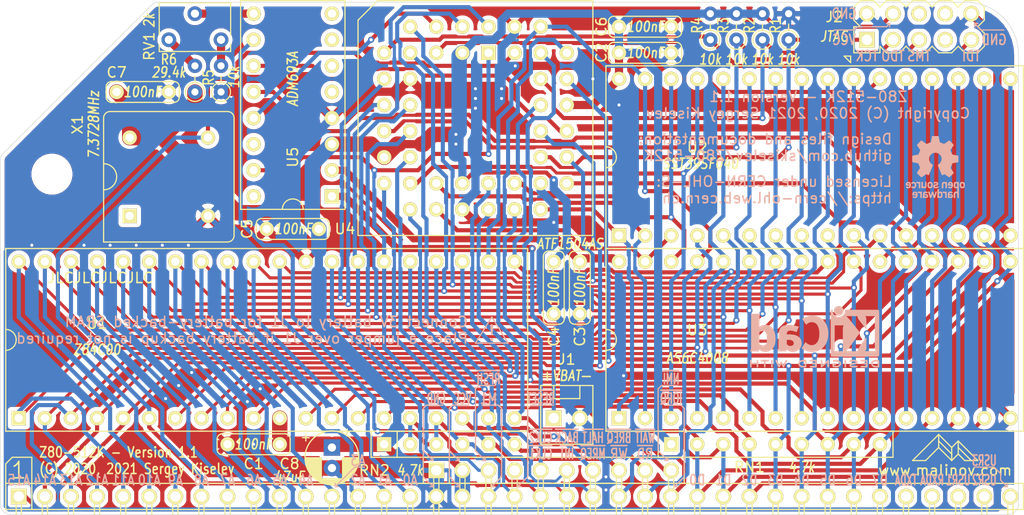
<source format=kicad_pcb>
(kicad_pcb (version 20171130) (host pcbnew "(5.1.8)-1")
  (title_block (title "Z80-512K: RC2014 Compatible CPU and Memory Module") (date 2021-01-15) (rev 1.1) (company "Designed by Sergey Kiselev") (comment 2 "Licensed under CERN-OHL-S: https://cern-ohl.web.cern.ch") (comment 3 "Documentation and design files: https://github.com/skiselev/Z80-512K") (comment 4 "Z80-512K is an open source hardware project"))
  (layers (0 F.Cu signal) (31 B.Cu signal) (34 B.Paste user) (35 F.Paste user) (36 B.SilkS user) (37 F.SilkS user) (38 B.Mask user) (39 F.Mask user) (44 Edge.Cuts user))
  (net 0 "")
  (net 1 /VBAT)
  (net 2 GND)
  (net 3 VCC)
  (net 4 /VRAM)
  (net 5 /A15)
  (net 6 /A14)
  (net 7 /A13)
  (net 8 /A12)
  (net 9 /A11)
  (net 10 /A10)
  (net 11 /A9)
  (net 12 /A8)
  (net 13 /A7)
  (net 14 /A6)
  (net 15 /A5)
  (net 16 /A4)
  (net 17 /A3)
  (net 18 /A2)
  (net 19 /A1)
  (net 20 /A0)
  (net 21 /~M1)
  (net 22 /~RESET)
  (net 23 /CPU_CLK)
  (net 24 /~INT)
  (net 25 /~MREQ)
  (net 26 /~WR)
  (net 27 /~RD)
  (net 28 /~IORQ)
  (net 29 /D0)
  (net 30 /D1)
  (net 31 /D2)
  (net 32 /D3)
  (net 33 /D4)
  (net 34 /D5)
  (net 35 /D6)
  (net 36 /D7)
  (net 37 /~RFSH)
  (net 38 /~BUSACK)
  (net 39 /~HALT)
  (net 40 /~BUSREQ)
  (net 41 /~WAIT)
  (net 42 /~NMI)
  (net 43 /TXDA)
  (net 44 /RXDA)
  (net 45 /USR1)
  (net 46 /MA17)
  (net 47 /MA14)
  (net 48 /MA16)
  (net 49 /MA15)
  (net 50 /MA18)
  (net 51 "Net-(RV1-Pad2)")
  (net 52 /~ROM_CS)
  (net 53 /~RAM_CS)
  (net 54 /~RAM_CSI)
  (net 55 "Net-(X1-Pad1)")
  (net 56 /UART_CLK)
  (net 57 /TCK)
  (net 58 /TDO)
  (net 59 /TMS)
  (net 60 /TDI)
  (net 61 "Net-(U5-Pad5)")
  (net 62 "Net-(U5-Pad6)")
  (net 63 "Net-(U5-Pad7)")
  (net 64 "Net-(U5-Pad8)")
  (net 65 "Net-(U5-Pad14)")
  (net 66 "Net-(U5-Pad16)")
  (net 67 /WDOG)
  (net 68 /USR2)
  (net 69 /USR3)
  (net 70 "Net-(J2-Pad6)")
  (net 71 "Net-(J2-Pad7)")
  (net 72 "Net-(J2-Pad8)")
  (net 73 "Net-(J4-Pad4)")
  (net 74 "Net-(R5-Pad2)")
  (net 75 "Net-(R6-Pad2)")
  (module Symbol:KiCad-Logo2_5mm_SilkScreen (layer B.Cu) (at 204.47 111.4425 180)
    (fp_text reference REF** hide)
    (fp_text value KiCad-Logo2_5mm_SilkScreen hide)
  )
  (module My_Components:Conn_Pin_Header_10x1_2.54mm_Right_Angle (layer F.Cu) (at 179.07 124.46)
    (fp_text reference J4 hide)
    (fp_text value RC2014_EXT hide)
    (pad 10 thru_hole circle (at 11.43 0) (size 1.524 1.524) (drill 1.016) (layers *.Cu *.Mask F.SilkS) (net 42 /~NMI))
    (pad 9 thru_hole circle (at 8.89 0) (size 1.524 1.524) (drill 1.016) (layers *.Cu *.Mask F.SilkS) (net 41 /~WAIT))
    (pad 8 thru_hole circle (at 6.35 0) (size 1.524 1.524) (drill 1.016) (layers *.Cu *.Mask F.SilkS) (net 40 /~BUSREQ))
    (pad 7 thru_hole circle (at 3.81 0) (size 1.524 1.524) (drill 1.016) (layers *.Cu *.Mask F.SilkS) (net 39 /~HALT))
    (pad 6 thru_hole circle (at 1.27 0) (size 1.524 1.524) (drill 1.016) (layers *.Cu *.Mask F.SilkS) (net 38 /~BUSACK))
    (pad 5 thru_hole circle (at -1.27 0) (size 1.524 1.524) (drill 1.016) (layers *.Cu *.Mask F.SilkS) (net 56 /UART_CLK))
    (pad 4 thru_hole circle (at -3.81 0) (size 1.524 1.524) (drill 1.016) (layers *.Cu *.Mask F.SilkS) (net 73 "Net-(J4-Pad4)"))
    (pad 3 thru_hole circle (at -6.35 0) (size 1.524 1.524) (drill 1.016) (layers *.Cu *.Mask F.SilkS) (net 37 /~RFSH))
    (pad 2 thru_hole circle (at -8.89 0) (size 1.524 1.524) (drill 1.016) (layers *.Cu *.Mask F.SilkS) (net 3 VCC))
    (pad 1 thru_hole rect (at -11.43 0) (size 1.524 1.524) (drill 1.016) (layers *.Cu *.Mask F.SilkS) (net 2 GND))
  )
  (module My_Components:Conn_Pin_Header_39x1_2.54mm_Right_Angle (layer F.Cu) (at 175.26 127)
    (fp_text reference J3 hide)
    (fp_text value RC2014_BUS hide)
    (pad 1 thru_hole rect (at -48.26 0) (size 1.524 1.524) (drill 1.016) (layers *.Cu *.Mask F.SilkS) (net 5 /A15))
    (pad 2 thru_hole circle (at -45.72 0) (size 1.524 1.524) (drill 1.016) (layers *.Cu *.Mask F.SilkS) (net 6 /A14))
    (pad 3 thru_hole circle (at -43.18 0) (size 1.524 1.524) (drill 1.016) (layers *.Cu *.Mask F.SilkS) (net 7 /A13))
    (pad 4 thru_hole circle (at -40.64 0) (size 1.524 1.524) (drill 1.016) (layers *.Cu *.Mask F.SilkS) (net 8 /A12))
    (pad 5 thru_hole circle (at -38.1 0) (size 1.524 1.524) (drill 1.016) (layers *.Cu *.Mask F.SilkS) (net 9 /A11))
    (pad 6 thru_hole circle (at -35.56 0) (size 1.524 1.524) (drill 1.016) (layers *.Cu *.Mask F.SilkS) (net 10 /A10))
    (pad 7 thru_hole circle (at -33.02 0) (size 1.524 1.524) (drill 1.016) (layers *.Cu *.Mask F.SilkS) (net 11 /A9))
    (pad 8 thru_hole circle (at -30.48 0) (size 1.524 1.524) (drill 1.016) (layers *.Cu *.Mask F.SilkS) (net 12 /A8))
    (pad 9 thru_hole circle (at -27.94 0) (size 1.524 1.524) (drill 1.016) (layers *.Cu *.Mask F.SilkS) (net 13 /A7))
    (pad 10 thru_hole circle (at -25.4 0) (size 1.524 1.524) (drill 1.016) (layers *.Cu *.Mask F.SilkS) (net 14 /A6))
    (pad 11 thru_hole circle (at -22.86 0) (size 1.524 1.524) (drill 1.016) (layers *.Cu *.Mask F.SilkS) (net 15 /A5))
    (pad 12 thru_hole circle (at -20.32 0) (size 1.524 1.524) (drill 1.016) (layers *.Cu *.Mask F.SilkS) (net 16 /A4))
    (pad 13 thru_hole circle (at -17.78 0) (size 1.524 1.524) (drill 1.016) (layers *.Cu *.Mask F.SilkS) (net 17 /A3))
    (pad 14 thru_hole circle (at -15.24 0) (size 1.524 1.524) (drill 1.016) (layers *.Cu *.Mask F.SilkS) (net 18 /A2))
    (pad 15 thru_hole circle (at -12.7 0) (size 1.524 1.524) (drill 1.016) (layers *.Cu *.Mask F.SilkS) (net 19 /A1))
    (pad 16 thru_hole circle (at -10.16 0) (size 1.524 1.524) (drill 1.016) (layers *.Cu *.Mask F.SilkS) (net 20 /A0))
    (pad 17 thru_hole circle (at -7.62 0) (size 1.524 1.524) (drill 1.016) (layers *.Cu *.Mask F.SilkS) (net 2 GND))
    (pad 18 thru_hole circle (at -5.08 0) (size 1.524 1.524) (drill 1.016) (layers *.Cu *.Mask F.SilkS) (net 3 VCC))
    (pad 19 thru_hole circle (at -2.54 0) (size 1.524 1.524) (drill 1.016) (layers *.Cu *.Mask F.SilkS) (net 21 /~M1))
    (pad 20 thru_hole circle (at 0 0) (size 1.524 1.524) (drill 1.016) (layers *.Cu *.Mask F.SilkS) (net 22 /~RESET))
    (pad 21 thru_hole circle (at 2.54 0) (size 1.524 1.524) (drill 1.016) (layers *.Cu *.Mask F.SilkS) (net 23 /CPU_CLK))
    (pad 22 thru_hole circle (at 5.08 0) (size 1.524 1.524) (drill 1.016) (layers *.Cu *.Mask F.SilkS) (net 24 /~INT))
    (pad 23 thru_hole circle (at 7.62 0) (size 1.524 1.524) (drill 1.016) (layers *.Cu *.Mask F.SilkS) (net 25 /~MREQ))
    (pad 24 thru_hole circle (at 10.16 0) (size 1.524 1.524) (drill 1.016) (layers *.Cu *.Mask F.SilkS) (net 26 /~WR))
    (pad 25 thru_hole circle (at 12.7 0) (size 1.524 1.524) (drill 1.016) (layers *.Cu *.Mask F.SilkS) (net 27 /~RD))
    (pad 26 thru_hole circle (at 15.24 0) (size 1.524 1.524) (drill 1.016) (layers *.Cu *.Mask F.SilkS) (net 28 /~IORQ))
    (pad 27 thru_hole circle (at 17.78 0) (size 1.524 1.524) (drill 1.016) (layers *.Cu *.Mask F.SilkS) (net 29 /D0))
    (pad 28 thru_hole circle (at 20.32 0) (size 1.524 1.524) (drill 1.016) (layers *.Cu *.Mask F.SilkS) (net 30 /D1))
    (pad 29 thru_hole circle (at 22.86 0) (size 1.524 1.524) (drill 1.016) (layers *.Cu *.Mask F.SilkS) (net 31 /D2))
    (pad 30 thru_hole circle (at 25.4 0) (size 1.524 1.524) (drill 1.016) (layers *.Cu *.Mask F.SilkS) (net 32 /D3))
    (pad 31 thru_hole circle (at 27.94 0) (size 1.524 1.524) (drill 1.016) (layers *.Cu *.Mask F.SilkS) (net 33 /D4))
    (pad 32 thru_hole circle (at 30.48 0) (size 1.524 1.524) (drill 1.016) (layers *.Cu *.Mask F.SilkS) (net 34 /D5))
    (pad 33 thru_hole circle (at 33.02 0) (size 1.524 1.524) (drill 1.016) (layers *.Cu *.Mask F.SilkS) (net 35 /D6))
    (pad 34 thru_hole circle (at 35.56 0) (size 1.524 1.524) (drill 1.016) (layers *.Cu *.Mask F.SilkS) (net 36 /D7))
    (pad 35 thru_hole circle (at 38.1 0) (size 1.524 1.524) (drill 1.016) (layers *.Cu *.Mask F.SilkS) (net 43 /TXDA))
    (pad 36 thru_hole circle (at 40.64 0) (size 1.524 1.524) (drill 1.016) (layers *.Cu *.Mask F.SilkS) (net 44 /RXDA))
    (pad 37 thru_hole circle (at 43.18 0) (size 1.524 1.524) (drill 1.016) (layers *.Cu *.Mask F.SilkS) (net 45 /USR1))
    (pad 38 thru_hole circle (at 45.72 0) (size 1.524 1.524) (drill 1.016) (layers *.Cu *.Mask F.SilkS) (net 68 /USR2))
    (pad 39 thru_hole circle (at 48.26 0) (size 1.524 1.524) (drill 1.016) (layers *.Cu *.Mask F.SilkS) (net 69 /USR3))
  )
  (module My_Components:Conn_Pin_Header_5x2_2.54mm (layer F.Cu) (at 214.63 81.28)
    (fp_text reference J2 (at -8.255 -0.9525) (layer F.SilkS))
    (fp_text value JTAG (at -8.255 0.9525) (layer F.SilkS) (effects (font (size 1 0.8) (thickness 0.15) italic)))
    (pad 10 thru_hole circle (at 5.08 -1.27) (size 1.524 1.524) (drill 1.016) (layers *.Cu *.Mask F.SilkS) (net 2 GND))
    (pad 9 thru_hole circle (at 5.08 1.27) (size 1.524 1.524) (drill 1.016) (layers *.Cu *.Mask F.SilkS) (net 60 /TDI))
    (pad 8 thru_hole circle (at 2.54 -1.27) (size 1.524 1.524) (drill 1.016) (layers *.Cu *.Mask F.SilkS) (net 72 "Net-(J2-Pad8)"))
    (pad 7 thru_hole circle (at 2.54 1.27) (size 1.524 1.524) (drill 1.016) (layers *.Cu *.Mask F.SilkS) (net 71 "Net-(J2-Pad7)"))
    (pad 6 thru_hole circle (at 0 -1.27) (size 1.524 1.524) (drill 1.016) (layers *.Cu *.Mask F.SilkS) (net 70 "Net-(J2-Pad6)"))
    (pad 5 thru_hole circle (at 0 1.27) (size 1.524 1.524) (drill 1.016) (layers *.Cu *.Mask F.SilkS) (net 59 /TMS))
    (pad 4 thru_hole circle (at -2.54 -1.27) (size 1.524 1.524) (drill 1.016) (layers *.Cu *.Mask F.SilkS) (net 3 VCC))
    (pad 3 thru_hole circle (at -2.54 1.27) (size 1.524 1.524) (drill 1.016) (layers *.Cu *.Mask F.SilkS) (net 58 /TDO))
    (pad 2 thru_hole circle (at -5.08 -1.27) (size 1.524 1.524) (drill 1.016) (layers *.Cu *.Mask F.SilkS) (net 2 GND))
    (pad 1 thru_hole rect (at -5.08 1.27) (size 1.524 1.524) (drill 1.016) (layers *.Cu *.Mask F.SilkS) (net 57 /TCK))
  )
  (module My_Components:Socket_DIP16_300 (layer F.Cu) (at 153.67 88.9 90)
    (fp_text reference U5 (at -5.08 0 90) (layer F.SilkS))
    (fp_text value ADM693A (at 2.54 0 90) (layer F.SilkS) (effects (font (size 1 0.8) (thickness 0.15) italic)))
    (pad 16 thru_hole circle (at -8.89 -3.81 90) (size 1.397 1.397) (drill 0.8128) (layers *.Cu *.Mask F.SilkS) (net 66 "Net-(U5-Pad16)"))
    (pad 15 thru_hole circle (at -6.35 -3.81 90) (size 1.397 1.397) (drill 0.8128) (layers *.Cu *.Mask F.SilkS) (net 22 /~RESET))
    (pad 14 thru_hole circle (at -3.81 -3.81 90) (size 1.397 1.397) (drill 0.8128) (layers *.Cu *.Mask F.SilkS) (net 65 "Net-(U5-Pad14)"))
    (pad 13 thru_hole circle (at -1.27 -3.81 90) (size 1.397 1.397) (drill 0.8128) (layers *.Cu *.Mask F.SilkS) (net 54 /~RAM_CSI))
    (pad 12 thru_hole circle (at 1.27 -3.81 90) (size 1.397 1.397) (drill 0.8128) (layers *.Cu *.Mask F.SilkS) (net 53 /~RAM_CS))
    (pad 11 thru_hole circle (at 3.81 -3.81 90) (size 1.397 1.397) (drill 0.8128) (layers *.Cu *.Mask F.SilkS) (net 67 /WDOG))
    (pad 10 thru_hole circle (at 6.35 -3.81 90) (size 1.397 1.397) (drill 0.8128) (layers *.Cu *.Mask F.SilkS) (net 42 /~NMI))
    (pad 9 thru_hole circle (at 8.89 -3.81 90) (size 1.397 1.397) (drill 0.8128) (layers *.Cu *.Mask F.SilkS) (net 51 "Net-(RV1-Pad2)"))
    (pad 8 thru_hole circle (at 8.89 3.81 90) (size 1.397 1.397) (drill 0.8128) (layers *.Cu *.Mask F.SilkS) (net 64 "Net-(U5-Pad8)"))
    (pad 7 thru_hole circle (at 6.35 3.81 90) (size 1.397 1.397) (drill 0.8128) (layers *.Cu *.Mask F.SilkS) (net 63 "Net-(U5-Pad7)"))
    (pad 6 thru_hole circle (at 3.81 3.81 90) (size 1.397 1.397) (drill 0.8128) (layers *.Cu *.Mask F.SilkS) (net 62 "Net-(U5-Pad6)"))
    (pad 5 thru_hole circle (at 1.27 3.81 90) (size 1.397 1.397) (drill 0.8128) (layers *.Cu *.Mask F.SilkS) (net 61 "Net-(U5-Pad5)"))
    (pad 4 thru_hole circle (at -1.27 3.81 90) (size 1.397 1.397) (drill 0.8128) (layers *.Cu *.Mask F.SilkS) (net 2 GND))
    (pad 3 thru_hole circle (at -3.81 3.81 90) (size 1.397 1.397) (drill 0.8128) (layers *.Cu *.Mask F.SilkS) (net 3 VCC))
    (pad 2 thru_hole circle (at -6.35 3.81 90) (size 1.397 1.397) (drill 0.8128) (layers *.Cu *.Mask F.SilkS) (net 4 /VRAM))
    (pad 1 thru_hole rect (at -8.89 3.81 90) (size 1.397 1.397) (drill 0.8128) (layers *.Cu *.Mask F.SilkS) (net 1 /VBAT))
  )
  (module My_Components:IC_PLCC44_TH (layer F.Cu) (at 171.45 90.17)
    (fp_text reference U4 (at -12.7 10.795) (layer F.SilkS))
    (fp_text value ATF1504AS (at 9.2075 12.2555) (layer F.SilkS) (effects (font (size 1 0.8) (thickness 0.15) italic)))
    (pad 44 thru_hole circle (at 1.27 -8.89 270) (size 1.397 1.397) (drill 0.8128) (layers *.Cu *.Mask F.SilkS) (net 21 /~M1))
    (pad 43 thru_hole circle (at 3.81 -6.35 270) (size 1.397 1.397) (drill 0.8128) (layers *.Cu *.Mask F.SilkS) (net 23 /CPU_CLK))
    (pad 42 thru_hole circle (at 3.81 -8.89 270) (size 1.397 1.397) (drill 0.8128) (layers *.Cu *.Mask F.SilkS) (net 2 GND))
    (pad 41 thru_hole circle (at 6.35 -6.35 270) (size 1.397 1.397) (drill 0.8128) (layers *.Cu *.Mask F.SilkS) (net 56 /UART_CLK))
    (pad 40 thru_hole circle (at 6.35 -8.89 270) (size 1.397 1.397) (drill 0.8128) (layers *.Cu *.Mask F.SilkS) (net 26 /~WR))
    (pad 39 thru_hole circle (at 8.89 -6.35 270) (size 1.397 1.397) (drill 0.8128) (layers *.Cu *.Mask F.SilkS) (net 28 /~IORQ))
    (pad 38 thru_hole circle (at 6.35 -3.81 270) (size 1.397 1.397) (drill 0.8128) (layers *.Cu *.Mask F.SilkS) (net 58 /TDO))
    (pad 37 thru_hole circle (at 8.89 -3.81 270) (size 1.397 1.397) (drill 0.8128) (layers *.Cu *.Mask F.SilkS) (net 6 /A14))
    (pad 36 thru_hole circle (at 6.35 -1.27 270) (size 1.397 1.397) (drill 0.8128) (layers *.Cu *.Mask F.SilkS) (net 27 /~RD))
    (pad 35 thru_hole circle (at 8.89 -1.27 270) (size 1.397 1.397) (drill 0.8128) (layers *.Cu *.Mask F.SilkS) (net 3 VCC))
    (pad 34 thru_hole circle (at 6.35 1.27 270) (size 1.397 1.397) (drill 0.8128) (layers *.Cu *.Mask F.SilkS) (net 5 /A15))
    (pad 33 thru_hole circle (at 8.89 1.27 270) (size 1.397 1.397) (drill 0.8128) (layers *.Cu *.Mask F.SilkS) (net 67 /WDOG))
    (pad 32 thru_hole circle (at 6.35 3.81 270) (size 1.397 1.397) (drill 0.8128) (layers *.Cu *.Mask F.SilkS) (net 57 /TCK))
    (pad 31 thru_hole circle (at 8.89 3.81 270) (size 1.397 1.397) (drill 0.8128) (layers *.Cu *.Mask F.SilkS) (net 19 /A1))
    (pad 30 thru_hole circle (at 6.35 6.35 270) (size 1.397 1.397) (drill 0.8128) (layers *.Cu *.Mask F.SilkS) (net 2 GND))
    (pad 29 thru_hole circle (at 8.89 6.35 270) (size 1.397 1.397) (drill 0.8128) (layers *.Cu *.Mask F.SilkS) (net 20 /A0))
    (pad 28 thru_hole circle (at 6.35 8.89 270) (size 1.397 1.397) (drill 0.8128) (layers *.Cu *.Mask F.SilkS) (net 50 /MA18))
    (pad 27 thru_hole circle (at 3.81 6.35 270) (size 1.397 1.397) (drill 0.8128) (layers *.Cu *.Mask F.SilkS) (net 46 /MA17))
    (pad 26 thru_hole circle (at 3.81 8.89 270) (size 1.397 1.397) (drill 0.8128) (layers *.Cu *.Mask F.SilkS) (net 34 /D5))
    (pad 25 thru_hole circle (at 1.27 6.35 270) (size 1.397 1.397) (drill 0.8128) (layers *.Cu *.Mask F.SilkS) (net 33 /D4))
    (pad 24 thru_hole circle (at 1.27 8.89 270) (size 1.397 1.397) (drill 0.8128) (layers *.Cu *.Mask F.SilkS) (net 32 /D3))
    (pad 23 thru_hole circle (at -1.27 6.35 270) (size 1.397 1.397) (drill 0.8128) (layers *.Cu *.Mask F.SilkS) (net 3 VCC))
    (pad 22 thru_hole circle (at -1.27 8.89 270) (size 1.397 1.397) (drill 0.8128) (layers *.Cu *.Mask F.SilkS) (net 2 GND))
    (pad 21 thru_hole circle (at -3.81 6.35 270) (size 1.397 1.397) (drill 0.8128) (layers *.Cu *.Mask F.SilkS) (net 48 /MA16))
    (pad 20 thru_hole circle (at -3.81 8.89 270) (size 1.397 1.397) (drill 0.8128) (layers *.Cu *.Mask F.SilkS) (net 49 /MA15))
    (pad 19 thru_hole circle (at -6.35 6.35 270) (size 1.397 1.397) (drill 0.8128) (layers *.Cu *.Mask F.SilkS) (net 47 /MA14))
    (pad 18 thru_hole circle (at -6.35 8.89 270) (size 1.397 1.397) (drill 0.8128) (layers *.Cu *.Mask F.SilkS) (net 31 /D2))
    (pad 17 thru_hole circle (at -8.89 6.35 270) (size 1.397 1.397) (drill 0.8128) (layers *.Cu *.Mask F.SilkS) (net 30 /D1))
    (pad 16 thru_hole circle (at -6.35 3.81 270) (size 1.397 1.397) (drill 0.8128) (layers *.Cu *.Mask F.SilkS) (net 29 /D0))
    (pad 15 thru_hole circle (at -8.89 3.81 270) (size 1.397 1.397) (drill 0.8128) (layers *.Cu *.Mask F.SilkS) (net 3 VCC))
    (pad 14 thru_hole circle (at -6.35 1.27 270) (size 1.397 1.397) (drill 0.8128) (layers *.Cu *.Mask F.SilkS) (net 13 /A7))
    (pad 13 thru_hole circle (at -8.89 1.27 270) (size 1.397 1.397) (drill 0.8128) (layers *.Cu *.Mask F.SilkS) (net 59 /TMS))
    (pad 12 thru_hole circle (at -6.35 -1.27 270) (size 1.397 1.397) (drill 0.8128) (layers *.Cu *.Mask F.SilkS) (net 14 /A6))
    (pad 11 thru_hole circle (at -8.89 -1.27 270) (size 1.397 1.397) (drill 0.8128) (layers *.Cu *.Mask F.SilkS) (net 15 /A5))
    (pad 10 thru_hole circle (at -6.35 -3.81 270) (size 1.397 1.397) (drill 0.8128) (layers *.Cu *.Mask F.SilkS) (net 2 GND))
    (pad 9 thru_hole circle (at -8.89 -3.81 270) (size 1.397 1.397) (drill 0.8128) (layers *.Cu *.Mask F.SilkS) (net 16 /A4))
    (pad 8 thru_hole circle (at -6.35 -6.35 270) (size 1.397 1.397) (drill 0.8128) (layers *.Cu *.Mask F.SilkS) (net 17 /A3))
    (pad 7 thru_hole circle (at -8.89 -6.35 270) (size 1.397 1.397) (drill 0.8128) (layers *.Cu *.Mask F.SilkS) (net 60 /TDI))
    (pad 6 thru_hole circle (at -6.35 -8.89 270) (size 1.397 1.397) (drill 0.8128) (layers *.Cu *.Mask F.SilkS) (net 18 /A2))
    (pad 5 thru_hole circle (at -3.81 -6.35 270) (size 1.397 1.397) (drill 0.8128) (layers *.Cu *.Mask F.SilkS) (net 52 /~ROM_CS))
    (pad 4 thru_hole circle (at -3.81 -8.89 270) (size 1.397 1.397) (drill 0.8128) (layers *.Cu *.Mask F.SilkS) (net 54 /~RAM_CSI))
    (pad 3 thru_hole circle (at -1.27 -6.35 270) (size 1.397 1.397) (drill 0.8128) (layers *.Cu *.Mask F.SilkS) (net 3 VCC))
    (pad 2 thru_hole circle (at -1.27 -8.89 270) (size 1.397 1.397) (drill 0.8128) (layers *.Cu *.Mask F.SilkS) (net 25 /~MREQ))
    (pad 1 thru_hole rect (at 1.27 -6.35 270) (size 1.397 1.397) (drill 0.8128) (layers *.Cu *.Mask F.SilkS) (net 22 /~RESET))
  )
  (module My_Components:Socket_DIP32_600 (layer F.Cu) (at 204.47 93.98)
    (fp_text reference U2 (at -11.43 -0.9525 180) (layer F.SilkS))
    (fp_text value SST39SF040 (at -11.1125 0.635) (layer F.SilkS) (effects (font (size 1 0.8) (thickness 0.15) italic)))
    (pad 32 thru_hole circle (at -19.05 -7.62) (size 1.397 1.397) (drill 0.8128) (layers *.Cu *.Mask F.SilkS) (net 3 VCC))
    (pad 31 thru_hole circle (at -16.51 -7.62) (size 1.397 1.397) (drill 0.8128) (layers *.Cu *.Mask F.SilkS) (net 26 /~WR))
    (pad 30 thru_hole circle (at -13.97 -7.62) (size 1.397 1.397) (drill 0.8128) (layers *.Cu *.Mask F.SilkS) (net 46 /MA17))
    (pad 29 thru_hole circle (at -11.43 -7.62) (size 1.397 1.397) (drill 0.8128) (layers *.Cu *.Mask F.SilkS) (net 47 /MA14))
    (pad 28 thru_hole circle (at -8.89 -7.62) (size 1.397 1.397) (drill 0.8128) (layers *.Cu *.Mask F.SilkS) (net 7 /A13))
    (pad 27 thru_hole circle (at -6.35 -7.62) (size 1.397 1.397) (drill 0.8128) (layers *.Cu *.Mask F.SilkS) (net 12 /A8))
    (pad 26 thru_hole circle (at -3.81 -7.62) (size 1.397 1.397) (drill 0.8128) (layers *.Cu *.Mask F.SilkS) (net 11 /A9))
    (pad 25 thru_hole circle (at -1.27 -7.62) (size 1.397 1.397) (drill 0.8128) (layers *.Cu *.Mask F.SilkS) (net 9 /A11))
    (pad 24 thru_hole circle (at 1.27 -7.62) (size 1.397 1.397) (drill 0.8128) (layers *.Cu *.Mask F.SilkS) (net 27 /~RD))
    (pad 23 thru_hole circle (at 3.81 -7.62) (size 1.397 1.397) (drill 0.8128) (layers *.Cu *.Mask F.SilkS) (net 10 /A10))
    (pad 22 thru_hole circle (at 6.35 -7.62) (size 1.397 1.397) (drill 0.8128) (layers *.Cu *.Mask F.SilkS) (net 52 /~ROM_CS))
    (pad 21 thru_hole circle (at 8.89 -7.62) (size 1.397 1.397) (drill 0.8128) (layers *.Cu *.Mask F.SilkS) (net 36 /D7))
    (pad 20 thru_hole circle (at 11.43 -7.62) (size 1.397 1.397) (drill 0.8128) (layers *.Cu *.Mask F.SilkS) (net 35 /D6))
    (pad 19 thru_hole circle (at 13.97 -7.62) (size 1.397 1.397) (drill 0.8128) (layers *.Cu *.Mask F.SilkS) (net 34 /D5))
    (pad 18 thru_hole circle (at 16.51 -7.62) (size 1.397 1.397) (drill 0.8128) (layers *.Cu *.Mask F.SilkS) (net 33 /D4))
    (pad 17 thru_hole circle (at 19.05 -7.62) (size 1.397 1.397) (drill 0.8128) (layers *.Cu *.Mask F.SilkS) (net 32 /D3))
    (pad 16 thru_hole circle (at 19.05 7.62) (size 1.397 1.397) (drill 0.8128) (layers *.Cu *.Mask F.SilkS) (net 2 GND))
    (pad 15 thru_hole circle (at 16.51 7.62) (size 1.397 1.397) (drill 0.8128) (layers *.Cu *.Mask F.SilkS) (net 31 /D2))
    (pad 14 thru_hole circle (at 13.97 7.62) (size 1.397 1.397) (drill 0.8128) (layers *.Cu *.Mask F.SilkS) (net 30 /D1))
    (pad 13 thru_hole circle (at 11.43 7.62) (size 1.397 1.397) (drill 0.8128) (layers *.Cu *.Mask F.SilkS) (net 29 /D0))
    (pad 12 thru_hole circle (at 8.89 7.62) (size 1.397 1.397) (drill 0.8128) (layers *.Cu *.Mask F.SilkS) (net 20 /A0))
    (pad 11 thru_hole circle (at 6.35 7.62) (size 1.397 1.397) (drill 0.8128) (layers *.Cu *.Mask F.SilkS) (net 19 /A1))
    (pad 10 thru_hole circle (at 3.81 7.62) (size 1.397 1.397) (drill 0.8128) (layers *.Cu *.Mask F.SilkS) (net 18 /A2))
    (pad 9 thru_hole circle (at 1.27 7.62) (size 1.397 1.397) (drill 0.8128) (layers *.Cu *.Mask F.SilkS) (net 17 /A3))
    (pad 8 thru_hole circle (at -1.27 7.62) (size 1.397 1.397) (drill 0.8128) (layers *.Cu *.Mask F.SilkS) (net 16 /A4))
    (pad 7 thru_hole circle (at -3.81 7.62) (size 1.397 1.397) (drill 0.8128) (layers *.Cu *.Mask F.SilkS) (net 15 /A5))
    (pad 6 thru_hole circle (at -6.35 7.62) (size 1.397 1.397) (drill 0.8128) (layers *.Cu *.Mask F.SilkS) (net 14 /A6))
    (pad 5 thru_hole circle (at -8.89 7.62) (size 1.397 1.397) (drill 0.8128) (layers *.Cu *.Mask F.SilkS) (net 13 /A7))
    (pad 4 thru_hole circle (at -11.43 7.62) (size 1.397 1.397) (drill 0.8128) (layers *.Cu *.Mask F.SilkS) (net 8 /A12))
    (pad 3 thru_hole circle (at -13.97 7.62) (size 1.397 1.397) (drill 0.8128) (layers *.Cu *.Mask F.SilkS) (net 49 /MA15))
    (pad 2 thru_hole circle (at -16.51 7.62) (size 1.397 1.397) (drill 0.8128) (layers *.Cu *.Mask F.SilkS) (net 48 /MA16))
    (pad 1 thru_hole rect (at -19.05 7.62) (size 1.397 1.397) (drill 0.8128) (layers *.Cu *.Mask F.SilkS) (net 50 /MA18))
  )
  (module My_Components:Socket_DIP32_600 (layer F.Cu) (at 204.47 111.76)
    (fp_text reference U3 (at -11.43 -0.9525) (layer F.SilkS))
    (fp_text value AS6C4008 (at -11.43 1.778) (layer F.SilkS) (effects (font (size 1 0.8) (thickness 0.15) italic)))
    (pad 32 thru_hole circle (at -19.05 -7.62) (size 1.397 1.397) (drill 0.8128) (layers *.Cu *.Mask F.SilkS) (net 4 /VRAM))
    (pad 31 thru_hole circle (at -16.51 -7.62) (size 1.397 1.397) (drill 0.8128) (layers *.Cu *.Mask F.SilkS) (net 49 /MA15))
    (pad 30 thru_hole circle (at -13.97 -7.62) (size 1.397 1.397) (drill 0.8128) (layers *.Cu *.Mask F.SilkS) (net 46 /MA17))
    (pad 29 thru_hole circle (at -11.43 -7.62) (size 1.397 1.397) (drill 0.8128) (layers *.Cu *.Mask F.SilkS) (net 26 /~WR))
    (pad 28 thru_hole circle (at -8.89 -7.62) (size 1.397 1.397) (drill 0.8128) (layers *.Cu *.Mask F.SilkS) (net 7 /A13))
    (pad 27 thru_hole circle (at -6.35 -7.62) (size 1.397 1.397) (drill 0.8128) (layers *.Cu *.Mask F.SilkS) (net 12 /A8))
    (pad 26 thru_hole circle (at -3.81 -7.62) (size 1.397 1.397) (drill 0.8128) (layers *.Cu *.Mask F.SilkS) (net 11 /A9))
    (pad 25 thru_hole circle (at -1.27 -7.62) (size 1.397 1.397) (drill 0.8128) (layers *.Cu *.Mask F.SilkS) (net 9 /A11))
    (pad 24 thru_hole circle (at 1.27 -7.62) (size 1.397 1.397) (drill 0.8128) (layers *.Cu *.Mask F.SilkS) (net 27 /~RD))
    (pad 23 thru_hole circle (at 3.81 -7.62) (size 1.397 1.397) (drill 0.8128) (layers *.Cu *.Mask F.SilkS) (net 10 /A10))
    (pad 22 thru_hole circle (at 6.35 -7.62) (size 1.397 1.397) (drill 0.8128) (layers *.Cu *.Mask F.SilkS) (net 53 /~RAM_CS))
    (pad 21 thru_hole circle (at 8.89 -7.62) (size 1.397 1.397) (drill 0.8128) (layers *.Cu *.Mask F.SilkS) (net 36 /D7))
    (pad 20 thru_hole circle (at 11.43 -7.62) (size 1.397 1.397) (drill 0.8128) (layers *.Cu *.Mask F.SilkS) (net 35 /D6))
    (pad 19 thru_hole circle (at 13.97 -7.62) (size 1.397 1.397) (drill 0.8128) (layers *.Cu *.Mask F.SilkS) (net 34 /D5))
    (pad 18 thru_hole circle (at 16.51 -7.62) (size 1.397 1.397) (drill 0.8128) (layers *.Cu *.Mask F.SilkS) (net 33 /D4))
    (pad 17 thru_hole circle (at 19.05 -7.62) (size 1.397 1.397) (drill 0.8128) (layers *.Cu *.Mask F.SilkS) (net 32 /D3))
    (pad 16 thru_hole circle (at 19.05 7.62) (size 1.397 1.397) (drill 0.8128) (layers *.Cu *.Mask F.SilkS) (net 2 GND))
    (pad 15 thru_hole circle (at 16.51 7.62) (size 1.397 1.397) (drill 0.8128) (layers *.Cu *.Mask F.SilkS) (net 31 /D2))
    (pad 14 thru_hole circle (at 13.97 7.62) (size 1.397 1.397) (drill 0.8128) (layers *.Cu *.Mask F.SilkS) (net 30 /D1))
    (pad 13 thru_hole circle (at 11.43 7.62) (size 1.397 1.397) (drill 0.8128) (layers *.Cu *.Mask F.SilkS) (net 29 /D0))
    (pad 12 thru_hole circle (at 8.89 7.62) (size 1.397 1.397) (drill 0.8128) (layers *.Cu *.Mask F.SilkS) (net 20 /A0))
    (pad 11 thru_hole circle (at 6.35 7.62) (size 1.397 1.397) (drill 0.8128) (layers *.Cu *.Mask F.SilkS) (net 19 /A1))
    (pad 10 thru_hole circle (at 3.81 7.62) (size 1.397 1.397) (drill 0.8128) (layers *.Cu *.Mask F.SilkS) (net 18 /A2))
    (pad 9 thru_hole circle (at 1.27 7.62) (size 1.397 1.397) (drill 0.8128) (layers *.Cu *.Mask F.SilkS) (net 17 /A3))
    (pad 8 thru_hole circle (at -1.27 7.62) (size 1.397 1.397) (drill 0.8128) (layers *.Cu *.Mask F.SilkS) (net 16 /A4))
    (pad 7 thru_hole circle (at -3.81 7.62) (size 1.397 1.397) (drill 0.8128) (layers *.Cu *.Mask F.SilkS) (net 15 /A5))
    (pad 6 thru_hole circle (at -6.35 7.62) (size 1.397 1.397) (drill 0.8128) (layers *.Cu *.Mask F.SilkS) (net 14 /A6))
    (pad 5 thru_hole circle (at -8.89 7.62) (size 1.397 1.397) (drill 0.8128) (layers *.Cu *.Mask F.SilkS) (net 13 /A7))
    (pad 4 thru_hole circle (at -11.43 7.62) (size 1.397 1.397) (drill 0.8128) (layers *.Cu *.Mask F.SilkS) (net 8 /A12))
    (pad 3 thru_hole circle (at -13.97 7.62) (size 1.397 1.397) (drill 0.8128) (layers *.Cu *.Mask F.SilkS) (net 47 /MA14))
    (pad 2 thru_hole circle (at -16.51 7.62) (size 1.397 1.397) (drill 0.8128) (layers *.Cu *.Mask F.SilkS) (net 48 /MA16))
    (pad 1 thru_hole rect (at -19.05 7.62) (size 1.397 1.397) (drill 0.8128) (layers *.Cu *.Mask F.SilkS) (net 50 /MA18))
  )
  (module My_Components:Socket_DIP40_600 (layer F.Cu) (at 151.13 111.76)
    (fp_text reference U1 (at -16.51 -1.5875) (layer F.SilkS))
    (fp_text value Z84C00 (at -16.51 0.9525) (layer F.SilkS) (effects (font (size 1 0.8) (thickness 0.15) italic)))
    (pad 40 thru_hole circle (at -24.13 -7.62) (size 1.397 1.397) (drill 0.8128) (layers *.Cu *.Mask F.SilkS) (net 10 /A10))
    (pad 39 thru_hole circle (at -21.59 -7.62) (size 1.397 1.397) (drill 0.8128) (layers *.Cu *.Mask F.SilkS) (net 11 /A9))
    (pad 38 thru_hole circle (at -19.05 -7.62) (size 1.397 1.397) (drill 0.8128) (layers *.Cu *.Mask F.SilkS) (net 12 /A8))
    (pad 37 thru_hole circle (at -16.51 -7.62) (size 1.397 1.397) (drill 0.8128) (layers *.Cu *.Mask F.SilkS) (net 13 /A7))
    (pad 36 thru_hole circle (at -13.97 -7.62) (size 1.397 1.397) (drill 0.8128) (layers *.Cu *.Mask F.SilkS) (net 14 /A6))
    (pad 35 thru_hole circle (at -11.43 -7.62) (size 1.397 1.397) (drill 0.8128) (layers *.Cu *.Mask F.SilkS) (net 15 /A5))
    (pad 34 thru_hole circle (at -8.89 -7.62) (size 1.397 1.397) (drill 0.8128) (layers *.Cu *.Mask F.SilkS) (net 16 /A4))
    (pad 33 thru_hole circle (at -6.35 -7.62) (size 1.397 1.397) (drill 0.8128) (layers *.Cu *.Mask F.SilkS) (net 17 /A3))
    (pad 32 thru_hole circle (at -3.81 -7.62) (size 1.397 1.397) (drill 0.8128) (layers *.Cu *.Mask F.SilkS) (net 18 /A2))
    (pad 31 thru_hole circle (at -1.27 -7.62) (size 1.397 1.397) (drill 0.8128) (layers *.Cu *.Mask F.SilkS) (net 19 /A1))
    (pad 30 thru_hole circle (at 1.27 -7.62) (size 1.397 1.397) (drill 0.8128) (layers *.Cu *.Mask F.SilkS) (net 20 /A0))
    (pad 29 thru_hole circle (at 3.81 -7.62) (size 1.397 1.397) (drill 0.8128) (layers *.Cu *.Mask F.SilkS) (net 2 GND))
    (pad 28 thru_hole circle (at 6.35 -7.62) (size 1.397 1.397) (drill 0.8128) (layers *.Cu *.Mask F.SilkS) (net 37 /~RFSH))
    (pad 27 thru_hole circle (at 8.89 -7.62) (size 1.397 1.397) (drill 0.8128) (layers *.Cu *.Mask F.SilkS) (net 21 /~M1))
    (pad 26 thru_hole circle (at 11.43 -7.62) (size 1.397 1.397) (drill 0.8128) (layers *.Cu *.Mask F.SilkS) (net 22 /~RESET))
    (pad 25 thru_hole circle (at 13.97 -7.62) (size 1.397 1.397) (drill 0.8128) (layers *.Cu *.Mask F.SilkS) (net 40 /~BUSREQ))
    (pad 24 thru_hole circle (at 16.51 -7.62) (size 1.397 1.397) (drill 0.8128) (layers *.Cu *.Mask F.SilkS) (net 41 /~WAIT))
    (pad 23 thru_hole circle (at 19.05 -7.62) (size 1.397 1.397) (drill 0.8128) (layers *.Cu *.Mask F.SilkS) (net 38 /~BUSACK))
    (pad 22 thru_hole circle (at 21.59 -7.62) (size 1.397 1.397) (drill 0.8128) (layers *.Cu *.Mask F.SilkS) (net 26 /~WR))
    (pad 21 thru_hole circle (at 24.13 -7.62) (size 1.397 1.397) (drill 0.8128) (layers *.Cu *.Mask F.SilkS) (net 27 /~RD))
    (pad 20 thru_hole circle (at 24.13 7.62) (size 1.397 1.397) (drill 0.8128) (layers *.Cu *.Mask F.SilkS) (net 28 /~IORQ))
    (pad 19 thru_hole circle (at 21.59 7.62) (size 1.397 1.397) (drill 0.8128) (layers *.Cu *.Mask F.SilkS) (net 25 /~MREQ))
    (pad 18 thru_hole circle (at 19.05 7.62) (size 1.397 1.397) (drill 0.8128) (layers *.Cu *.Mask F.SilkS) (net 39 /~HALT))
    (pad 17 thru_hole circle (at 16.51 7.62) (size 1.397 1.397) (drill 0.8128) (layers *.Cu *.Mask F.SilkS) (net 42 /~NMI))
    (pad 16 thru_hole circle (at 13.97 7.62) (size 1.397 1.397) (drill 0.8128) (layers *.Cu *.Mask F.SilkS) (net 24 /~INT))
    (pad 15 thru_hole circle (at 11.43 7.62) (size 1.397 1.397) (drill 0.8128) (layers *.Cu *.Mask F.SilkS) (net 30 /D1))
    (pad 14 thru_hole circle (at 8.89 7.62) (size 1.397 1.397) (drill 0.8128) (layers *.Cu *.Mask F.SilkS) (net 29 /D0))
    (pad 13 thru_hole circle (at 6.35 7.62) (size 1.397 1.397) (drill 0.8128) (layers *.Cu *.Mask F.SilkS) (net 36 /D7))
    (pad 12 thru_hole circle (at 3.81 7.62) (size 1.397 1.397) (drill 0.8128) (layers *.Cu *.Mask F.SilkS) (net 31 /D2))
    (pad 11 thru_hole circle (at 1.27 7.62) (size 1.397 1.397) (drill 0.8128) (layers *.Cu *.Mask F.SilkS) (net 3 VCC))
    (pad 10 thru_hole circle (at -1.27 7.62) (size 1.397 1.397) (drill 0.8128) (layers *.Cu *.Mask F.SilkS) (net 35 /D6))
    (pad 9 thru_hole circle (at -3.81 7.62) (size 1.397 1.397) (drill 0.8128) (layers *.Cu *.Mask F.SilkS) (net 34 /D5))
    (pad 8 thru_hole circle (at -6.35 7.62) (size 1.397 1.397) (drill 0.8128) (layers *.Cu *.Mask F.SilkS) (net 32 /D3))
    (pad 7 thru_hole circle (at -8.89 7.62) (size 1.397 1.397) (drill 0.8128) (layers *.Cu *.Mask F.SilkS) (net 33 /D4))
    (pad 6 thru_hole circle (at -11.43 7.62) (size 1.397 1.397) (drill 0.8128) (layers *.Cu *.Mask F.SilkS) (net 23 /CPU_CLK))
    (pad 5 thru_hole circle (at -13.97 7.62) (size 1.397 1.397) (drill 0.8128) (layers *.Cu *.Mask F.SilkS) (net 5 /A15))
    (pad 4 thru_hole circle (at -16.51 7.62) (size 1.397 1.397) (drill 0.8128) (layers *.Cu *.Mask F.SilkS) (net 6 /A14))
    (pad 3 thru_hole circle (at -19.05 7.62) (size 1.397 1.397) (drill 0.8128) (layers *.Cu *.Mask F.SilkS) (net 7 /A13))
    (pad 2 thru_hole circle (at -21.59 7.62) (size 1.397 1.397) (drill 0.8128) (layers *.Cu *.Mask F.SilkS) (net 8 /A12))
    (pad 1 thru_hole rect (at -24.13 7.62) (size 1.397 1.397) (drill 0.8128) (layers *.Cu *.Mask F.SilkS) (net 9 /A11))
  )
  (module My_Components:OSC_Half_Can_DIP8 (layer F.Cu) (at 141.605 95.885)
    (fp_text reference X1 (at -8.89 -5.08 270) (layer F.SilkS))
    (fp_text value 7.3728MHz (at -7.3025 -5.08 90) (layer F.SilkS) (effects (font (size 1 0.8) (thickness 0.15) italic)))
    (pad 8 thru_hole circle (at -3.81 -3.81) (size 1.397 1.397) (drill 0.8128) (layers *.Cu *.Mask F.SilkS) (net 3 VCC))
    (pad 5 thru_hole circle (at 3.81 -3.81) (size 1.397 1.397) (drill 0.8128) (layers *.Cu *.Mask F.SilkS) (net 23 /CPU_CLK))
    (pad 4 thru_hole circle (at 3.81 3.81) (size 1.397 1.397) (drill 0.8128) (layers *.Cu *.Mask F.SilkS) (net 2 GND))
    (pad 1 thru_hole rect (at -3.81 3.81) (size 1.397 1.397) (drill 0.8128) (layers *.Cu *.Mask F.SilkS) (net 55 "Net-(X1-Pad1)"))
  )
  (module My_Components:Conn_Friction_Lock_2P_2.54mm (layer F.Cu) (at 180.34 119.38)
    (fp_text reference J1 (at 0 -5.715) (layer F.SilkS))
    (fp_text value VBAT (at 0 -4.1275) (layer F.SilkS) (effects (font (size 1 0.8) (thickness 0.15) italic)))
    (pad 2 thru_hole circle (at 1.27 0) (size 1.524 1.524) (drill 1.016) (layers *.Cu *.Mask F.SilkS) (net 2 GND))
    (pad 1 thru_hole rect (at -1.27 0) (size 1.524 1.524) (drill 1.016) (layers *.Cu *.Mask F.SilkS) (net 1 /VBAT))
  )
  (module My_Components:Conn_SIL9 (layer F.Cu) (at 200.66 121.92)
    (fp_text reference RN1 (at -2.54 2.2225) (layer F.SilkS))
    (fp_text value 4.7k (at 2.54 2.2225) (layer F.SilkS) (effects (font (size 1 0.8) (thickness 0.15) italic)))
    (pad 9 thru_hole circle (at 10.16 0) (size 1.397 1.397) (drill 0.8128) (layers *.Cu *.Mask F.SilkS) (net 36 /D7))
    (pad 8 thru_hole circle (at 7.62 0) (size 1.397 1.397) (drill 0.8128) (layers *.Cu *.Mask F.SilkS) (net 35 /D6))
    (pad 7 thru_hole circle (at 5.08 0) (size 1.397 1.397) (drill 0.8128) (layers *.Cu *.Mask F.SilkS) (net 34 /D5))
    (pad 6 thru_hole circle (at 2.54 0) (size 1.397 1.397) (drill 0.8128) (layers *.Cu *.Mask F.SilkS) (net 33 /D4))
    (pad 5 thru_hole circle (at 0 0) (size 1.397 1.397) (drill 0.8128) (layers *.Cu *.Mask F.SilkS) (net 32 /D3))
    (pad 4 thru_hole circle (at -2.54 0) (size 1.397 1.397) (drill 0.8128) (layers *.Cu *.Mask F.SilkS) (net 31 /D2))
    (pad 3 thru_hole circle (at -5.08 0) (size 1.397 1.397) (drill 0.8128) (layers *.Cu *.Mask F.SilkS) (net 30 /D1))
    (pad 2 thru_hole circle (at -7.62 0) (size 1.397 1.397) (drill 0.8128) (layers *.Cu *.Mask F.SilkS) (net 29 /D0))
    (pad 1 thru_hole rect (at -10.16 0) (size 1.397 1.397) (drill 0.8128) (layers *.Cu *.Mask F.SilkS) (net 3 VCC))
  )
  (module My_Components:Conn_SIL6 (layer F.Cu) (at 168.91 121.92)
    (fp_text reference RN2 (at -7.3025 2.54) (layer F.SilkS))
    (fp_text value 4.7k (at -3.81 2.54) (layer F.SilkS) (effects (font (size 1 0.8) (thickness 0.15) italic)))
    (pad 6 thru_hole circle (at 6.35 0) (size 1.397 1.397) (drill 0.8128) (layers *.Cu *.Mask F.SilkS) (net 41 /~WAIT))
    (pad 5 thru_hole circle (at 3.81 0) (size 1.397 1.397) (drill 0.8128) (layers *.Cu *.Mask F.SilkS) (net 40 /~BUSREQ))
    (pad 4 thru_hole circle (at 1.27 0) (size 1.397 1.397) (drill 0.8128) (layers *.Cu *.Mask F.SilkS) (net 22 /~RESET))
    (pad 3 thru_hole circle (at -1.27 0) (size 1.397 1.397) (drill 0.8128) (layers *.Cu *.Mask F.SilkS) (net 42 /~NMI))
    (pad 2 thru_hole circle (at -3.81 0) (size 1.397 1.397) (drill 0.8128) (layers *.Cu *.Mask F.SilkS) (net 24 /~INT))
    (pad 1 thru_hole rect (at -6.35 0) (size 1.397 1.397) (drill 0.8128) (layers *.Cu *.Mask F.SilkS) (net 3 VCC))
  )
  (module My_Components:Cap_Cer_508 (layer F.Cu) (at 187.96 81.28)
    (fp_text reference C6 (at -4.2545 0 90) (layer F.SilkS))
    (fp_text value 100nF (at 0.0635 0) (layer F.SilkS) (effects (font (size 1 0.8) (thickness 0.15) italic)))
    (pad 2 thru_hole circle (at 2.54 0) (size 1.397 1.397) (drill 0.8128) (layers *.Cu *.Mask F.SilkS) (net 2 GND))
    (pad 1 thru_hole circle (at -2.54 0) (size 1.397 1.397) (drill 0.8128) (layers *.Cu *.Mask F.SilkS) (net 3 VCC))
  )
  (module My_Components:Cap_Cer_508 (layer F.Cu) (at 187.96 83.82)
    (fp_text reference C2 (at -4.2545 0 90) (layer F.SilkS))
    (fp_text value 100nF (at 0.0635 0) (layer F.SilkS) (effects (font (size 1 0.8) (thickness 0.15) italic)))
    (pad 2 thru_hole circle (at 2.54 0) (size 1.397 1.397) (drill 0.8128) (layers *.Cu *.Mask F.SilkS) (net 2 GND))
    (pad 1 thru_hole circle (at -2.54 0) (size 1.397 1.397) (drill 0.8128) (layers *.Cu *.Mask F.SilkS) (net 3 VCC))
  )
  (module My_Components:Cap_Cer_508 (layer F.Cu) (at 139.065 87.63)
    (fp_text reference C7 (at -2.54 -1.905 180) (layer F.SilkS))
    (fp_text value 100nF (at 0 0) (layer F.SilkS) (effects (font (size 1 0.8) (thickness 0.15) italic)))
    (pad 2 thru_hole circle (at 2.54 0) (size 1.397 1.397) (drill 0.8128) (layers *.Cu *.Mask F.SilkS) (net 2 GND))
    (pad 1 thru_hole circle (at -2.54 0) (size 1.397 1.397) (drill 0.8128) (layers *.Cu *.Mask F.SilkS) (net 3 VCC))
  )
  (module My_Components:Cap_Cer_508 (layer F.Cu) (at 153.67 100.965 180)
    (fp_text reference C5 (at 4.445 0 90) (layer F.SilkS))
    (fp_text value 100nF (at -0.0635 0 180) (layer F.SilkS) (effects (font (size 1 0.8) (thickness 0.15) italic)))
    (pad 2 thru_hole circle (at 2.54 0 180) (size 1.397 1.397) (drill 0.8128) (layers *.Cu *.Mask F.SilkS) (net 2 GND))
    (pad 1 thru_hole circle (at -2.54 0 180) (size 1.397 1.397) (drill 0.8128) (layers *.Cu *.Mask F.SilkS) (net 3 VCC))
  )
  (module My_Components:Cap_Cer_508 (layer F.Cu) (at 149.86 121.92 180)
    (fp_text reference C1 (at 0 -1.905) (layer F.SilkS))
    (fp_text value 100nF (at 0 0) (layer F.SilkS) (effects (font (size 1 0.8) (thickness 0.15) italic)))
    (pad 2 thru_hole circle (at 2.54 0 180) (size 1.397 1.397) (drill 0.8128) (layers *.Cu *.Mask F.SilkS) (net 2 GND))
    (pad 1 thru_hole circle (at -2.54 0 180) (size 1.397 1.397) (drill 0.8128) (layers *.Cu *.Mask F.SilkS) (net 3 VCC))
  )
  (module My_Components:Cap_Cer_508 (layer F.Cu) (at 181.61 106.68 90)
    (fp_text reference C3 (at -4.7625 0 90) (layer F.SilkS))
    (fp_text value 100nF (at 0.0635 0 90) (layer F.SilkS) (effects (font (size 1 0.8) (thickness 0.15) italic)))
    (pad 2 thru_hole circle (at 2.54 0 90) (size 1.397 1.397) (drill 0.8128) (layers *.Cu *.Mask F.SilkS) (net 4 /VRAM))
    (pad 1 thru_hole circle (at -2.54 0 90) (size 1.397 1.397) (drill 0.8128) (layers *.Cu *.Mask F.SilkS) (net 2 GND))
  )
  (module My_Components:Cap_Cer_508 (layer F.Cu) (at 179.07 106.68 270)
    (fp_text reference C4 (at 4.7625 0 90) (layer F.SilkS))
    (fp_text value 100nF (at -0.0635 0 90) (layer F.SilkS) (effects (font (size 1 0.8) (thickness 0.15) italic)))
    (pad 2 thru_hole circle (at 2.54 0 270) (size 1.397 1.397) (drill 0.8128) (layers *.Cu *.Mask F.SilkS) (net 2 GND))
    (pad 1 thru_hole circle (at -2.54 0 270) (size 1.397 1.397) (drill 0.8128) (layers *.Cu *.Mask F.SilkS) (net 3 VCC))
  )
  (module MountingHole:MountingHole_3.2mm_M3_DIN965 (layer F.Cu) (at 130.2258 95.631)
    (fp_text reference H1)
    (fp_text value 3.2mm)
    (pad 1 np_thru_hole circle (at 0 0) (size 3.2 3.2) (drill 3.2) (layers *.Cu *.Mask))
  )
  (module Resistor_THT:R_Axial_DIN0204_L3.6mm_D1.6mm_P2.54mm_Vertical (layer F.Cu) (at 201.93 82.55 90)
    (fp_text reference R1 (at 1.397 -1.27 270) (layer F.SilkS) (effects (font (size 1 0.8))))
    (fp_text value 10k (at -1.905 0 180) (layer F.SilkS) (effects (font (size 1 0.8) (thickness 0.15) italic)))
    (pad 1 thru_hole circle (at 0 0 90) (size 1.4 1.4) (drill 0.7) (layers *.Cu *.Mask) (net 57 /TCK))
    (pad 2 thru_hole oval (at 2.54 0 90) (size 1.4 1.4) (drill 0.7) (layers *.Cu *.Mask) (net 2 GND))
  )
  (module Resistor_THT:R_Axial_DIN0204_L3.6mm_D1.6mm_P2.54mm_Vertical (layer F.Cu) (at 199.39 82.55 90)
    (fp_text reference R2 (at 1.397 -1.27 270) (layer F.SilkS) (effects (font (size 1 0.8))))
    (fp_text value 10k (at -1.905 0 180) (layer F.SilkS) (effects (font (size 1 0.8) (thickness 0.15) italic)))
    (pad 2 thru_hole oval (at 2.54 0 90) (size 1.4 1.4) (drill 0.7) (layers *.Cu *.Mask) (net 3 VCC))
    (pad 1 thru_hole circle (at 0 0 90) (size 1.4 1.4) (drill 0.7) (layers *.Cu *.Mask) (net 58 /TDO))
  )
  (module Resistor_THT:R_Axial_DIN0204_L3.6mm_D1.6mm_P2.54mm_Vertical (layer F.Cu) (at 196.85 82.55 90)
    (fp_text reference R3 (at 1.397 -1.27 270) (layer F.SilkS) (effects (font (size 1 0.8))))
    (fp_text value 10k (at -1.905 0 180) (layer F.SilkS) (effects (font (size 1 0.8) (thickness 0.15) italic)))
    (pad 1 thru_hole circle (at 0 0 90) (size 1.4 1.4) (drill 0.7) (layers *.Cu *.Mask) (net 59 /TMS))
    (pad 2 thru_hole oval (at 2.54 0 90) (size 1.4 1.4) (drill 0.7) (layers *.Cu *.Mask) (net 3 VCC))
  )
  (module Resistor_THT:R_Axial_DIN0204_L3.6mm_D1.6mm_P2.54mm_Vertical (layer F.Cu) (at 194.31 82.55 90)
    (fp_text reference R4 (at 1.397 -1.27 270) (layer F.SilkS) (effects (font (size 1 0.8))))
    (fp_text value 10k (at -1.905 0 180) (layer F.SilkS) (effects (font (size 1 0.8) (thickness 0.15) italic)))
    (pad 2 thru_hole oval (at 2.54 0 90) (size 1.4 1.4) (drill 0.7) (layers *.Cu *.Mask) (net 3 VCC))
    (pad 1 thru_hole circle (at 0 0 90) (size 1.4 1.4) (drill 0.7) (layers *.Cu *.Mask) (net 60 /TDI))
  )
  (module Resistor_THT:R_Axial_DIN0204_L3.6mm_D1.6mm_P2.54mm_Vertical (layer F.Cu) (at 146.685 87.63 90)
    (fp_text reference R5 (at 1.397 -1.2065 270) (layer F.SilkS) (effects (font (size 1 0.8))))
    (fp_text value 10k (at 1.4605 1.27 90) (layer F.SilkS) (effects (font (size 1 0.8) (thickness 0.15) italic)))
    (pad 2 thru_hole oval (at 2.54 0 90) (size 1.4 1.4) (drill 0.7) (layers *.Cu *.Mask) (net 74 "Net-(R5-Pad2)"))
    (pad 1 thru_hole circle (at 0 0 90) (size 1.4 1.4) (drill 0.7) (layers *.Cu *.Mask) (net 2 GND))
  )
  (module Resistor_THT:R_Axial_DIN0204_L3.6mm_D1.6mm_P2.54mm_Vertical (layer F.Cu) (at 144.145 87.63 90)
    (fp_text reference R6 (at 3.175 -2.54) (layer F.SilkS) (effects (font (size 1 0.8))))
    (fp_text value 29.4k (at 1.905 -2.54) (layer F.SilkS) (effects (font (size 1 0.8) (thickness 0.15) italic)))
    (pad 1 thru_hole circle (at 0 0 90) (size 1.4 1.4) (drill 0.7) (layers *.Cu *.Mask) (net 3 VCC))
    (pad 2 thru_hole oval (at 2.54 0 90) (size 1.4 1.4) (drill 0.7) (layers *.Cu *.Mask) (net 75 "Net-(R6-Pad2)"))
  )
  (module Potentiometer_THT:Potentiometer_Bourns_3266W_Vertical (layer F.Cu) (at 141.605 82.55 180)
    (fp_text reference RV1 (at 1.905 -0.635 90) (layer F.SilkS))
    (fp_text value 2k (at 1.905 1.905 90) (layer F.SilkS) (effects (font (size 1 0.8) (thickness 0.15) italic)))
    (pad 1 thru_hole circle (at 0 0 180) (size 1.44 1.44) (drill 0.8) (layers *.Cu *.Mask) (net 75 "Net-(R6-Pad2)"))
    (pad 2 thru_hole circle (at -2.54 2.54 180) (size 1.44 1.44) (drill 0.8) (layers *.Cu *.Mask) (net 51 "Net-(RV1-Pad2)"))
    (pad 3 thru_hole circle (at -5.08 0 180) (size 1.44 1.44) (drill 0.8) (layers *.Cu *.Mask) (net 74 "Net-(R5-Pad2)"))
  )
  (module Capacitor_THT:CP_Radial_D5.0mm_P2.00mm (layer F.Cu) (at 157.48 122.2375 270)
    (fp_text reference C8 (at 1.5875 4.1275 180) (layer F.SilkS))
    (fp_text value 47uF (at 2.8575 4.1275 180) (layer F.SilkS) (effects (font (size 1 0.8) (thickness 0.15) italic)))
    (pad 1 thru_hole rect (at 0 0 270) (size 1.6 1.6) (drill 0.8) (layers *.Cu *.Mask) (net 3 VCC))
    (pad 2 thru_hole circle (at 2 0 270) (size 1.6 1.6) (drill 0.8) (layers *.Cu *.Mask) (net 2 GND))
  )
  (module Symbol:OSHW-Logo_5.7x6mm_SilkScreen (layer B.Cu) (at 216.2175 94.9325 180)
    (fp_text reference LOGO1 hide)
    (fp_text value Logo_Open_Hardware_Small hide)
  )
  (gr_text "Design files and documentation:\ngithub.com/skiselev/Z80-512K" (at 212.09 93.0275) (layer B.SilkS) (effects (font (size 1 1)) (justify left mirror)))
  (gr_text "Licensed under CERN-OHL-S:\nhttps://cern-ohl.web.cern.ch" (at 212.09 97.155) (layer B.SilkS) (effects (font (size 1 1)) (justify left mirror)))
  (gr_line (start 208.28 81.5975) (end 208.5975 81.28) (layer B.SilkS) (width 0.12))
  (gr_line (start 208.28 81.5975) (end 206.375 81.5975) (layer B.SilkS) (width 0.12))
  (gr_line (start 220.6625 81.5975) (end 220.0275 80.9625) (layer B.SilkS) (width 0.12))
  (gr_line (start 220.6625 81.5975) (end 222.885 81.5975) (layer B.SilkS) (width 0.12))
  (gr_line (start 211.455 81.28) (end 208.5975 81.28) (layer B.SilkS) (width 0.12))
  (gr_line (start 211.7725 80.9625) (end 211.455 81.28) (layer B.SilkS) (width 0.12))
  (gr_line (start 211.7725 80.9625) (end 211.7725 81.28) (layer B.SilkS) (width 0.12))
  (gr_line (start 211.455 80.9625) (end 211.7725 80.9625) (layer B.SilkS) (width 0.12))
  (gr_line (start 220.345 80.9625) (end 220.0275 80.9625) (layer B.SilkS) (width 0.12))
  (gr_line (start 220.0275 80.9625) (end 220.345 80.9625) (layer B.SilkS) (width 0.12))
  (gr_line (start 220.0275 81.28) (end 220.0275 80.9625) (layer B.SilkS) (width 0.12))
  (gr_line (start 220.0275 80.9625) (end 220.0275 81.28) (layer B.SilkS) (width 0.12))
  (gr_text GND (at 207.3275 80.01) (layer B.SilkS) (effects (font (size 1 0.8)) (justify mirror)))
  (gr_text VCC (at 207.3275 82.55) (layer B.SilkS) (effects (font (size 1 0.8)) (justify mirror)))
  (gr_text GND (at 221.9325 82.55) (layer B.SilkS) (effects (font (size 1 0.8)) (justify mirror)))
  (gr_text TCK (at 209.55 84.1375) (layer B.SilkS) (effects (font (size 1 0.8)) (justify mirror)))
  (gr_text TDO (at 212.09 84.1375) (layer B.SilkS) (effects (font (size 1 0.8)) (justify mirror)))
  (gr_text TMS (at 214.63 84.1375) (layer B.SilkS) (effects (font (size 1 0.8)) (justify mirror)))
  (gr_text TDI (at 219.71 84.1375) (layer B.SilkS) (effects (font (size 1 0.8)) (justify mirror)))
  (gr_text ! (at 173.0375 111.125) (layer B.SilkS) (effects (font (size 1.5 1.5)) (justify mirror)))
  (gr_line (start 173.0375 109.5375) (end 171.45 112.0775) (layer B.SilkS) (width 0.12))
  (gr_line (start 174.625 112.0775) (end 173.0375 109.5375) (layer B.SilkS) (width 0.12))
  (gr_line (start 171.45 112.0775) (end 174.625 112.0775) (layer B.SilkS) (width 0.12))
  (gr_text "Connect 3V battery to J1 for battery-backed SRAM\nPlace a jumper over J1 if battery backup is not required" (at 170.815 110.8075) (layer B.SilkS) (effects (font (size 1 1)) (justify left mirror)))
  (gr_text JLCJLCJLCJLC (at 134.9375 105.7275) (layer F.SilkS) (effects (font (size 1 1))))
  (gr_line (start 222.5675 124.7775) (end 222.5675 125.4125) (layer B.SilkS) (width 0.12))
  (gr_line (start 221.9325 124.1425) (end 222.5675 124.7775) (layer B.SilkS) (width 0.12))
  (gr_line (start 220.0275 124.1425) (end 221.9325 124.1425) (layer B.SilkS) (width 0.12))
  (gr_line (start 223.2025 126.0475) (end 222.5675 125.4125) (layer B.SilkS) (width 0.12))
  (gr_line (start 159.7025 124.1425) (end 160.655 124.1425) (layer B.SilkS) (width 0.12))
  (gr_line (start 157.7975 126.0475) (end 159.7025 124.1425) (layer B.SilkS) (width 0.12))
  (gr_line (start 157.7975 126.0475) (end 157.7975 125.73) (layer B.SilkS) (width 0.12))
  (gr_line (start 157.7975 126.0475) (end 158.115 126.0475) (layer B.SilkS) (width 0.12))
  (gr_text GND (at 167.64 117.475) (layer B.SilkS) (effects (font (size 1 0.6)) (justify mirror)))
  (gr_line (start 167.3225 123.5075) (end 166.37 122.555) (layer B.SilkS) (width 0.12))
  (gr_line (start 166.6875 118.11) (end 168.275 118.11) (layer B.SilkS) (width 0.12))
  (gr_line (start 166.37 118.4275) (end 166.6875 118.11) (layer B.SilkS) (width 0.12))
  (gr_line (start 166.37 125.095) (end 166.37 118.4275) (layer B.SilkS) (width 0.12))
  (gr_line (start 167.3225 126.0475) (end 166.37 125.095) (layer B.SilkS) (width 0.12))
  (gr_line (start 167.3225 123.5075) (end 167.3225 123.19) (layer B.SilkS) (width 0.12))
  (gr_line (start 167.005 123.5075) (end 167.3225 123.5075) (layer B.SilkS) (width 0.12))
  (gr_line (start 167.3225 126.0475) (end 167.3225 125.73) (layer B.SilkS) (width 0.12))
  (gr_line (start 167.005 126.0475) (end 167.3225 126.0475) (layer B.SilkS) (width 0.12))
  (gr_text VCC (at 170.18 117.475) (layer B.SilkS) (effects (font (size 1 0.6)) (justify mirror)))
  (gr_line (start 169.2275 118.11) (end 170.815 118.11) (layer B.SilkS) (width 0.12))
  (gr_line (start 168.91 118.4275) (end 169.2275 118.11) (layer B.SilkS) (width 0.12))
  (gr_line (start 168.91 125.095) (end 168.91 118.4275) (layer B.SilkS) (width 0.12))
  (gr_line (start 169.8625 123.5075) (end 168.91 122.555) (layer B.SilkS) (width 0.12))
  (gr_line (start 169.8625 126.0475) (end 168.91 125.095) (layer B.SilkS) (width 0.12))
  (gr_line (start 169.8625 123.5075) (end 169.8625 123.19) (layer B.SilkS) (width 0.12))
  (gr_line (start 169.545 123.5075) (end 169.8625 123.5075) (layer B.SilkS) (width 0.12))
  (gr_line (start 169.8625 126.0475) (end 169.8625 125.73) (layer B.SilkS) (width 0.12))
  (gr_line (start 169.8625 126.0475) (end 169.545 126.0475) (layer B.SilkS) (width 0.12))
  (gr_text ~RFSH (at 172.72 115.57) (layer B.SilkS) (effects (font (size 1 0.6)) (justify mirror)))
  (gr_line (start 171.7675 116.205) (end 173.355 116.205) (layer B.SilkS) (width 0.12))
  (gr_line (start 171.45 116.5225) (end 171.7675 116.205) (layer B.SilkS) (width 0.12))
  (gr_line (start 171.45 122.555) (end 171.45 116.5225) (layer B.SilkS) (width 0.12))
  (gr_line (start 172.4025 123.5075) (end 171.45 122.555) (layer B.SilkS) (width 0.12))
  (gr_text M1 (at 172.72 117.475) (layer B.SilkS) (effects (font (size 1 0.8)) (justify mirror)))
  (gr_line (start 173.6725 118.11) (end 172.085 118.11) (layer B.SilkS) (width 0.12))
  (gr_line (start 173.99 118.4275) (end 173.6725 118.11) (layer B.SilkS) (width 0.12))
  (gr_line (start 173.99 118.745) (end 173.99 118.4275) (layer B.SilkS) (width 0.12))
  (gr_line (start 173.99 125.095) (end 173.99 118.745) (layer B.SilkS) (width 0.12))
  (gr_line (start 173.0375 126.0475) (end 173.99 125.095) (layer B.SilkS) (width 0.12))
  (gr_line (start 172.4025 123.5075) (end 172.4025 123.19) (layer B.SilkS) (width 0.12))
  (gr_line (start 172.085 123.5075) (end 172.4025 123.5075) (layer B.SilkS) (width 0.12))
  (gr_line (start 173.0375 126.0475) (end 173.355 126.0475) (layer B.SilkS) (width 0.12))
  (gr_line (start 173.0375 126.0475) (end 173.0375 125.73) (layer B.SilkS) (width 0.12))
  (gr_text ~RESET (at 177.8 117.475) (layer B.SilkS) (effects (font (size 1 0.6)) (justify mirror)))
  (gr_line (start 176.8475 118.11) (end 179.07 118.11) (layer B.SilkS) (width 0.12))
  (gr_line (start 176.53 118.4275) (end 176.8475 118.11) (layer B.SilkS) (width 0.12))
  (gr_line (start 176.53 125.095) (end 176.53 118.4275) (layer B.SilkS) (width 0.12))
  (gr_line (start 175.5775 126.0475) (end 176.53 125.095) (layer B.SilkS) (width 0.12))
  (gr_line (start 175.895 126.0475) (end 175.5775 126.0475) (layer B.SilkS) (width 0.12))
  (gr_line (start 175.5775 126.0475) (end 175.895 126.0475) (layer B.SilkS) (width 0.12))
  (gr_line (start 175.5775 125.73) (end 175.5775 126.0475) (layer B.SilkS) (width 0.12))
  (gr_line (start 175.5775 126.0475) (end 175.5775 125.73) (layer B.SilkS) (width 0.12))
  (gr_line (start 190.8175 126.0475) (end 191.135 126.0475) (layer B.SilkS) (width 0.12))
  (gr_line (start 190.8175 126.0475) (end 190.8175 125.73) (layer B.SilkS) (width 0.12))
  (gr_line (start 191.77 125.095) (end 190.8175 126.0475) (layer B.SilkS) (width 0.12))
  (gr_line (start 191.77 118.4275) (end 191.77 125.095) (layer B.SilkS) (width 0.12))
  (gr_line (start 189.23 122.555) (end 189.23 116.5225) (layer B.SilkS) (width 0.12))
  (gr_line (start 190.1825 123.5075) (end 189.23 122.555) (layer B.SilkS) (width 0.12))
  (gr_line (start 190.1825 123.5075) (end 190.1825 123.19) (layer B.SilkS) (width 0.12))
  (gr_line (start 189.865 123.5075) (end 190.1825 123.5075) (layer B.SilkS) (width 0.12))
  (gr_line (start 189.5475 116.205) (end 191.135 116.205) (layer B.SilkS) (width 0.12))
  (gr_line (start 189.23 116.5225) (end 189.5475 116.205) (layer B.SilkS) (width 0.12))
  (gr_line (start 191.4525 118.11) (end 189.865 118.11) (layer B.SilkS) (width 0.12))
  (gr_line (start 191.77 118.4275) (end 191.4525 118.11) (layer B.SilkS) (width 0.12))
  (gr_text ~CLK2 (at 177.8 121.285) (layer B.SilkS) (effects (font (size 1 0.6)) (justify mirror)))
  (gr_text ~CLK1 (at 177.8 122.8725) (layer B.SilkS) (effects (font (size 1 0.6)) (justify mirror)))
  (gr_text ~INT (at 180.34 122.8725) (layer B.SilkS) (effects (font (size 1 0.6)) (justify mirror)))
  (gr_text ~BACK (at 180.34 121.285) (layer B.SilkS) (effects (font (size 1 0.6)) (justify mirror)))
  (gr_text ~MREQ (at 182.88 122.8725) (layer B.SilkS) (effects (font (size 1 0.6)) (justify mirror)))
  (gr_text ~HALT (at 182.88 121.285) (layer B.SilkS) (effects (font (size 1 0.6)) (justify mirror)))
  (gr_text ~WR (at 185.42 122.8725) (layer B.SilkS) (effects (font (size 1 0.8)) (justify mirror)))
  (gr_text ~BREQ (at 185.42 121.285) (layer B.SilkS) (effects (font (size 1 0.6)) (justify mirror)))
  (gr_text ~WAIT (at 187.96 121.285) (layer B.SilkS) (effects (font (size 1 0.6)) (justify mirror)))
  (gr_text ~RD (at 187.96 122.8725) (layer B.SilkS) (effects (font (size 1 0.8)) (justify mirror)))
  (gr_text A3 (at 160.02 123.5075) (layer B.SilkS) (effects (font (size 1 0.8)) (justify mirror)))
  (gr_text ~NMI (at 190.5 115.57) (layer B.SilkS) (effects (font (size 1 0.6)) (justify mirror)))
  (gr_text ~IORQ (at 190.5 117.475) (layer B.SilkS) (effects (font (size 1 0.6)) (justify mirror)))
  (gr_line (start 223.2025 126.0475) (end 223.2025 125.73) (layer B.SilkS) (width 0.12))
  (gr_line (start 223.2025 126.0475) (end 222.885 126.0475) (layer B.SilkS) (width 0.12))
  (gr_text A15 (at 127 125.4125) (layer B.SilkS) (effects (font (size 1 0.8)) (justify mirror)))
  (gr_text A14 (at 129.54 125.4125) (layer B.SilkS) (effects (font (size 1 0.8)) (justify mirror)))
  (gr_text A13 (at 132.08 125.4125) (layer B.SilkS) (effects (font (size 1 0.8)) (justify mirror)))
  (gr_text A12 (at 134.62 125.4125) (layer B.SilkS) (effects (font (size 1 0.8)) (justify mirror)))
  (gr_text A11 (at 137.16 125.4125) (layer B.SilkS) (effects (font (size 1 0.8)) (justify mirror)))
  (gr_text A10 (at 139.7 125.4125) (layer B.SilkS) (effects (font (size 1 0.8)) (justify mirror)))
  (gr_text A9 (at 142.24 125.4125) (layer B.SilkS) (effects (font (size 1 0.8)) (justify mirror)))
  (gr_text A8 (at 144.78 125.4125) (layer B.SilkS) (effects (font (size 1 0.8)) (justify mirror)))
  (gr_text A7 (at 147.32 125.4125) (layer B.SilkS) (effects (font (size 1 0.8)) (justify mirror)))
  (gr_text A6 (at 149.86 125.4125) (layer B.SilkS) (effects (font (size 1 0.8)) (justify mirror)))
  (gr_text A5 (at 152.4 125.4125) (layer B.SilkS) (effects (font (size 1 0.8)) (justify mirror)))
  (gr_line (start 154.94 120.9675) (end 154.94 121.6025) (layer F.SilkS) (width 0.12))
  (gr_line (start 154.6225 121.285) (end 155.2575 121.285) (layer F.SilkS) (width 0.12))
  (gr_text A4 (at 154.94 125.4125) (layer B.SilkS) (effects (font (size 1 0.8)) (justify mirror)))
  (gr_text A2 (at 160.02 125.4125) (layer B.SilkS) (effects (font (size 1 0.8)) (justify mirror)))
  (gr_text A1 (at 162.56 125.4125) (layer B.SilkS) (effects (font (size 1 0.8)) (justify mirror)))
  (gr_text A0 (at 165.1 125.4125) (layer B.SilkS) (effects (font (size 1 0.8)) (justify mirror)))
  (gr_text USR3 (at 220.98 123.5075) (layer B.SilkS) (effects (font (size 1 0.6)) (justify mirror)))
  (gr_text USR2 (at 220.98 125.4125) (layer B.SilkS) (effects (font (size 1 0.6)) (justify mirror)))
  (gr_text USR1 (at 218.44 125.4125) (layer B.SilkS) (effects (font (size 1 0.6)) (justify mirror)))
  (gr_text RXDA (at 215.9 125.4125) (layer B.SilkS) (effects (font (size 1 0.6)) (justify mirror)))
  (gr_text TXDA (at 213.36 125.4125) (layer B.SilkS) (effects (font (size 1 0.6)) (justify mirror)))
  (gr_text D0 (at 193.04 125.4125) (layer B.SilkS) (effects (font (size 1 0.8)) (justify mirror)))
  (gr_text D1 (at 195.58 125.4125) (layer B.SilkS) (effects (font (size 1 0.8)) (justify mirror)))
  (gr_text D2 (at 198.12 125.4125) (layer B.SilkS) (effects (font (size 1 0.8)) (justify mirror)))
  (gr_text D3 (at 200.66 125.4125) (layer B.SilkS) (effects (font (size 1 0.8)) (justify mirror)))
  (gr_text D4 (at 203.2 125.4125) (layer B.SilkS) (effects (font (size 1 0.8)) (justify mirror)))
  (gr_text D5 (at 205.74 125.4125) (layer B.SilkS) (effects (font (size 1 0.8)) (justify mirror)))
  (gr_text D6 (at 208.28 125.4125) (layer B.SilkS) (effects (font (size 1 0.8)) (justify mirror)))
  (gr_text D7 (at 210.82 125.4125) (layer B.SilkS) (effects (font (size 1 0.8)) (justify mirror)))
  (gr_line (start 207.9625 84.7725) (end 207.3275 84.1375) (layer F.SilkS) (width 0.12))
  (gr_line (start 207.9625 84.1375) (end 207.9625 84.7725) (layer F.SilkS) (width 0.12))
  (gr_line (start 207.3275 84.1375) (end 207.9625 84.1375) (layer F.SilkS) (width 0.12))
  (gr_line (start 218.44 122.2375) (end 219.71 123.5075) (layer F.SilkS) (width 0.12))
  (gr_line (start 216.535 121.6025) (end 217.805 122.8725) (layer F.SilkS) (width 0.12))
  (gr_line (start 218.44 121.6025) (end 218.44 122.8725) (layer F.SilkS) (width 0.12))
  (gr_line (start 217.805 122.2375) (end 217.805 123.5075) (layer F.SilkS) (width 0.12))
  (gr_line (start 216.535 120.9675) (end 216.535 122.2375) (layer F.SilkS) (width 0.12))
  (gr_line (start 215.265 123.5075) (end 213.995 123.5075) (layer F.SilkS) (width 0.12))
  (gr_line (start 216.535 122.2375) (end 215.265 123.5075) (layer F.SilkS) (width 0.12))
  (gr_line (start 217.805 123.5075) (end 216.535 122.2375) (layer F.SilkS) (width 0.12))
  (gr_line (start 218.44 122.8725) (end 217.805 123.5075) (layer F.SilkS) (width 0.12))
  (gr_line (start 219.075 123.5075) (end 218.44 122.8725) (layer F.SilkS) (width 0.12))
  (gr_line (start 220.345 123.5075) (end 219.075 123.5075) (layer F.SilkS) (width 0.12))
  (gr_line (start 218.44 121.6025) (end 220.345 123.5075) (layer F.SilkS) (width 0.12))
  (gr_line (start 216.535 120.9675) (end 217.805 122.2375) (layer F.SilkS) (width 0.12))
  (gr_line (start 217.805 122.2375) (end 218.44 121.6025) (layer F.SilkS) (width 0.12))
  (gr_line (start 213.995 123.5075) (end 216.535 120.9675) (layer F.SilkS) (width 0.12))
  (gr_text 1 (at 127 124.46) (layer F.SilkS) (effects (font (size 1.6 1.6))))
  (gr_line (start 128.27 123.19) (end 128.27 125.73) (layer F.SilkS) (width 0.12))
  (gr_line (start 126.365 123.19) (end 128.27 123.19) (layer F.SilkS) (width 0.12))
  (gr_line (start 125.73 123.825) (end 126.365 123.19) (layer F.SilkS) (width 0.12))
  (gr_line (start 125.73 125.73) (end 125.73 123.825) (layer F.SilkS) (width 0.12))
  (gr_text - (at 182.245 115.2525) (layer F.SilkS) (effects (font (size 1 1))))
  (gr_text + (at 178.435 115.2525) (layer F.SilkS) (effects (font (size 1 1))))
  (gr_text "Z80-512K - Version 1.1\nCopyright (C) 2020, 2021 Sergey Kiselev" (at 203.835 88.9) (layer B.SilkS) (effects (font (size 1 1)) (justify mirror)))
  (gr_text "Z80-512K - Version 1.1\n(C) 2020, 2021 Sergey Kiselev" (at 128.905 123.5075) (layer F.SilkS) (effects (font (size 1 0.8)) (justify left)))
  (gr_text www.malinov.com (at 217.17 124.46) (layer F.SilkS) (effects (font (size 1 1))))
  (gr_arc (start 126.2126 94.3229) (end 125.1966 94.3229) (angle 45) (layer Edge.Cuts) (width 0.05))
  (gr_arc (start 219.2026 83.9924) (end 224.3026 83.9924) (angle -90) (layer Edge.Cuts) (width 0.05))
  (gr_arc (start 223.2866 127.7366) (end 223.2866 128.7526) (angle -90) (layer Edge.Cuts) (width 0.05))
  (gr_arc (start 126.2126 127.7366) (end 125.1966 127.7366) (angle -90) (layer Edge.Cuts) (width 0.05))
  (gr_line (start 125.49418 93.60448) (end 139.90868 79.18998) (layer Edge.Cuts) (width 0.05))
  (gr_arc (start 140.6271 79.9084) (end 140.6271 78.8924) (angle -45) (layer Edge.Cuts) (width 0.05))
  (gr_line (start 140.6271 78.8924) (end 219.2026 78.8924) (layer Edge.Cuts) (width 0.05))
  (gr_line (start 125.1966 127.7366) (end 125.1966 94.3229) (layer Edge.Cuts) (width 0.05))
  (gr_line (start 223.2866 128.7526) (end 126.2126 128.7526) (layer Edge.Cuts) (width 0.05))
  (gr_line (start 224.3026 83.9924) (end 224.3026 127.7366) (layer Edge.Cuts) (width 0.05))
  (segment (start 176.974496 109.346996) (end 176.974496 102.87) (width 0.4) (layer B.Cu) (net 1))
  (segment (start 179.07 119.38) (end 179.07 111.4425) (width 0.4) (layer B.Cu) (net 1))
  (segment (start 179.07 111.4425) (end 176.974496 109.346996) (width 0.4) (layer B.Cu) (net 1))
  (via (at 176.974496 102.87) (size 0.6) (drill 0.3) (layers F.Cu B.Cu) (net 1))
  (segment (start 158.75 97.79) (end 157.48 97.79) (width 0.7) (layer F.Cu) (net 1))
  (segment (start 163.83 102.87) (end 158.75 97.79) (width 0.7) (layer F.Cu) (net 1))
  (segment (start 176.974496 102.87) (end 163.83 102.87) (width 0.7) (layer F.Cu) (net 1))
  (segment (start 200.66 81.28) (end 201.93 80.01) (width 0.4) (layer B.Cu) (net 2))
  (segment (start 193.04 81.28) (end 200.66 81.28) (width 0.4) (layer B.Cu) (net 2))
  (segment (start 201.93 80.01) (end 203.2 81.28) (width 0.4) (layer B.Cu) (net 2))
  (segment (start 203.2 81.28) (end 208.28 81.28) (width 0.4) (layer B.Cu) (net 2))
  (segment (start 208.28 81.28) (end 209.55 80.01) (width 0.4) (layer B.Cu) (net 2))
  (segment (start 209.55 80.01) (end 210.82 81.28) (width 0.4) (layer B.Cu) (net 2))
  (segment (start 218.44 81.28) (end 219.71 80.01) (width 0.4) (layer B.Cu) (net 2))
  (segment (start 210.82 81.28) (end 218.44 81.28) (width 0.4) (layer B.Cu) (net 2))
  (segment (start 190.5 81.28) (end 191.77 82.55) (width 0.4) (layer B.Cu) (net 2))
  (segment (start 191.77 82.55) (end 190.5 83.82) (width 0.4) (layer B.Cu) (net 2))
  (segment (start 193.04 81.28) (end 191.77 82.55) (width 0.4) (layer B.Cu) (net 2))
  (segment (start 157.48 90.17) (end 160.02 87.63) (width 0.4) (layer F.Cu) (net 2))
  (via (at 185.42 88.9) (size 0.6) (drill 0.3) (layers F.Cu B.Cu) (net 2))
  (via (at 182.88 86.360002) (size 0.6) (drill 0.3) (layers F.Cu B.Cu) (net 2))
  (segment (start 140.987501 117.774999) (end 141.2875 117.475) (width 0.8) (layer F.Cu) (net 2))
  (segment (start 140.987501 119.975283) (end 140.987501 117.774999) (width 0.8) (layer F.Cu) (net 2))
  (segment (start 142.932218 121.92) (end 140.987501 119.975283) (width 0.8) (layer F.Cu) (net 2))
  (via (at 141.2875 117.475) (size 0.6) (drill 0.3) (layers F.Cu B.Cu) (net 2))
  (segment (start 147.32 121.92) (end 142.932218 121.92) (width 0.8) (layer F.Cu) (net 2))
  (segment (start 141.2875 117.475) (end 142.5575 116.205) (width 0.8) (layer F.Cu) (net 2))
  (via (at 142.5575 116.205) (size 0.6) (drill 0.3) (layers F.Cu B.Cu) (net 2))
  (via (at 143.8275 114.935) (size 0.6) (drill 0.3) (layers F.Cu B.Cu) (net 2))
  (segment (start 142.5575 116.205) (end 143.8275 114.935) (width 0.8) (layer F.Cu) (net 2))
  (segment (start 141.605 87.63) (end 142.875 88.9) (width 0.4) (layer B.Cu) (net 2))
  (segment (start 145.415 88.9) (end 146.685 87.63) (width 0.4) (layer B.Cu) (net 2))
  (segment (start 142.875 88.9) (end 145.415 88.9) (width 0.4) (layer B.Cu) (net 2))
  (segment (start 184.15 123.5075) (end 184.15 121.92) (width 0.8) (layer B.Cu) (net 2))
  (segment (start 184.15 121.92) (end 181.61 119.38) (width 0.8) (layer B.Cu) (net 2))
  (segment (start 180.34 110.49) (end 181.61 109.22) (width 0.8) (layer B.Cu) (net 2))
  (segment (start 180.34 118.11) (end 180.34 110.49) (width 0.8) (layer B.Cu) (net 2))
  (segment (start 181.61 119.38) (end 180.34 118.11) (width 0.8) (layer B.Cu) (net 2))
  (segment (start 180.34 110.49) (end 179.07 109.22) (width 0.7) (layer B.Cu) (net 2))
  (segment (start 184.15 127.9525) (end 184.15 126.365) (width 0.7) (layer B.Cu) (net 2))
  (via (at 184.15 126.365) (size 0.6) (drill 0.3) (layers F.Cu B.Cu) (net 2))
  (segment (start 184.15 126.365) (end 184.15 125.095) (width 0.7) (layer B.Cu) (net 2))
  (segment (start 184.15 123.5075) (end 184.15 125.095) (width 0.7) (layer B.Cu) (net 2))
  (via (at 184.15 125.095) (size 0.6) (drill 0.3) (layers F.Cu B.Cu) (net 2))
  (segment (start 184.15 125.095) (end 184.15 127.9525) (width 0.7) (layer F.Cu) (net 2))
  (segment (start 223.52 119.38) (end 222.25 118.11) (width 0.8) (layer F.Cu) (net 2))
  (segment (start 177.8 103.1875) (end 179.07 101.9175) (width 0.8) (layer B.Cu) (net 2))
  (segment (start 177.8 107.95) (end 177.8 103.1875) (width 0.8) (layer B.Cu) (net 2))
  (segment (start 179.07 109.22) (end 177.8 107.95) (width 0.8) (layer B.Cu) (net 2))
  (segment (start 170.18 99.06) (end 171.45 100.33) (width 0.8) (layer F.Cu) (net 2))
  (via (at 179.07 100.33) (size 0.6) (drill 0.3) (layers F.Cu B.Cu) (net 2))
  (segment (start 171.45 100.33) (end 179.07 100.33) (width 0.8) (layer F.Cu) (net 2))
  (segment (start 179.07 100.33) (end 179.07 101.9175) (width 0.8) (layer B.Cu) (net 2))
  (segment (start 177.8 97.282) (end 177.8 96.52) (width 0.8) (layer B.Cu) (net 2))
  (segment (start 179.07 98.552) (end 177.8 97.282) (width 0.8) (layer B.Cu) (net 2))
  (segment (start 179.07 100.33) (end 179.07 98.552) (width 0.8) (layer B.Cu) (net 2))
  (segment (start 170.18 99.06) (end 170.18 98.552) (width 0.8) (layer B.Cu) (net 2))
  (segment (start 171.45 97.282) (end 170.18 98.552) (width 0.8) (layer B.Cu) (net 2))
  (segment (start 171.45 97.282) (end 171.45 95.504) (width 0.8) (layer B.Cu) (net 2))
  (via (at 171.45 87.3125) (size 0.6) (drill 0.3) (layers F.Cu B.Cu) (net 2))
  (segment (start 171.45 87.3125) (end 171.45 88.265) (width 0.8) (layer F.Cu) (net 2))
  (via (at 171.45 88.265) (size 0.6) (drill 0.3) (layers F.Cu B.Cu) (net 2))
  (segment (start 171.45 88.265) (end 171.45 87.3125) (width 0.8) (layer B.Cu) (net 2))
  (via (at 171.45 89.2175) (size 0.6) (drill 0.3) (layers F.Cu B.Cu) (net 2))
  (segment (start 171.45 89.2175) (end 171.45 88.265) (width 0.8) (layer B.Cu) (net 2))
  (segment (start 171.45 88.265) (end 171.45 89.2175) (width 0.8) (layer F.Cu) (net 2))
  (segment (start 171.45 95.504) (end 171.45 89.2175) (width 0.8) (layer B.Cu) (net 2))
  (segment (start 160.041499 87.608501) (end 160.02 87.63) (width 0.8) (layer F.Cu) (net 2))
  (segment (start 163.851499 87.608501) (end 160.041499 87.608501) (width 0.8) (layer F.Cu) (net 2))
  (segment (start 165.1 86.36) (end 163.851499 87.608501) (width 0.8) (layer F.Cu) (net 2))
  (segment (start 157.48 90.17) (end 160.041499 87.608501) (width 0.8) (layer F.Cu) (net 2))
  (segment (start 148.9075 86.36) (end 153.66859 86.36) (width 0.4) (layer F.Cu) (net 2))
  (segment (start 153.67 86.36) (end 153.66859 86.36) (width 0.8) (layer F.Cu) (net 2))
  (segment (start 157.48 90.17) (end 153.67 86.36) (width 0.8) (layer F.Cu) (net 2))
  (segment (start 153.67 86.36) (end 149.282218 86.36) (width 0.8) (layer F.Cu) (net 2))
  (segment (start 148.9075 86.36) (end 147.6375 87.63) (width 0.8) (layer F.Cu) (net 2))
  (segment (start 149.282218 86.36) (end 148.9075 86.36) (width 0.8) (layer F.Cu) (net 2))
  (segment (start 146.685 87.63) (end 147.6375 87.63) (width 0.8) (layer F.Cu) (net 2))
  (segment (start 151.13 100.965) (end 153.67 98.425) (width 0.8) (layer B.Cu) (net 2))
  (segment (start 153.67 98.425) (end 153.67 93.98) (width 0.8) (layer B.Cu) (net 2))
  (segment (start 153.67 93.98) (end 157.48 90.17) (width 0.8) (layer B.Cu) (net 2))
  (segment (start 223.52 106.045) (end 222.25 104.775) (width 0.8) (layer F.Cu) (net 2))
  (segment (start 223.52 116.84) (end 223.52 106.045) (width 0.8) (layer F.Cu) (net 2))
  (segment (start 222.25 118.11) (end 223.52 116.84) (width 0.8) (layer F.Cu) (net 2))
  (segment (start 222.25 104.775) (end 222.25 102.87) (width 0.8) (layer F.Cu) (net 2))
  (segment (start 222.25 102.87) (end 223.52 101.6) (width 0.8) (layer F.Cu) (net 2))
  (segment (start 223.52 101.6) (end 222.25 100.33) (width 0.8) (layer F.Cu) (net 2))
  (segment (start 222.25 100.33) (end 222.25 88.9) (width 0.8) (layer F.Cu) (net 2))
  (segment (start 222.25 88.9) (end 222.25 82.55) (width 0.8) (layer F.Cu) (net 2))
  (segment (start 222.25 82.55) (end 219.71 80.01) (width 0.8) (layer F.Cu) (net 2))
  (segment (start 222.25 88.9) (end 191.77 88.9) (width 0.8) (layer F.Cu) (net 2))
  (segment (start 191.77 88.9) (end 185.42 88.9) (width 0.8) (layer F.Cu) (net 2))
  (segment (start 185.419998 88.9) (end 182.88 86.360002) (width 0.8) (layer B.Cu) (net 2))
  (segment (start 185.42 88.9) (end 185.419998 88.9) (width 0.8) (layer B.Cu) (net 2))
  (segment (start 173.99 83.258517) (end 174.026759 83.221758) (width 0.8) (layer B.Cu) (net 2))
  (segment (start 173.99 85.09) (end 173.99 83.258517) (width 0.8) (layer B.Cu) (net 2))
  (segment (start 175.26 81.988516) (end 174.026758 83.221758) (width 0.8) (layer B.Cu) (net 2))
  (segment (start 175.26 81.28) (end 175.26 81.988516) (width 0.8) (layer B.Cu) (net 2))
  (via (at 175.3235 85.09) (size 0.6) (drill 0.3) (layers F.Cu B.Cu) (net 2))
  (segment (start 173.99 85.09) (end 175.3235 85.09) (width 0.8) (layer B.Cu) (net 2))
  (segment (start 182.88 86.360002) (end 181.609998 85.09) (width 0.8) (layer F.Cu) (net 2))
  (segment (start 181.609998 85.09) (end 175.3235 85.09) (width 0.8) (layer F.Cu) (net 2))
  (segment (start 152.7175 102.5525) (end 151.13 100.965) (width 0.8) (layer F.Cu) (net 2))
  (segment (start 153.3525 102.5525) (end 152.7175 102.5525) (width 0.8) (layer F.Cu) (net 2))
  (segment (start 154.94 104.14) (end 153.3525 102.5525) (width 0.8) (layer F.Cu) (net 2))
  (segment (start 148.2725 102.5525) (end 145.415 99.695) (width 0.8) (layer F.Cu) (net 2))
  (segment (start 149.5425 102.5525) (end 148.2725 102.5525) (width 0.8) (layer F.Cu) (net 2))
  (segment (start 151.13 100.965) (end 149.5425 102.5525) (width 0.8) (layer F.Cu) (net 2))
  (segment (start 166.0525 87.3125) (end 165.1 86.36) (width 0.8) (layer F.Cu) (net 2))
  (segment (start 171.45 87.3125) (end 166.0525 87.3125) (width 0.8) (layer F.Cu) (net 2))
  (via (at 173.99 87.3125) (size 0.6) (drill 0.3) (layers F.Cu B.Cu) (net 2))
  (segment (start 173.99 85.09) (end 173.99 86.36) (width 0.8) (layer B.Cu) (net 2))
  (segment (start 173.99 86.0425) (end 173.99 86.36) (width 0.8) (layer B.Cu) (net 2))
  (segment (start 173.99 86.36) (end 173.99 87.3125) (width 0.8) (layer B.Cu) (net 2))
  (segment (start 171.45 87.3125) (end 173.99 87.3125) (width 0.8) (layer F.Cu) (net 2))
  (segment (start 175.26 81.28) (end 175.26 82.267828) (width 0.4) (layer B.Cu) (net 2))
  (segment (start 175.26 82.267828) (end 173.99 83.537828) (width 0.4) (layer B.Cu) (net 2))
  (segment (start 173.99 83.537828) (end 173.99 87.3125) (width 0.4) (layer B.Cu) (net 2))
  (via (at 173.99 88.265) (size 0.6) (drill 0.3) (layers F.Cu B.Cu) (net 2))
  (segment (start 173.99 87.3125) (end 173.99 88.265) (width 0.8) (layer F.Cu) (net 2))
  (via (at 185.864511 115.252511) (size 0.6) (drill 0.3) (layers F.Cu B.Cu) (net 2))
  (segment (start 181.61 119.38) (end 185.737489 115.252511) (width 0.8) (layer B.Cu) (net 2))
  (segment (start 185.737489 115.252511) (end 185.864511 115.252511) (width 0.8) (layer B.Cu) (net 2))
  (via (at 150.495 116.5225) (size 0.6) (drill 0.3) (layers F.Cu B.Cu) (net 2))
  (via (at 143.51 102.5525) (size 0.6) (drill 0.3) (layers F.Cu B.Cu) (net 2))
  (segment (start 143.51 109.5375) (end 143.51 102.5525) (width 0.8) (layer B.Cu) (net 2))
  (segment (start 150.495 116.5225) (end 143.51 109.5375) (width 0.8) (layer B.Cu) (net 2))
  (segment (start 143.51 101.6) (end 145.415 99.695) (width 0.8) (layer F.Cu) (net 2))
  (segment (start 143.51 102.5525) (end 143.51 101.6) (width 0.8) (layer F.Cu) (net 2))
  (segment (start 149.243731 117.773769) (end 150.495 116.5225) (width 0.8) (layer F.Cu) (net 2))
  (segment (start 148.611499 118.406001) (end 149.243731 117.773769) (width 0.8) (layer F.Cu) (net 2))
  (segment (start 148.611499 120.628501) (end 148.611499 118.406001) (width 0.8) (layer F.Cu) (net 2))
  (segment (start 147.32 121.92) (end 148.611499 120.628501) (width 0.8) (layer F.Cu) (net 2))
  (via (at 149.243731 117.773769) (size 0.6) (drill 0.3) (layers F.Cu B.Cu) (net 2))
  (segment (start 149.243731 117.773769) (end 140.97 109.500038) (width 0.8) (layer B.Cu) (net 2))
  (via (at 140.97 102.5525) (size 0.6) (drill 0.3) (layers F.Cu B.Cu) (net 2))
  (segment (start 140.97 109.500038) (end 140.97 102.5525) (width 0.8) (layer B.Cu) (net 2))
  (segment (start 140.97 102.5525) (end 142.5575 102.5525) (width 0.8) (layer F.Cu) (net 2))
  (segment (start 140.97 102.5525) (end 143.51 102.5525) (width 0.8) (layer F.Cu) (net 2))
  (segment (start 133.35 102.87) (end 133.35 102.5525) (width 0.8) (layer B.Cu) (net 2))
  (segment (start 133.35 109.5375) (end 133.35 102.87) (width 0.8) (layer B.Cu) (net 2))
  (segment (start 141.2875 117.475) (end 133.35 109.5375) (width 0.8) (layer B.Cu) (net 2))
  (via (at 133.35 102.5525) (size 0.6) (drill 0.3) (layers F.Cu B.Cu) (net 2))
  (via (at 135.89 102.552506) (size 0.6) (drill 0.3) (layers F.Cu B.Cu) (net 2))
  (segment (start 133.35 102.5525) (end 135.889994 102.5525) (width 0.8) (layer F.Cu) (net 2))
  (segment (start 135.889994 102.5525) (end 135.89 102.552506) (width 0.8) (layer F.Cu) (net 2))
  (segment (start 142.5575 116.205) (end 135.89 109.5375) (width 0.8) (layer B.Cu) (net 2))
  (segment (start 135.89 109.5375) (end 135.89 102.552506) (width 0.8) (layer B.Cu) (net 2))
  (via (at 138.43 102.552494) (size 0.6) (drill 0.3) (layers F.Cu B.Cu) (net 2))
  (segment (start 140.97 102.5525) (end 138.430006 102.5525) (width 0.8) (layer F.Cu) (net 2))
  (segment (start 143.8275 114.935) (end 138.43 109.5375) (width 0.8) (layer B.Cu) (net 2))
  (segment (start 138.430006 102.5525) (end 138.43 102.552494) (width 0.8) (layer F.Cu) (net 2))
  (segment (start 138.43 109.5375) (end 138.43 102.552494) (width 0.8) (layer B.Cu) (net 2))
  (segment (start 135.89 102.552506) (end 138.429988 102.552506) (width 0.8) (layer F.Cu) (net 2))
  (segment (start 138.429988 102.552506) (end 138.43 102.552494) (width 0.8) (layer F.Cu) (net 2))
  (via (at 128.27 102.5525) (size 0.6) (drill 0.3) (layers F.Cu B.Cu) (net 2))
  (segment (start 133.35 102.5525) (end 128.27 102.5525) (width 0.8) (layer F.Cu) (net 2))
  (segment (start 184.15 128.27) (end 184.15 127.9525) (width 0.4) (layer F.Cu) (net 2))
  (segment (start 222.25 120.65) (end 223.52 119.38) (width 0.8) (layer F.Cu) (net 2))
  (segment (start 222.25 126.365) (end 222.25 120.65) (width 0.8) (layer F.Cu) (net 2))
  (segment (start 219.392511 115.252511) (end 185.864511 115.252511) (width 0.8) (layer F.Cu) (net 2))
  (segment (start 222.25 118.11) (end 219.392511 115.252511) (width 0.8) (layer F.Cu) (net 2))
  (segment (start 184.15 127.9525) (end 184.15 128.27) (width 0.4) (layer B.Cu) (net 2))
  (segment (start 222.25 127.9525) (end 222.25 126.365) (width 0.7) (layer B.Cu) (net 2))
  (segment (start 222.25 120.65) (end 223.52 119.38) (width 0.8) (layer B.Cu) (net 2))
  (segment (start 222.25 126.365) (end 222.25 120.65) (width 0.8) (layer B.Cu) (net 2))
  (segment (start 222.25 127.9525) (end 222.25 126.365) (width 0.7) (layer F.Cu) (net 2))
  (segment (start 167.60999 124.49001) (end 167.64 124.46) (width 1.5) (layer F.Cu) (net 2))
  (segment (start 167.64 127) (end 167.64 124.46) (width 1.5) (layer B.Cu) (net 2))
  (segment (start 167.64 127) (end 167.64 128.27) (width 0.4) (layer B.Cu) (net 2))
  (segment (start 167.64 128.27) (end 184.15 128.27) (width 0.4) (layer F.Cu) (net 2))
  (segment (start 167.64 127) (end 167.64 128.27) (width 0.4) (layer F.Cu) (net 2))
  (segment (start 140.0175 117.475) (end 141.2875 117.475) (width 0.4) (layer F.Cu) (net 2))
  (segment (start 138.43 120.015) (end 138.43 119.0625) (width 0.4) (layer F.Cu) (net 2))
  (segment (start 138.43 119.0625) (end 140.0175 117.475) (width 0.4) (layer F.Cu) (net 2))
  (segment (start 133.35 128.27) (end 133.35 125.095) (width 0.4) (layer F.Cu) (net 2))
  (segment (start 133.35 125.095) (end 138.43 120.015) (width 0.4) (layer F.Cu) (net 2))
  (segment (start 167.64 128.27) (end 143.51 128.27) (width 0.4) (layer F.Cu) (net 2))
  (segment (start 143.51 128.27) (end 143.51 126.0475) (width 0.4) (layer F.Cu) (net 2))
  (segment (start 140.97 128.27) (end 140.97 126.0475) (width 0.4) (layer F.Cu) (net 2))
  (segment (start 143.51 128.27) (end 140.97 128.27) (width 0.4) (layer F.Cu) (net 2))
  (segment (start 138.43 128.27) (end 138.43 126.0475) (width 0.4) (layer F.Cu) (net 2))
  (segment (start 140.97 128.27) (end 138.43 128.27) (width 0.4) (layer F.Cu) (net 2))
  (segment (start 135.89 128.27) (end 135.89 126.0475) (width 0.4) (layer F.Cu) (net 2))
  (segment (start 138.43 128.27) (end 135.89 128.27) (width 0.4) (layer F.Cu) (net 2))
  (segment (start 135.89 128.27) (end 133.35 128.27) (width 0.4) (layer F.Cu) (net 2))
  (segment (start 217.17 128.27) (end 217.17 126.0475) (width 0.4) (layer F.Cu) (net 2))
  (segment (start 184.15 128.27) (end 217.17 128.27) (width 0.4) (layer F.Cu) (net 2))
  (segment (start 219.71 128.27) (end 219.71 126.0475) (width 0.4) (layer F.Cu) (net 2))
  (segment (start 217.17 128.27) (end 219.71 128.27) (width 0.4) (layer F.Cu) (net 2))
  (segment (start 222.25 128.27) (end 222.25 127.9525) (width 0.4) (layer F.Cu) (net 2))
  (segment (start 219.71 128.27) (end 222.25 128.27) (width 0.4) (layer F.Cu) (net 2))
  (segment (start 222.25 128.27) (end 222.25 127.9525) (width 0.4) (layer B.Cu) (net 2))
  (segment (start 217.17 128.27) (end 217.17 126.0475) (width 0.4) (layer B.Cu) (net 2))
  (segment (start 219.71 128.27) (end 219.71 126.0475) (width 0.4) (layer B.Cu) (net 2))
  (segment (start 212.09 128.27) (end 212.09 126.0475) (width 0.4) (layer B.Cu) (net 2))
  (segment (start 214.63 128.27) (end 214.63 126.0475) (width 0.4) (layer B.Cu) (net 2))
  (segment (start 212.09 128.27) (end 214.63 128.27) (width 0.4) (layer B.Cu) (net 2))
  (segment (start 214.63 128.27) (end 222.25 128.27) (width 0.4) (layer B.Cu) (net 2))
  (segment (start 184.15 128.27) (end 209.55 128.27) (width 0.4) (layer B.Cu) (net 2))
  (segment (start 209.55 128.27) (end 212.09 128.27) (width 0.4) (layer B.Cu) (net 2))
  (segment (start 158.75 128.27) (end 158.75 126.0475) (width 0.4) (layer B.Cu) (net 2))
  (segment (start 166.37 128.27) (end 166.37 126.0475) (width 0.4) (layer B.Cu) (net 2))
  (segment (start 167.64 128.27) (end 166.37 128.27) (width 0.4) (layer B.Cu) (net 2))
  (segment (start 166.37 128.27) (end 158.75 128.27) (width 0.4) (layer B.Cu) (net 2))
  (segment (start 167.64 128.27) (end 168.91 128.27) (width 0.4) (layer B.Cu) (net 2))
  (segment (start 168.91 128.27) (end 184.15 128.27) (width 0.4) (layer B.Cu) (net 2))
  (segment (start 126.6825 128.27) (end 126.0475 128.27) (width 0.4) (layer B.Cu) (net 2))
  (segment (start 126.0475 128.27) (end 125.73 127.9525) (width 0.4) (layer B.Cu) (net 2))
  (segment (start 125.73 127.9525) (end 125.73 124.7775) (width 0.4) (layer B.Cu) (net 2))
  (segment (start 125.73 124.7775) (end 125.73 103.1875) (width 0.4) (layer B.Cu) (net 2))
  (segment (start 125.73 103.1875) (end 126.365 102.5525) (width 0.4) (layer B.Cu) (net 2))
  (segment (start 151.13 128.27) (end 151.13 126.365) (width 0.4) (layer B.Cu) (net 2))
  (segment (start 151.13 128.27) (end 126.6825 128.27) (width 0.4) (layer B.Cu) (net 2))
  (segment (start 147.32 122.555) (end 147.32 121.92) (width 0.4) (layer B.Cu) (net 2))
  (segment (start 151.13 126.365) (end 147.32 122.555) (width 0.4) (layer B.Cu) (net 2))
  (segment (start 153.67 128.27) (end 153.67 126.365) (width 0.4) (layer B.Cu) (net 2))
  (segment (start 158.75 128.27) (end 153.67 128.27) (width 0.4) (layer B.Cu) (net 2))
  (segment (start 153.67 128.27) (end 151.13 128.27) (width 0.4) (layer B.Cu) (net 2))
  (segment (start 153.67 126.365) (end 150.495 123.19) (width 0.4) (layer B.Cu) (net 2))
  (via (at 149.86 121.92) (size 0.6) (drill 0.3) (layers F.Cu B.Cu) (net 2))
  (segment (start 149.86 122.555) (end 149.86 121.92) (width 0.4) (layer B.Cu) (net 2))
  (segment (start 150.495 123.19) (end 149.86 122.555) (width 0.4) (layer B.Cu) (net 2))
  (segment (start 157.48 124.2375) (end 149.6375 124.2375) (width 1.5) (layer F.Cu) (net 2))
  (segment (start 149.6375 124.2375) (end 147.32 121.92) (width 1.5) (layer F.Cu) (net 2))
  (segment (start 162.27748 124.2375) (end 162.52999 124.49001) (width 1.5) (layer F.Cu) (net 2))
  (segment (start 157.48 124.2375) (end 162.27748 124.2375) (width 1.5) (layer F.Cu) (net 2))
  (segment (start 162.52999 124.49001) (end 167.60999 124.49001) (width 1.5) (layer F.Cu) (net 2))
  (segment (start 168.91 128.27) (end 168.91 124.46) (width 0.4) (layer B.Cu) (net 2))
  (segment (start 168.91 124.46) (end 167.64 124.46) (width 0.4) (layer B.Cu) (net 2))
  (segment (start 191.77 85.09) (end 190.5 83.82) (width 0.4) (layer F.Cu) (net 2))
  (segment (start 191.77 88.9) (end 191.77 85.09) (width 0.4) (layer F.Cu) (net 2))
  (segment (start 176.53 80.01) (end 175.26 81.28) (width 0.4) (layer F.Cu) (net 2))
  (segment (start 189.23 80.01) (end 176.53 80.01) (width 0.4) (layer F.Cu) (net 2))
  (segment (start 190.5 81.28) (end 189.23 80.01) (width 0.4) (layer F.Cu) (net 2))
  (segment (start 210.82 81.28) (end 212.09 80.01) (width 0.4) (layer F.Cu) (net 3))
  (segment (start 163.83 123.19) (end 162.56 121.92) (width 0.8) (layer F.Cu) (net 3))
  (segment (start 163.83 123.19) (end 166.395998 123.19) (width 0.8) (layer F.Cu) (net 3))
  (segment (start 166.395998 123.19) (end 168.91 123.19) (width 0.7) (layer F.Cu) (net 3))
  (segment (start 170.18 124.46) (end 168.91 123.19) (width 0.7) (layer F.Cu) (net 3))
  (segment (start 140.97 92.075) (end 148.2725 99.3775) (width 0.8) (layer F.Cu) (net 3))
  (segment (start 185.42 81.28) (end 185.42 83.82) (width 0.8) (layer B.Cu) (net 3))
  (segment (start 184.15 80.01) (end 185.42 81.28) (width 0.8) (layer B.Cu) (net 3))
  (segment (start 173.99 81.788) (end 173.99 80.645) (width 0.8) (layer B.Cu) (net 3))
  (segment (start 173.228 82.55) (end 173.99 81.788) (width 0.8) (layer B.Cu) (net 3))
  (segment (start 173.99 80.645) (end 174.625 80.01) (width 0.8) (layer B.Cu) (net 3))
  (segment (start 171.45 82.55) (end 173.228 82.55) (width 0.8) (layer B.Cu) (net 3))
  (segment (start 174.625 80.01) (end 184.15 80.01) (width 0.8) (layer B.Cu) (net 3))
  (segment (start 170.18 83.82) (end 171.45 82.55) (width 0.8) (layer B.Cu) (net 3))
  (segment (start 185.42 83.82) (end 185.42 86.36) (width 0.8) (layer F.Cu) (net 3))
  (segment (start 185.42 86.36) (end 182.88 88.9) (width 0.8) (layer F.Cu) (net 3))
  (segment (start 182.88 88.9) (end 180.34 88.9) (width 0.8) (layer F.Cu) (net 3))
  (segment (start 186.69 80.01) (end 185.42 81.28) (width 0.8) (layer B.Cu) (net 3))
  (segment (start 194.31 80.01) (end 186.69 80.01) (width 0.8) (layer B.Cu) (net 3))
  (segment (start 194.31 80.01) (end 196.85 80.01) (width 0.8) (layer B.Cu) (net 3))
  (segment (start 196.85 80.01) (end 199.39 80.01) (width 0.8) (layer B.Cu) (net 3))
  (segment (start 200.66 81.28) (end 210.82 81.28) (width 0.4) (layer F.Cu) (net 3))
  (segment (start 199.39 80.01) (end 200.66 81.28) (width 0.4) (layer F.Cu) (net 3))
  (via (at 179.07 96.2025) (size 0.6) (drill 0.3) (layers F.Cu B.Cu) (net 3))
  (segment (start 180.34 98.32975) (end 179.07 97.05975) (width 0.8) (layer B.Cu) (net 3))
  (segment (start 171.228501 95.471499) (end 178.338999 95.471499) (width 0.4) (layer F.Cu) (net 3))
  (segment (start 170.18 96.52) (end 171.228501 95.471499) (width 0.4) (layer F.Cu) (net 3))
  (segment (start 178.338999 95.471499) (end 179.07 96.2025) (width 0.4) (layer F.Cu) (net 3))
  (segment (start 179.07 104.14) (end 180.34 102.87) (width 0.8) (layer B.Cu) (net 3))
  (segment (start 180.34 102.87) (end 180.34 98.32975) (width 0.8) (layer B.Cu) (net 3))
  (segment (start 179.07 97.05975) (end 179.07 96.2025) (width 0.8) (layer B.Cu) (net 3))
  (segment (start 157.1625 121.92) (end 152.4 121.92) (width 1.5) (layer F.Cu) (net 3))
  (segment (start 157.48 122.2375) (end 157.1625 121.92) (width 1.5) (layer F.Cu) (net 3))
  (segment (start 157.7975 121.92) (end 162.56 121.92) (width 1.5) (layer F.Cu) (net 3))
  (segment (start 157.48 122.2375) (end 157.7975 121.92) (width 1.5) (layer F.Cu) (net 3))
  (segment (start 170.18 127) (end 170.18 124.46) (width 1.5) (layer B.Cu) (net 3))
  (segment (start 152.4 121.92) (end 152.4 119.38) (width 1.5) (layer F.Cu) (net 3))
  (segment (start 156.21 100.965) (end 156.21 103.044218) (width 1.5) (layer B.Cu) (net 3))
  (segment (start 156.21 110.1725) (end 156.21 105.235782) (width 1.5) (layer B.Cu) (net 3))
  (segment (start 156.21 104.4575) (end 156.21 103.044218) (width 0.8) (layer B.Cu) (net 3))
  (segment (start 156.21 105.235782) (end 156.21 104.4575) (width 0.8) (layer B.Cu) (net 3))
  (segment (start 156.21 110.1725) (end 163.83 117.7925) (width 1.5) (layer B.Cu) (net 3))
  (segment (start 162.56 121.92) (end 163.83 120.65) (width 1.5) (layer B.Cu) (net 3))
  (segment (start 163.83 120.65) (end 163.83 120.475782) (width 1.5) (layer B.Cu) (net 3))
  (segment (start 163.83 117.7925) (end 163.83 118.284218) (width 1.5) (layer B.Cu) (net 3))
  (segment (start 163.83 117.7925) (end 163.83 120.65) (width 0.8) (layer B.Cu) (net 3))
  (segment (start 156.21 100.965) (end 154.6225 99.3775) (width 1.5) (layer F.Cu) (net 3))
  (segment (start 150.627281 99.388501) (end 148.283501 99.388501) (width 1.5) (layer F.Cu) (net 3))
  (segment (start 148.283501 99.388501) (end 148.2725 99.3775) (width 1.5) (layer F.Cu) (net 3))
  (segment (start 150.649283 99.366499) (end 150.627281 99.388501) (width 1.5) (layer F.Cu) (net 3))
  (segment (start 151.897281 99.366499) (end 150.649283 99.366499) (width 1.5) (layer F.Cu) (net 3))
  (segment (start 151.908282 99.3775) (end 151.897281 99.366499) (width 1.5) (layer F.Cu) (net 3))
  (segment (start 154.6225 99.3775) (end 151.908282 99.3775) (width 1.5) (layer F.Cu) (net 3))
  (segment (start 148.283501 99.388501) (end 140.97 92.075) (width 1.5) (layer F.Cu) (net 3))
  (segment (start 140.97 92.075) (end 137.795 92.075) (width 1.5) (layer F.Cu) (net 3))
  (segment (start 140.97 92.075) (end 144.145 88.9) (width 1.5) (layer F.Cu) (net 3))
  (segment (start 144.145 88.9) (end 144.145 87.63) (width 1.5) (layer F.Cu) (net 3))
  (segment (start 137.795 88.9) (end 136.525 87.63) (width 1.5) (layer F.Cu) (net 3))
  (segment (start 137.795 92.075) (end 137.795 88.9) (width 1.5) (layer F.Cu) (net 3))
  (segment (start 161.29 92.71) (end 162.56 93.98) (width 1.5) (layer F.Cu) (net 3))
  (segment (start 157.48 92.71) (end 161.29 92.71) (width 1.5) (layer F.Cu) (net 3))
  (segment (start 157.428491 92.761509) (end 157.428491 92.71) (width 1.5) (layer B.Cu) (net 3))
  (segment (start 155.575 94.615) (end 157.428491 92.761509) (width 1.5) (layer B.Cu) (net 3))
  (segment (start 155.575 100.33) (end 155.575 94.615) (width 1.5) (layer B.Cu) (net 3))
  (segment (start 156.21 100.965) (end 155.575 100.33) (width 1.5) (layer B.Cu) (net 3))
  (via (at 169.545 92.71) (size 0.6) (drill 0.3) (layers F.Cu B.Cu) (net 3))
  (via (at 169.545 91.7575) (size 0.6) (drill 0.3) (layers F.Cu B.Cu) (net 3))
  (segment (start 169.8625 84.1375) (end 170.18 83.82) (width 1.5) (layer B.Cu) (net 3))
  (segment (start 169.8625 91.44) (end 169.8625 84.1375) (width 1.5) (layer B.Cu) (net 3))
  (segment (start 169.545 91.7575) (end 169.8625 91.44) (width 1.5) (layer B.Cu) (net 3))
  (segment (start 169.545 91.7575) (end 169.545 92.71) (width 1.5) (layer B.Cu) (net 3))
  (segment (start 169.545 92.71) (end 169.545 93.6625) (width 1.5) (layer B.Cu) (net 3))
  (segment (start 170.18 94.2975) (end 169.545 93.6625) (width 0.8) (layer B.Cu) (net 3))
  (segment (start 170.18 96.52) (end 170.18 94.2975) (width 0.8) (layer B.Cu) (net 3))
  (segment (start 167.3225 91.7575) (end 166.37 92.71) (width 1.5) (layer F.Cu) (net 3))
  (segment (start 169.545 91.7575) (end 167.3225 91.7575) (width 1.5) (layer F.Cu) (net 3))
  (segment (start 163.83 92.71) (end 166.37 92.71) (width 0.8) (layer F.Cu) (net 3))
  (segment (start 162.56 93.98) (end 163.83 92.71) (width 1.5) (layer F.Cu) (net 3))
  (segment (start 163.83 92.71) (end 164.004218 92.71) (width 1.5) (layer F.Cu) (net 3))
  (segment (start 166.37 92.71) (end 166.195782 92.71) (width 1.5) (layer F.Cu) (net 3))
  (segment (start 169.545 91.7575) (end 169.545 92.56249) (width 1.5) (layer F.Cu) (net 3))
  (segment (start 189.23 85.852) (end 189.23 120.65) (width 0.8) (layer B.Cu) (net 3))
  (segment (start 189.23 120.65) (end 190.5 121.92) (width 0.8) (layer B.Cu) (net 3))
  (segment (start 187.198 83.82) (end 189.23 85.852) (width 0.8) (layer B.Cu) (net 3))
  (segment (start 185.42 83.82) (end 187.198 83.82) (width 0.8) (layer B.Cu) (net 3))
  (segment (start 185.1025 104.14) (end 184.785 103.8225) (width 0.8) (layer F.Cu) (net 4))
  (segment (start 185.42 104.14) (end 185.1025 104.14) (width 0.8) (layer F.Cu) (net 4))
  (segment (start 181.9275 103.8225) (end 181.61 104.14) (width 0.8) (layer F.Cu) (net 4))
  (segment (start 184.785 103.8225) (end 181.9275 103.8225) (width 0.8) (layer F.Cu) (net 4))
  (segment (start 179.3875 101.9175) (end 181.61 104.14) (width 0.7) (layer F.Cu) (net 4))
  (segment (start 165.4175 101.9175) (end 179.3875 101.9175) (width 0.7) (layer F.Cu) (net 4))
  (segment (start 158.75 95.25) (end 165.4175 101.9175) (width 0.7) (layer F.Cu) (net 4))
  (segment (start 157.48 95.25) (end 158.75 95.25) (width 0.7) (layer F.Cu) (net 4))
  (segment (start 137.16 119.38) (end 137.16 120.015) (width 0.2) (layer F.Cu) (net 5))
  (segment (start 127.635 127) (end 128.905 128.27) (width 0.4) (layer F.Cu) (net 5))
  (segment (start 127 127) (end 127.635 127) (width 0.4) (layer F.Cu) (net 5))
  (segment (start 130.175 128.27) (end 130.81 127.635) (width 0.4) (layer F.Cu) (net 5))
  (segment (start 128.905 128.27) (end 130.175 128.27) (width 0.4) (layer F.Cu) (net 5))
  (segment (start 130.81 127.635) (end 130.81 126.365) (width 0.4) (layer F.Cu) (net 5))
  (segment (start 130.81 126.365) (end 137.16 120.015) (width 0.4) (layer F.Cu) (net 5))
  (via (at 183.5785 114.26501) (size 0.6) (drill 0.3) (layers F.Cu B.Cu) (net 5))
  (segment (start 177.8 91.44) (end 179.07 92.71) (width 0.4) (layer B.Cu) (net 5))
  (segment (start 179.07 92.71) (end 181.102 92.71) (width 0.4) (layer B.Cu) (net 5))
  (segment (start 142.546478 113.993522) (end 137.16 119.38) (width 0.3) (layer F.Cu) (net 5))
  (segment (start 178.128522 113.993522) (end 142.546478 113.993522) (width 0.3) (layer F.Cu) (net 5))
  (segment (start 178.40001 114.26501) (end 178.128522 113.993522) (width 0.3) (layer F.Cu) (net 5))
  (segment (start 183.5785 114.26501) (end 178.40001 114.26501) (width 0.3) (layer F.Cu) (net 5))
  (segment (start 182.9435 102.1715) (end 183.5785 102.8065) (width 0.4) (layer B.Cu) (net 5))
  (segment (start 182.9435 94.5515) (end 182.9435 102.1715) (width 0.4) (layer B.Cu) (net 5))
  (segment (start 183.5785 102.8065) (end 183.5785 114.26501) (width 0.4) (layer B.Cu) (net 5))
  (segment (start 181.102 92.71) (end 182.9435 94.5515) (width 0.4) (layer B.Cu) (net 5))
  (segment (start 129.54 125.73) (end 134.62 120.65) (width 0.4) (layer F.Cu) (net 6))
  (segment (start 129.54 127) (end 129.54 125.73) (width 0.4) (layer F.Cu) (net 6))
  (segment (start 134.62 120.65) (end 134.62 119.38) (width 0.4) (layer F.Cu) (net 6))
  (segment (start 184.404 104.7115) (end 184.404 113.792) (width 0.4) (layer B.Cu) (net 6))
  (segment (start 184.167501 104.475001) (end 184.404 104.7115) (width 0.4) (layer B.Cu) (net 6))
  (segment (start 180.34 86.36) (end 184.167501 90.187501) (width 0.4) (layer B.Cu) (net 6))
  (segment (start 184.167501 90.187501) (end 184.167501 104.475001) (width 0.4) (layer B.Cu) (net 6))
  (via (at 184.404 113.792) (size 0.6) (drill 0.3) (layers F.Cu B.Cu) (net 6))
  (segment (start 184.155511 113.543511) (end 184.404 113.792) (width 0.3) (layer F.Cu) (net 6))
  (segment (start 140.456489 113.543511) (end 184.155511 113.543511) (width 0.3) (layer F.Cu) (net 6))
  (segment (start 134.62 119.38) (end 140.456489 113.543511) (width 0.3) (layer F.Cu) (net 6))
  (segment (start 132.08 125.73) (end 128.27 121.92) (width 0.4) (layer B.Cu) (net 7))
  (segment (start 132.08 127) (end 132.08 125.73) (width 0.4) (layer B.Cu) (net 7))
  (segment (start 128.27 121.92) (end 128.27 118.745) (width 0.4) (layer B.Cu) (net 7))
  (segment (start 128.27 118.745) (end 128.905 118.11) (width 0.4) (layer B.Cu) (net 7))
  (segment (start 128.905 118.11) (end 130.81 118.11) (width 0.4) (layer B.Cu) (net 7))
  (segment (start 132.08 119.38) (end 130.81 118.11) (width 0.4) (layer B.Cu) (net 7))
  (segment (start 195.58 103.505) (end 195.58 104.14) (width 0.4) (layer B.Cu) (net 7))
  (segment (start 194.31 100.965) (end 194.31 102.235) (width 0.4) (layer B.Cu) (net 7))
  (segment (start 195.58 99.695) (end 194.31 100.965) (width 0.4) (layer B.Cu) (net 7))
  (segment (start 194.31 102.235) (end 195.58 103.505) (width 0.4) (layer B.Cu) (net 7))
  (segment (start 195.58 86.36) (end 195.58 99.695) (width 0.4) (layer B.Cu) (net 7))
  (via (at 193.833755 112.871245) (size 0.6) (drill 0.3) (layers F.Cu B.Cu) (net 7))
  (segment (start 193.833755 106.521245) (end 193.833755 112.871245) (width 0.4) (layer B.Cu) (net 7))
  (segment (start 195.58 104.775) (end 193.833755 106.521245) (width 0.4) (layer B.Cu) (net 7))
  (segment (start 195.58 104.14) (end 195.58 104.775) (width 0.4) (layer B.Cu) (net 7))
  (segment (start 132.08 119.0625) (end 132.08 119.38) (width 0.3) (layer F.Cu) (net 7))
  (segment (start 138.049 113.0935) (end 132.08 119.0625) (width 0.3) (layer F.Cu) (net 7))
  (segment (start 193.6115 113.0935) (end 138.049 113.0935) (width 0.3) (layer F.Cu) (net 7))
  (segment (start 193.833755 112.871245) (end 193.6115 113.0935) (width 0.3) (layer F.Cu) (net 7))
  (segment (start 134.62 125.73) (end 129.54 120.65) (width 0.4) (layer B.Cu) (net 8))
  (segment (start 134.62 127) (end 134.62 125.73) (width 0.4) (layer B.Cu) (net 8))
  (segment (start 129.54 120.65) (end 129.54 119.38) (width 0.4) (layer B.Cu) (net 8))
  (segment (start 193.04 119.38) (end 193.04 112.49349) (width 0.4) (layer B.Cu) (net 8))
  (segment (start 194.31 104.775) (end 193.04 106.045) (width 0.4) (layer B.Cu) (net 8))
  (via (at 193.04 112.49349) (size 0.6) (drill 0.3) (layers F.Cu B.Cu) (net 8))
  (segment (start 193.04 101.6) (end 193.04 102.587828) (width 0.4) (layer B.Cu) (net 8))
  (segment (start 194.31 103.857828) (end 194.31 104.775) (width 0.4) (layer B.Cu) (net 8))
  (segment (start 193.04 106.045) (end 193.04 112.49349) (width 0.4) (layer B.Cu) (net 8))
  (segment (start 129.54 119.38) (end 136.334499 112.585501) (width 0.3) (layer F.Cu) (net 8))
  (segment (start 136.334499 112.585501) (end 192.947989 112.585501) (width 0.3) (layer F.Cu) (net 8))
  (segment (start 193.04 102.587828) (end 194.31 103.857828) (width 0.4) (layer B.Cu) (net 8))
  (segment (start 192.947989 112.585501) (end 193.04 112.49349) (width 0.3) (layer F.Cu) (net 8))
  (via (at 201.93 109.855) (size 0.6) (drill 0.3) (layers F.Cu B.Cu) (net 9))
  (segment (start 132.08 117.475) (end 133.35 118.745) (width 0.4) (layer B.Cu) (net 9))
  (segment (start 128.27 117.475) (end 132.08 117.475) (width 0.4) (layer B.Cu) (net 9))
  (segment (start 127 118.745) (end 128.27 117.475) (width 0.4) (layer B.Cu) (net 9))
  (segment (start 127 119.38) (end 127 118.745) (width 0.4) (layer B.Cu) (net 9))
  (segment (start 133.35 118.745) (end 133.35 120.65) (width 0.4) (layer B.Cu) (net 9))
  (segment (start 137.16 124.46) (end 133.35 120.65) (width 0.4) (layer B.Cu) (net 9))
  (segment (start 137.16 124.46) (end 137.16 127) (width 0.4) (layer B.Cu) (net 9))
  (segment (start 201.93 109.855) (end 201.93 106.045) (width 0.4) (layer B.Cu) (net 9))
  (segment (start 203.2 104.775) (end 203.2 104.14) (width 0.4) (layer B.Cu) (net 9))
  (segment (start 201.93 106.045) (end 203.2 104.775) (width 0.4) (layer B.Cu) (net 9))
  (segment (start 203.2 103.505) (end 201.93 102.235) (width 0.4) (layer B.Cu) (net 9))
  (segment (start 203.2 104.14) (end 203.2 103.505) (width 0.4) (layer B.Cu) (net 9))
  (segment (start 201.93 102.235) (end 201.93 100.965) (width 0.4) (layer B.Cu) (net 9))
  (segment (start 201.93 100.965) (end 203.2 99.695) (width 0.4) (layer B.Cu) (net 9))
  (segment (start 203.2 94.2975) (end 203.2 86.36) (width 0.4) (layer B.Cu) (net 9))
  (segment (start 203.2 99.695) (end 203.2 94.2975) (width 0.4) (layer B.Cu) (net 9))
  (segment (start 134.24451 112.13549) (end 127 119.38) (width 0.3) (layer F.Cu) (net 9))
  (segment (start 184.0865 111.887) (end 183.83801 112.13549) (width 0.3) (layer F.Cu) (net 9))
  (segment (start 199.898 111.887) (end 184.0865 111.887) (width 0.3) (layer F.Cu) (net 9))
  (segment (start 201.93 109.855) (end 199.898 111.887) (width 0.3) (layer F.Cu) (net 9))
  (segment (start 183.83801 112.13549) (end 134.24451 112.13549) (width 0.3) (layer F.Cu) (net 9))
  (segment (start 139.7 124.46) (end 135.89 120.65) (width 0.4) (layer B.Cu) (net 10))
  (segment (start 139.7 127) (end 139.7 124.46) (width 0.4) (layer B.Cu) (net 10))
  (segment (start 135.89 120.65) (end 135.89 118.4275) (width 0.4) (layer B.Cu) (net 10))
  (segment (start 127 104.14) (end 127 109.5375) (width 0.4) (layer B.Cu) (net 10))
  (segment (start 127 109.5375) (end 135.89 118.4275) (width 0.4) (layer B.Cu) (net 10))
  (segment (start 208.28 99.695) (end 207.01 100.965) (width 0.4) (layer B.Cu) (net 10))
  (segment (start 208.28 86.36) (end 208.28 99.695) (width 0.4) (layer B.Cu) (net 10))
  (segment (start 208.28 103.505) (end 207.01 102.235) (width 0.4) (layer B.Cu) (net 10))
  (segment (start 208.28 104.14) (end 208.28 103.505) (width 0.4) (layer B.Cu) (net 10))
  (segment (start 207.01 102.235) (end 207.01 100.965) (width 0.4) (layer B.Cu) (net 10))
  (segment (start 208.978499 104.838499) (end 208.28 104.14) (width 0.3) (layer F.Cu) (net 10))
  (segment (start 208.978499 106.934001) (end 208.978499 104.838499) (width 0.3) (layer F.Cu) (net 10))
  (segment (start 206.6925 109.22) (end 208.978499 106.934001) (width 0.3) (layer F.Cu) (net 10))
  (segment (start 200.9775 109.22) (end 206.6925 109.22) (width 0.3) (layer F.Cu) (net 10))
  (segment (start 183.769 111.379) (end 198.8185 111.379) (width 0.3) (layer F.Cu) (net 10))
  (segment (start 183.46252 111.68548) (end 183.769 111.379) (width 0.3) (layer F.Cu) (net 10))
  (segment (start 177.09048 111.68548) (end 183.46252 111.68548) (width 0.3) (layer F.Cu) (net 10))
  (segment (start 198.8185 111.379) (end 200.9775 109.22) (width 0.3) (layer F.Cu) (net 10))
  (segment (start 176.8475 111.4425) (end 177.09048 111.68548) (width 0.3) (layer F.Cu) (net 10))
  (segment (start 134.3025 111.4425) (end 176.8475 111.4425) (width 0.3) (layer F.Cu) (net 10))
  (segment (start 127 104.14) (end 134.3025 111.4425) (width 0.3) (layer F.Cu) (net 10))
  (via (at 199.39 109.22) (size 0.6) (drill 0.3) (layers F.Cu B.Cu) (net 11))
  (segment (start 142.24 127) (end 142.24 124.46) (width 0.4) (layer B.Cu) (net 11))
  (segment (start 142.24 124.46) (end 138.43 120.65) (width 0.4) (layer B.Cu) (net 11))
  (segment (start 138.43 120.65) (end 138.43 118.4275) (width 0.4) (layer B.Cu) (net 11))
  (segment (start 138.43 118.4275) (end 129.54 109.5375) (width 0.4) (layer B.Cu) (net 11))
  (segment (start 129.54 109.5375) (end 129.54 104.14) (width 0.4) (layer B.Cu) (net 11))
  (segment (start 200.66 99.695) (end 200.66 86.36) (width 0.4) (layer B.Cu) (net 11))
  (segment (start 199.39 100.965) (end 200.66 99.695) (width 0.4) (layer B.Cu) (net 11))
  (segment (start 199.39 102.235) (end 199.39 100.965) (width 0.4) (layer B.Cu) (net 11))
  (segment (start 200.66 103.505) (end 199.39 102.235) (width 0.4) (layer B.Cu) (net 11))
  (segment (start 200.66 104.14) (end 200.66 103.505) (width 0.4) (layer B.Cu) (net 11))
  (segment (start 200.66 105.0925) (end 200.66 104.14) (width 0.4) (layer B.Cu) (net 11))
  (segment (start 199.39 106.3625) (end 200.66 105.0925) (width 0.4) (layer B.Cu) (net 11))
  (segment (start 199.39 109.22) (end 199.39 106.3625) (width 0.4) (layer B.Cu) (net 11))
  (segment (start 183.49599 110.82651) (end 183.08703 111.23547) (width 0.3) (layer F.Cu) (net 11))
  (segment (start 197.78349 110.82651) (end 183.49599 110.82651) (width 0.3) (layer F.Cu) (net 11))
  (segment (start 199.39 109.22) (end 197.78349 110.82651) (width 0.3) (layer F.Cu) (net 11))
  (segment (start 177.59297 111.23547) (end 177.165 110.8075) (width 0.3) (layer F.Cu) (net 11))
  (segment (start 183.08703 111.23547) (end 177.59297 111.23547) (width 0.3) (layer F.Cu) (net 11))
  (segment (start 177.165 110.8075) (end 136.2075 110.8075) (width 0.3) (layer F.Cu) (net 11))
  (segment (start 136.2075 110.8075) (end 129.54 104.14) (width 0.3) (layer F.Cu) (net 11))
  (via (at 196.85 109.855) (size 0.6) (drill 0.3) (layers F.Cu B.Cu) (net 12))
  (segment (start 144.78 125.095) (end 144.78 127) (width 0.4) (layer B.Cu) (net 12))
  (segment (start 144.78 125.095) (end 140.97 121.285) (width 0.4) (layer B.Cu) (net 12))
  (segment (start 140.97 121.285) (end 140.97 118.4275) (width 0.4) (layer B.Cu) (net 12))
  (segment (start 140.97 118.4275) (end 132.08 109.5375) (width 0.4) (layer B.Cu) (net 12))
  (segment (start 132.08 109.5375) (end 132.08 104.14) (width 0.4) (layer B.Cu) (net 12))
  (segment (start 198.12 105.41) (end 198.12 104.14) (width 0.4) (layer B.Cu) (net 12))
  (segment (start 196.85 106.68) (end 198.12 105.41) (width 0.4) (layer B.Cu) (net 12))
  (segment (start 196.85 109.855) (end 196.85 106.68) (width 0.4) (layer B.Cu) (net 12))
  (segment (start 198.12 99.695) (end 198.12 93.354502) (width 0.4) (layer B.Cu) (net 12))
  (segment (start 198.12 87.347828) (end 198.12 86.36) (width 0.4) (layer B.Cu) (net 12))
  (segment (start 196.85 100.965) (end 198.12 99.695) (width 0.4) (layer B.Cu) (net 12))
  (segment (start 198.12 104.14) (end 198.12 103.152172) (width 0.4) (layer B.Cu) (net 12))
  (segment (start 198.135001 87.362829) (end 198.12 87.347828) (width 0.4) (layer B.Cu) (net 12))
  (segment (start 198.135001 93.339501) (end 198.135001 87.362829) (width 0.4) (layer B.Cu) (net 12))
  (segment (start 196.85 101.882172) (end 196.85 100.965) (width 0.4) (layer B.Cu) (net 12))
  (segment (start 198.12 103.152172) (end 196.85 101.882172) (width 0.4) (layer B.Cu) (net 12))
  (segment (start 198.12 93.354502) (end 198.135001 93.339501) (width 0.4) (layer B.Cu) (net 12))
  (segment (start 183.342001 110.154999) (end 196.550001 110.154999) (width 0.3) (layer F.Cu) (net 12))
  (segment (start 196.550001 110.154999) (end 196.85 109.855) (width 0.3) (layer F.Cu) (net 12))
  (segment (start 182.747489 110.749511) (end 183.342001 110.154999) (width 0.3) (layer F.Cu) (net 12))
  (segment (start 178.059511 110.749511) (end 182.747489 110.749511) (width 0.3) (layer F.Cu) (net 12))
  (segment (start 177.4825 110.1725) (end 178.059511 110.749511) (width 0.3) (layer F.Cu) (net 12))
  (segment (start 138.1125 110.1725) (end 177.4825 110.1725) (width 0.3) (layer F.Cu) (net 12))
  (segment (start 132.08 104.14) (end 138.1125 110.1725) (width 0.3) (layer F.Cu) (net 12))
  (segment (start 143.51 121.92) (end 143.51 118.4275) (width 0.4) (layer B.Cu) (net 13))
  (segment (start 147.32 125.73) (end 143.51 121.92) (width 0.4) (layer B.Cu) (net 13))
  (segment (start 143.51 118.4275) (end 134.62 109.5375) (width 0.4) (layer B.Cu) (net 13))
  (segment (start 147.32 127) (end 147.32 125.73) (width 0.4) (layer B.Cu) (net 13))
  (segment (start 134.62 109.5375) (end 134.62 104.14) (width 0.4) (layer B.Cu) (net 13))
  (segment (start 161.561499 104.728999) (end 161.6075 104.775) (width 0.3) (layer B.Cu) (net 13))
  (segment (start 161.561499 103.551001) (end 161.6075 103.505) (width 0.3) (layer B.Cu) (net 13))
  (segment (start 161.561499 104.728999) (end 161.561499 103.551001) (width 0.3) (layer B.Cu) (net 13))
  (segment (start 195.58 119.38) (end 195.58 109.5375) (width 0.4) (layer B.Cu) (net 13))
  (via (at 195.58 109.5375) (size 0.6) (drill 0.3) (layers F.Cu B.Cu) (net 13))
  (segment (start 195.58 101.6) (end 196.992001 103.012001) (width 0.4) (layer B.Cu) (net 13))
  (segment (start 196.992001 103.012001) (end 196.992001 105.585499) (width 0.4) (layer B.Cu) (net 13))
  (segment (start 196.992001 105.585499) (end 195.58 106.9975) (width 0.4) (layer B.Cu) (net 13))
  (segment (start 195.58 106.9975) (end 195.58 109.5375) (width 0.4) (layer B.Cu) (net 13))
  (via (at 161.798 109.5375) (size 0.6) (drill 0.3) (layers F.Cu B.Cu) (net 13))
  (segment (start 140.0175 109.5375) (end 161.798 109.5375) (width 0.3) (layer F.Cu) (net 13))
  (segment (start 161.798 104.9655) (end 161.798 109.113236) (width 0.4) (layer B.Cu) (net 13))
  (segment (start 161.6075 104.775) (end 161.798 104.9655) (width 0.4) (layer B.Cu) (net 13))
  (segment (start 161.798 109.113236) (end 161.798 109.5375) (width 0.4) (layer B.Cu) (net 13))
  (segment (start 134.62 104.14) (end 140.0175 109.5375) (width 0.3) (layer F.Cu) (net 13))
  (segment (start 177.7365 109.5375) (end 161.798 109.5375) (width 0.3) (layer F.Cu) (net 13))
  (segment (start 178.417501 110.218501) (end 177.7365 109.5375) (width 0.3) (layer F.Cu) (net 13))
  (segment (start 182.9435 109.5375) (end 182.262499 110.218501) (width 0.3) (layer F.Cu) (net 13))
  (segment (start 182.262499 110.218501) (end 178.417501 110.218501) (width 0.3) (layer F.Cu) (net 13))
  (segment (start 195.58 109.5375) (end 182.9435 109.5375) (width 0.3) (layer F.Cu) (net 13))
  (segment (start 160.957499 101.584999) (end 161.6075 102.235) (width 0.4) (layer B.Cu) (net 13))
  (segment (start 161.925 92.71) (end 160.957499 93.677501) (width 0.4) (layer B.Cu) (net 13))
  (segment (start 161.6075 102.235) (end 161.6075 103.505) (width 0.4) (layer B.Cu) (net 13))
  (segment (start 163.83 92.71) (end 161.925 92.71) (width 0.4) (layer B.Cu) (net 13))
  (segment (start 160.957499 93.677501) (end 160.957499 101.584999) (width 0.4) (layer B.Cu) (net 13))
  (segment (start 165.1 91.44) (end 163.83 92.71) (width 0.4) (layer B.Cu) (net 13))
  (segment (start 149.86 126.365) (end 146.05 122.555) (width 0.4) (layer B.Cu) (net 14))
  (segment (start 149.86 127) (end 149.86 126.365) (width 0.4) (layer B.Cu) (net 14))
  (segment (start 146.05 122.555) (end 146.05 118.4275) (width 0.4) (layer B.Cu) (net 14))
  (segment (start 146.05 118.4275) (end 137.16 109.5375) (width 0.4) (layer B.Cu) (net 14))
  (segment (start 137.16 109.5375) (end 137.16 104.14) (width 0.4) (layer B.Cu) (net 14))
  (segment (start 163.5125 90.4875) (end 165.1 88.9) (width 0.4) (layer B.Cu) (net 14))
  (segment (start 163.195 90.4875) (end 163.5125 90.4875) (width 0.4) (layer B.Cu) (net 14))
  (segment (start 163.148999 90.441499) (end 163.195 90.4875) (width 0.3) (layer B.Cu) (net 14))
  (segment (start 161.971001 90.441499) (end 161.925 90.4875) (width 0.3) (layer B.Cu) (net 14))
  (segment (start 163.148999 90.441499) (end 161.971001 90.441499) (width 0.3) (layer B.Cu) (net 14))
  (segment (start 161.018501 104.728999) (end 160.9725 104.775) (width 0.3) (layer B.Cu) (net 14))
  (segment (start 161.018501 103.551001) (end 160.9725 103.505) (width 0.3) (layer B.Cu) (net 14))
  (segment (start 161.018501 104.728999) (end 161.018501 103.551001) (width 0.3) (layer B.Cu) (net 14))
  (via (at 160.9725 108.90249) (size 0.6) (drill 0.3) (layers F.Cu B.Cu) (net 14))
  (segment (start 141.92249 108.90249) (end 160.9725 108.90249) (width 0.3) (layer F.Cu) (net 14))
  (segment (start 137.16 104.14) (end 141.92249 108.90249) (width 0.3) (layer F.Cu) (net 14))
  (segment (start 160.9725 104.775) (end 160.9725 108.90249) (width 0.4) (layer B.Cu) (net 14))
  (segment (start 160.97251 108.9025) (end 160.9725 108.90249) (width 0.3) (layer F.Cu) (net 14))
  (segment (start 177.8 108.9025) (end 160.97251 108.9025) (width 0.3) (layer F.Cu) (net 14))
  (segment (start 178.3715 108.331) (end 177.8 108.9025) (width 0.3) (layer F.Cu) (net 14))
  (segment (start 198.12 109.22) (end 198.12 108.9025) (width 0.4) (layer B.Cu) (net 14))
  (via (at 198.12 108.9025) (size 0.6) (drill 0.3) (layers F.Cu B.Cu) (net 14))
  (segment (start 198.12 119.38) (end 198.12 109.22) (width 0.4) (layer B.Cu) (net 14))
  (segment (start 198.12 101.6) (end 198.12 102.235) (width 0.4) (layer B.Cu) (net 14))
  (segment (start 198.12 102.235) (end 199.39 103.505) (width 0.4) (layer B.Cu) (net 14))
  (segment (start 199.39 103.505) (end 199.39 105.171875) (width 0.4) (layer B.Cu) (net 14))
  (segment (start 199.39 105.171875) (end 198.12 106.441875) (width 0.4) (layer B.Cu) (net 14))
  (segment (start 198.12 106.441875) (end 198.12 108.9025) (width 0.4) (layer B.Cu) (net 14))
  (segment (start 182.897501 108.920001) (end 182.4355 108.458) (width 0.3) (layer F.Cu) (net 14))
  (segment (start 198.102499 108.920001) (end 182.897501 108.920001) (width 0.3) (layer F.Cu) (net 14))
  (segment (start 198.12 108.9025) (end 198.102499 108.920001) (width 0.3) (layer F.Cu) (net 14))
  (segment (start 182.223999 108.246499) (end 182.4355 108.458) (width 0.25) (layer F.Cu) (net 14))
  (segment (start 178.456001 108.246499) (end 182.223999 108.246499) (width 0.25) (layer F.Cu) (net 14))
  (segment (start 178.3715 108.331) (end 178.456001 108.246499) (width 0.25) (layer F.Cu) (net 14))
  (segment (start 160.3375 102.5525) (end 160.9725 103.1875) (width 0.4) (layer B.Cu) (net 14))
  (segment (start 160.9725 103.1875) (end 160.9725 103.505) (width 0.4) (layer B.Cu) (net 14))
  (segment (start 160.3375 92.075) (end 160.3375 102.5525) (width 0.4) (layer B.Cu) (net 14))
  (segment (start 161.925 90.4875) (end 160.3375 92.075) (width 0.4) (layer B.Cu) (net 14))
  (via (at 200.66 108.585) (size 0.6) (drill 0.3) (layers F.Cu B.Cu) (net 15))
  (segment (start 152.4 126.365) (end 148.59 122.555) (width 0.4) (layer B.Cu) (net 15))
  (segment (start 152.4 127) (end 152.4 126.365) (width 0.4) (layer B.Cu) (net 15))
  (segment (start 148.59 122.555) (end 148.59 118.4275) (width 0.4) (layer B.Cu) (net 15))
  (segment (start 148.59 118.4275) (end 139.7 109.5375) (width 0.4) (layer B.Cu) (net 15))
  (segment (start 139.7 109.5375) (end 139.7 104.14) (width 0.4) (layer B.Cu) (net 15))
  (segment (start 200.66 119.38) (end 200.66 108.585) (width 0.4) (layer B.Cu) (net 15))
  (segment (start 201.93 103.505) (end 200.66 102.235) (width 0.4) (layer B.Cu) (net 15))
  (segment (start 200.66 102.235) (end 200.66 101.6) (width 0.4) (layer B.Cu) (net 15))
  (segment (start 201.93 104.775) (end 201.93 103.505) (width 0.4) (layer B.Cu) (net 15))
  (segment (start 200.66 106.045) (end 201.93 104.775) (width 0.4) (layer B.Cu) (net 15))
  (segment (start 200.66 108.585) (end 200.66 106.045) (width 0.4) (layer B.Cu) (net 15))
  (segment (start 159.0675 101.2825) (end 159.0675 91.404672) (width 0.4) (layer B.Cu) (net 15))
  (segment (start 159.0675 103.505) (end 159.0675 101.2825) (width 0.4) (layer B.Cu) (net 15))
  (segment (start 161.572172 88.9) (end 159.0675 91.404672) (width 0.4) (layer B.Cu) (net 15))
  (segment (start 162.56 88.9) (end 161.572172 88.9) (width 0.4) (layer B.Cu) (net 15))
  (segment (start 159.021499 104.728999) (end 159.0675 104.775) (width 0.3) (layer B.Cu) (net 15))
  (segment (start 159.021499 103.551001) (end 159.0675 103.505) (width 0.3) (layer B.Cu) (net 15))
  (segment (start 159.021499 104.728999) (end 159.021499 103.551001) (width 0.3) (layer B.Cu) (net 15))
  (segment (start 200.66 108.585) (end 200.279 108.204) (width 0.2) (layer F.Cu) (net 15))
  (segment (start 139.7 104.14) (end 143.8275 108.2675) (width 0.3) (layer F.Cu) (net 15))
  (segment (start 143.8275 108.2675) (end 159.0675 108.2675) (width 0.3) (layer F.Cu) (net 15))
  (via (at 159.0675 108.2675) (size 0.6) (drill 0.3) (layers F.Cu B.Cu) (net 15))
  (segment (start 159.0675 104.775) (end 159.0675 108.2675) (width 0.4) (layer B.Cu) (net 15))
  (segment (start 177.927 107.823) (end 177.8 107.95) (width 0.25) (layer F.Cu) (net 15))
  (segment (start 182.753 107.823) (end 177.927 107.823) (width 0.25) (layer F.Cu) (net 15))
  (segment (start 177.4825 108.2675) (end 159.0675 108.2675) (width 0.3) (layer F.Cu) (net 15))
  (segment (start 177.8 107.95) (end 177.4825 108.2675) (width 0.3) (layer F.Cu) (net 15))
  (segment (start 182.88 107.95) (end 182.753 107.823) (width 0.25) (layer F.Cu) (net 15))
  (segment (start 183.215001 108.285001) (end 182.88 107.95) (width 0.3) (layer F.Cu) (net 15))
  (segment (start 200.360001 108.285001) (end 183.215001 108.285001) (width 0.3) (layer F.Cu) (net 15))
  (segment (start 200.66 108.585) (end 200.360001 108.285001) (width 0.3) (layer F.Cu) (net 15))
  (via (at 203.2 107.95) (size 0.6) (drill 0.3) (layers F.Cu B.Cu) (net 16))
  (segment (start 151.13 122.555) (end 151.13 118.4275) (width 0.4) (layer B.Cu) (net 16))
  (segment (start 154.94 126.365) (end 151.13 122.555) (width 0.4) (layer B.Cu) (net 16))
  (segment (start 151.13 118.4275) (end 142.24 109.5375) (width 0.4) (layer B.Cu) (net 16))
  (segment (start 154.94 127) (end 154.94 126.365) (width 0.4) (layer B.Cu) (net 16))
  (segment (start 142.24 109.5375) (end 142.24 104.14) (width 0.4) (layer B.Cu) (net 16))
  (segment (start 203.2 119.38) (end 203.2 107.95) (width 0.4) (layer B.Cu) (net 16))
  (segment (start 203.2 102.235) (end 203.2 101.6) (width 0.4) (layer B.Cu) (net 16))
  (segment (start 204.47 103.505) (end 203.2 102.235) (width 0.4) (layer B.Cu) (net 16))
  (segment (start 204.47 104.775) (end 204.47 103.505) (width 0.4) (layer B.Cu) (net 16))
  (segment (start 203.2 106.045) (end 204.47 104.775) (width 0.4) (layer B.Cu) (net 16))
  (segment (start 203.2 107.95) (end 203.2 106.045) (width 0.4) (layer B.Cu) (net 16))
  (segment (start 158.4325 93.345) (end 158.4325 94.615) (width 0.4) (layer B.Cu) (net 16))
  (segment (start 158.4325 96.8375) (end 158.4325 95.885) (width 0.4) (layer B.Cu) (net 16))
  (segment (start 158.4325 93.345) (end 158.4325 96.8375) (width 0.2) (layer B.Cu) (net 16))
  (segment (start 158.4325 98.7425) (end 158.4325 103.505) (width 0.4) (layer B.Cu) (net 16))
  (segment (start 158.4325 98.7425) (end 158.4325 104.775) (width 0.2) (layer B.Cu) (net 16))
  (segment (start 158.478501 92.121001) (end 158.4325 92.075) (width 0.3) (layer B.Cu) (net 16))
  (segment (start 158.478501 93.298999) (end 158.4325 93.345) (width 0.3) (layer B.Cu) (net 16))
  (segment (start 158.478501 92.121001) (end 158.478501 93.298999) (width 0.3) (layer B.Cu) (net 16))
  (segment (start 158.478501 95.838999) (end 158.4325 95.885) (width 0.3) (layer B.Cu) (net 16))
  (segment (start 158.478501 94.661001) (end 158.4325 94.615) (width 0.3) (layer B.Cu) (net 16))
  (segment (start 158.478501 95.838999) (end 158.478501 94.661001) (width 0.3) (layer B.Cu) (net 16))
  (segment (start 158.478501 104.728999) (end 158.4325 104.775) (width 0.3) (layer B.Cu) (net 16))
  (segment (start 158.478501 103.660719) (end 158.478501 104.728999) (width 0.3) (layer B.Cu) (net 16))
  (segment (start 158.4325 103.614718) (end 158.478501 103.660719) (width 0.3) (layer B.Cu) (net 16))
  (segment (start 158.4325 103.505) (end 158.4325 103.614718) (width 0.3) (layer B.Cu) (net 16))
  (segment (start 158.496 98.679) (end 158.4325 98.7425) (width 0.25) (layer B.Cu) (net 16))
  (segment (start 158.478501 96.883501) (end 158.4325 96.8375) (width 0.3) (layer B.Cu) (net 16))
  (segment (start 158.478501 98.534501) (end 158.478501 96.883501) (width 0.3) (layer B.Cu) (net 16))
  (segment (start 158.478501 98.696499) (end 158.4325 98.7425) (width 0.3) (layer B.Cu) (net 16))
  (segment (start 158.478501 96.883501) (end 158.478501 98.696499) (width 0.3) (layer B.Cu) (net 16))
  (via (at 158.305492 107.632508) (size 0.6) (drill 0.3) (layers F.Cu B.Cu) (net 16))
  (segment (start 158.729756 107.632508) (end 158.305492 107.632508) (width 0.3) (layer F.Cu) (net 16))
  (segment (start 142.24 104.14) (end 145.732508 107.632508) (width 0.3) (layer F.Cu) (net 16))
  (segment (start 177.418992 107.632508) (end 158.729756 107.632508) (width 0.3) (layer F.Cu) (net 16))
  (segment (start 177.546 107.5055) (end 177.418992 107.632508) (width 0.3) (layer F.Cu) (net 16))
  (segment (start 145.732508 107.632508) (end 158.305492 107.632508) (width 0.3) (layer F.Cu) (net 16))
  (segment (start 158.3055 107.6325) (end 158.305492 107.632508) (width 0.4) (layer B.Cu) (net 16))
  (segment (start 158.3055 104.902) (end 158.3055 107.6325) (width 0.4) (layer B.Cu) (net 16))
  (segment (start 158.4325 104.775) (end 158.3055 104.902) (width 0.4) (layer B.Cu) (net 16))
  (segment (start 183.5785 107.7595) (end 183.3245 107.5055) (width 0.3) (layer F.Cu) (net 16))
  (segment (start 203.0095 107.7595) (end 183.5785 107.7595) (width 0.3) (layer F.Cu) (net 16))
  (segment (start 203.2 107.95) (end 203.0095 107.7595) (width 0.3) (layer F.Cu) (net 16))
  (segment (start 177.673 107.3785) (end 177.546 107.5055) (width 0.25) (layer F.Cu) (net 16))
  (segment (start 183.1975 107.3785) (end 177.673 107.3785) (width 0.25) (layer F.Cu) (net 16))
  (segment (start 183.3245 107.5055) (end 183.1975 107.3785) (width 0.25) (layer F.Cu) (net 16))
  (segment (start 162.56 86.6775) (end 158.4325 90.805) (width 0.4) (layer B.Cu) (net 16))
  (segment (start 158.4325 90.805) (end 158.4325 92.075) (width 0.4) (layer B.Cu) (net 16))
  (segment (start 162.56 86.36) (end 162.56 86.6775) (width 0.4) (layer B.Cu) (net 16))
  (via (at 205.74 107.315) (size 0.6) (drill 0.3) (layers F.Cu B.Cu) (net 17))
  (segment (start 153.67 118.4275) (end 144.78 109.5375) (width 0.4) (layer B.Cu) (net 17))
  (segment (start 153.67 122.555) (end 153.67 118.4275) (width 0.4) (layer B.Cu) (net 17))
  (segment (start 157.48 126.365) (end 153.67 122.555) (width 0.4) (layer B.Cu) (net 17))
  (segment (start 157.48 127) (end 157.48 126.365) (width 0.4) (layer B.Cu) (net 17))
  (segment (start 144.78 109.5375) (end 144.78 104.14) (width 0.4) (layer B.Cu) (net 17))
  (segment (start 205.74 102.235) (end 207.01 103.505) (width 0.4) (layer B.Cu) (net 17))
  (segment (start 205.74 101.6) (end 205.74 102.235) (width 0.4) (layer B.Cu) (net 17))
  (segment (start 207.01 104.775) (end 205.74 106.045) (width 0.4) (layer B.Cu) (net 17))
  (segment (start 207.01 103.505) (end 207.01 104.775) (width 0.4) (layer B.Cu) (net 17))
  (segment (start 205.74 106.045) (end 205.74 107.315) (width 0.4) (layer B.Cu) (net 17))
  (segment (start 205.74 111.125) (end 205.74 119.38) (width 0.4) (layer B.Cu) (net 17))
  (segment (start 205.74 107.315) (end 205.74 111.125) (width 0.4) (layer B.Cu) (net 17))
  (segment (start 168.5925 98.425) (end 168.5925 97.155) (width 0.4) (layer B.Cu) (net 17))
  (segment (start 168.5925 95.885) (end 168.5925 98.425) (width 0.2) (layer B.Cu) (net 17))
  (segment (start 168.5925 99.695) (end 168.5925 103.505) (width 0.4) (layer B.Cu) (net 17))
  (segment (start 168.638501 103.551001) (end 168.5925 103.505) (width 0.3) (layer B.Cu) (net 17))
  (segment (start 168.638501 104.775) (end 168.638501 103.551001) (width 0.3) (layer B.Cu) (net 17))
  (segment (start 168.5925 104.775) (end 168.638501 104.775) (width 0.3) (layer B.Cu) (net 17))
  (segment (start 168.638501 98.471001) (end 168.5925 98.425) (width 0.3) (layer B.Cu) (net 17))
  (segment (start 168.638501 99.648999) (end 168.5925 99.695) (width 0.3) (layer B.Cu) (net 17))
  (segment (start 168.638501 98.471001) (end 168.638501 99.648999) (width 0.3) (layer B.Cu) (net 17))
  (segment (start 168.638501 95.931001) (end 168.5925 95.885) (width 0.3) (layer B.Cu) (net 17))
  (segment (start 168.638501 97.108999) (end 168.5925 97.155) (width 0.3) (layer B.Cu) (net 17))
  (segment (start 168.638501 95.931001) (end 168.638501 97.108999) (width 0.3) (layer B.Cu) (net 17))
  (segment (start 205.74 107.315) (end 205.73449 107.30949) (width 0.3) (layer F.Cu) (net 17))
  (segment (start 205.73449 107.30949) (end 183.82699 107.30949) (width 0.3) (layer F.Cu) (net 17))
  (via (at 168.402 106.9975) (size 0.6) (drill 0.3) (layers F.Cu B.Cu) (net 17))
  (segment (start 168.402 104.9655) (end 168.402 106.9975) (width 0.4) (layer B.Cu) (net 17))
  (segment (start 168.5925 104.775) (end 168.402 104.9655) (width 0.4) (layer B.Cu) (net 17))
  (segment (start 144.78 104.14) (end 147.6375 106.9975) (width 0.3) (layer F.Cu) (net 17))
  (segment (start 147.6375 106.9975) (end 168.402 106.9975) (width 0.3) (layer F.Cu) (net 17))
  (segment (start 174.498 106.9975) (end 168.402 106.9975) (width 0.3) (layer F.Cu) (net 17))
  (segment (start 174.625 107.1245) (end 174.498 106.9975) (width 0.3) (layer F.Cu) (net 17))
  (segment (start 177.2285 107.1245) (end 174.625 107.1245) (width 0.3) (layer F.Cu) (net 17))
  (segment (start 177.387533 106.965467) (end 177.2285 107.1245) (width 0.25) (layer F.Cu) (net 17))
  (segment (start 183.482967 106.965467) (end 177.387533 106.965467) (width 0.25) (layer F.Cu) (net 17))
  (segment (start 183.82699 107.30949) (end 183.482967 106.965467) (width 0.25) (layer F.Cu) (net 17))
  (segment (start 183.82699 107.30949) (end 183.642 107.1245) (width 0.3) (layer F.Cu) (net 17))
  (segment (start 167.3225 94.615) (end 168.5925 95.885) (width 0.4) (layer B.Cu) (net 17))
  (segment (start 167.3225 86.0425) (end 167.3225 94.615) (width 0.4) (layer B.Cu) (net 17))
  (segment (start 165.1 83.82) (end 167.3225 86.0425) (width 0.4) (layer B.Cu) (net 17))
  (via (at 208.28 106.68) (size 0.6) (drill 0.3) (layers F.Cu B.Cu) (net 18))
  (segment (start 208.28 119.38) (end 208.28 106.68) (width 0.4) (layer B.Cu) (net 18))
  (segment (start 208.28 106.045) (end 209.55 104.775) (width 0.4) (layer B.Cu) (net 18))
  (segment (start 208.28 106.68) (end 208.28 106.045) (width 0.4) (layer B.Cu) (net 18))
  (segment (start 209.55 102.87) (end 208.28 101.6) (width 0.4) (layer B.Cu) (net 18))
  (segment (start 209.55 104.775) (end 209.55 102.87) (width 0.4) (layer B.Cu) (net 18))
  (segment (start 169.2275 97.155) (end 169.2275 98.425) (width 0.4) (layer B.Cu) (net 18))
  (segment (start 169.2275 99.695) (end 169.2275 103.505) (width 0.4) (layer B.Cu) (net 18))
  (segment (start 169.2275 97.155) (end 169.2275 99.695) (width 0.2) (layer B.Cu) (net 18))
  (segment (start 169.181499 103.505) (end 169.181499 104.728999) (width 0.3) (layer B.Cu) (net 18))
  (segment (start 169.181499 104.728999) (end 169.2275 104.775) (width 0.3) (layer B.Cu) (net 18))
  (segment (start 169.2275 103.505) (end 169.181499 103.505) (width 0.3) (layer B.Cu) (net 18))
  (segment (start 169.181499 98.425) (end 169.2275 98.425) (width 0.3) (layer B.Cu) (net 18))
  (segment (start 169.181499 99.648999) (end 169.181499 98.425) (width 0.3) (layer B.Cu) (net 18))
  (segment (start 169.2275 99.695) (end 169.181499 99.648999) (width 0.3) (layer B.Cu) (net 18))
  (segment (start 169.181499 97.108999) (end 169.2275 97.155) (width 0.3) (layer B.Cu) (net 18))
  (segment (start 169.181499 95.931001) (end 169.2275 95.885) (width 0.3) (layer B.Cu) (net 18))
  (segment (start 169.181499 97.108999) (end 169.181499 95.931001) (width 0.3) (layer B.Cu) (net 18))
  (segment (start 208.245001 106.714999) (end 184.184999 106.714999) (width 0.3) (layer F.Cu) (net 18))
  (segment (start 208.28 106.68) (end 208.245001 106.714999) (width 0.3) (layer F.Cu) (net 18))
  (segment (start 176.898544 106.565456) (end 176.8475 106.6165) (width 0.25) (layer F.Cu) (net 18))
  (segment (start 184.035456 106.565456) (end 176.898544 106.565456) (width 0.25) (layer F.Cu) (net 18))
  (segment (start 184.184999 106.714999) (end 184.035456 106.565456) (width 0.25) (layer F.Cu) (net 18))
  (via (at 169.227506 106.3625) (size 0.6) (drill 0.3) (layers F.Cu B.Cu) (net 18))
  (segment (start 169.2275 104.775) (end 169.2275 106.362494) (width 0.4) (layer B.Cu) (net 18))
  (segment (start 169.2275 106.362494) (end 169.227506 106.3625) (width 0.4) (layer B.Cu) (net 18))
  (segment (start 149.5425 106.3625) (end 169.227506 106.3625) (width 0.3) (layer F.Cu) (net 18))
  (segment (start 147.32 104.14) (end 149.5425 106.3625) (width 0.3) (layer F.Cu) (net 18))
  (segment (start 174.8155 106.3625) (end 169.227506 106.3625) (width 0.3) (layer F.Cu) (net 18))
  (segment (start 175.0695 106.6165) (end 174.8155 106.3625) (width 0.3) (layer F.Cu) (net 18))
  (segment (start 176.8475 106.6165) (end 175.0695 106.6165) (width 0.3) (layer F.Cu) (net 18))
  (segment (start 147.32 109.5375) (end 147.32 104.14) (width 0.4) (layer B.Cu) (net 18))
  (segment (start 156.21 118.4275) (end 147.32 109.5375) (width 0.4) (layer B.Cu) (net 18))
  (segment (start 156.845 120.65) (end 156.21 120.015) (width 0.4) (layer B.Cu) (net 18))
  (segment (start 158.122502 120.65) (end 156.845 120.65) (width 0.4) (layer B.Cu) (net 18))
  (segment (start 156.21 120.015) (end 156.21 118.4275) (width 0.4) (layer B.Cu) (net 18))
  (segment (start 159.385 121.912498) (end 158.122502 120.65) (width 0.4) (layer B.Cu) (net 18))
  (segment (start 159.385 126.365) (end 159.385 121.912498) (width 0.4) (layer B.Cu) (net 18))
  (segment (start 160.02 127) (end 159.385 126.365) (width 0.4) (layer B.Cu) (net 18))
  (segment (start 169.2275 95.25) (end 169.2275 95.885) (width 0.4) (layer B.Cu) (net 18))
  (segment (start 168.275 94.2975) (end 169.2275 95.25) (width 0.4) (layer B.Cu) (net 18))
  (segment (start 168.275 86.0425) (end 168.275 94.2975) (width 0.4) (layer B.Cu) (net 18))
  (segment (start 166.37 84.1375) (end 168.275 86.0425) (width 0.4) (layer B.Cu) (net 18))
  (segment (start 166.37 82.55) (end 166.37 84.1375) (width 0.4) (layer B.Cu) (net 18))
  (segment (start 165.1 81.28) (end 166.37 82.55) (width 0.4) (layer B.Cu) (net 18))
  (segment (start 210.82 106.045) (end 212.09 104.775) (width 0.4) (layer B.Cu) (net 19))
  (segment (start 210.82 119.38) (end 210.82 106.045) (width 0.4) (layer B.Cu) (net 19))
  (segment (start 212.09 104.775) (end 212.09 103.632) (width 0.4) (layer B.Cu) (net 19))
  (segment (start 210.82 102.362) (end 210.82 101.6) (width 0.4) (layer B.Cu) (net 19))
  (segment (start 212.09 103.632) (end 210.82 102.362) (width 0.4) (layer B.Cu) (net 19))
  (segment (start 209.55 102.87) (end 207.9625 102.87) (width 0.4) (layer F.Cu) (net 19))
  (segment (start 210.82 101.6) (end 209.55 102.87) (width 0.4) (layer F.Cu) (net 19))
  (segment (start 207.9625 102.87) (end 207.3275 103.505) (width 0.4) (layer F.Cu) (net 19))
  (segment (start 206.1845 106.2355) (end 184.5945 106.2355) (width 0.3) (layer F.Cu) (net 19))
  (segment (start 207.281499 105.138501) (end 206.1845 106.2355) (width 0.3) (layer F.Cu) (net 19))
  (segment (start 207.281499 103.551001) (end 207.281499 105.138501) (width 0.3) (layer F.Cu) (net 19))
  (segment (start 207.3275 103.505) (end 207.281499 103.551001) (width 0.3) (layer F.Cu) (net 19))
  (segment (start 151.4475 105.7275) (end 149.86 104.14) (width 0.3) (layer F.Cu) (net 19))
  (segment (start 175.006 105.7275) (end 151.4475 105.7275) (width 0.3) (layer F.Cu) (net 19))
  (segment (start 175.3235 106.045) (end 175.006 105.7275) (width 0.3) (layer F.Cu) (net 19))
  (segment (start 184.5945 106.2355) (end 184.4675 106.1085) (width 0.3) (layer F.Cu) (net 19))
  (segment (start 175.443945 106.165445) (end 182.689991 106.165445) (width 0.25) (layer F.Cu) (net 19))
  (via (at 182.86499 105.990446) (size 0.6) (drill 0.3) (layers F.Cu B.Cu) (net 19))
  (segment (start 182.689991 106.165445) (end 182.86499 105.990446) (width 0.25) (layer F.Cu) (net 19))
  (segment (start 184.4675 106.1085) (end 184.349446 105.990446) (width 0.25) (layer F.Cu) (net 19))
  (segment (start 175.3235 106.045) (end 175.443945 106.165445) (width 0.25) (layer F.Cu) (net 19))
  (segment (start 184.349446 105.990446) (end 184.5945 106.2355) (width 0.3) (layer F.Cu) (net 19))
  (segment (start 182.86499 105.990446) (end 184.349446 105.990446) (width 0.3) (layer F.Cu) (net 19))
  (segment (start 181.9275 102.5525) (end 182.86499 103.48999) (width 0.4) (layer B.Cu) (net 19))
  (segment (start 181.9275 95.5675) (end 181.9275 102.5525) (width 0.4) (layer B.Cu) (net 19))
  (segment (start 182.86499 103.48999) (end 182.86499 105.990446) (width 0.4) (layer B.Cu) (net 19))
  (segment (start 180.34 93.98) (end 181.9275 95.5675) (width 0.4) (layer B.Cu) (net 19))
  (segment (start 160.3375 124.1425) (end 162.56 126.365) (width 0.4) (layer B.Cu) (net 19))
  (segment (start 158.75 120.015) (end 160.3375 121.6025) (width 0.4) (layer B.Cu) (net 19))
  (segment (start 158.75 118.4275) (end 158.75 120.015) (width 0.4) (layer B.Cu) (net 19))
  (segment (start 149.86 109.5375) (end 158.75 118.4275) (width 0.4) (layer B.Cu) (net 19))
  (segment (start 162.56 126.365) (end 162.56 127) (width 0.4) (layer B.Cu) (net 19))
  (segment (start 160.3375 121.6025) (end 160.3375 124.1425) (width 0.4) (layer B.Cu) (net 19))
  (segment (start 149.86 104.14) (end 149.86 109.5375) (width 0.4) (layer B.Cu) (net 19))
  (segment (start 165.1 127) (end 161.29 123.19) (width 0.4) (layer B.Cu) (net 20))
  (segment (start 213.36 119.38) (end 213.36 106.045) (width 0.4) (layer B.Cu) (net 20))
  (segment (start 213.36 106.045) (end 214.63 104.775) (width 0.4) (layer B.Cu) (net 20))
  (segment (start 214.63 104.775) (end 214.63 103.505) (width 0.4) (layer B.Cu) (net 20))
  (segment (start 213.36 102.235) (end 213.36 101.6) (width 0.4) (layer B.Cu) (net 20))
  (segment (start 214.63 103.505) (end 213.36 102.235) (width 0.4) (layer B.Cu) (net 20))
  (segment (start 160.9725 120.9675) (end 160.9725 120.015) (width 0.4) (layer B.Cu) (net 20))
  (segment (start 161.29 121.285) (end 160.9725 120.9675) (width 0.4) (layer B.Cu) (net 20))
  (segment (start 160.9725 120.65) (end 160.9725 120.015) (width 0.2) (layer B.Cu) (net 20))
  (segment (start 161.29 123.19) (end 161.29 121.285) (width 0.4) (layer B.Cu) (net 20))
  (segment (start 152.4 109.5375) (end 152.4 104.14) (width 0.4) (layer B.Cu) (net 20))
  (segment (start 160.9725 118.11) (end 152.4 109.5375) (width 0.4) (layer B.Cu) (net 20))
  (segment (start 160.9725 118.745) (end 160.9725 118.11) (width 0.4) (layer B.Cu) (net 20))
  (segment (start 161.018501 119.968999) (end 160.9725 120.015) (width 0.3) (layer B.Cu) (net 20))
  (segment (start 161.018501 118.791001) (end 161.018501 119.968999) (width 0.3) (layer B.Cu) (net 20))
  (segment (start 160.9725 118.745) (end 161.018501 118.791001) (width 0.3) (layer B.Cu) (net 20))
  (segment (start 206.738501 103.551001) (end 206.6925 103.505) (width 0.3) (layer F.Cu) (net 20))
  (segment (start 206.738501 104.665499) (end 205.689999 105.714001) (width 0.3) (layer F.Cu) (net 20))
  (segment (start 206.738501 103.551001) (end 206.738501 104.665499) (width 0.3) (layer F.Cu) (net 20))
  (segment (start 175.26 105.2195) (end 153.4795 105.2195) (width 0.3) (layer F.Cu) (net 20))
  (segment (start 175.641 105.6005) (end 175.26 105.2195) (width 0.3) (layer F.Cu) (net 20))
  (segment (start 153.4795 105.2195) (end 152.4 104.14) (width 0.3) (layer F.Cu) (net 20))
  (segment (start 184.770454 105.714001) (end 205.689999 105.714001) (width 0.25) (layer F.Cu) (net 20))
  (segment (start 182.588988 105.415444) (end 184.471897 105.415444) (width 0.25) (layer F.Cu) (net 20))
  (segment (start 184.471897 105.415444) (end 184.770454 105.714001) (width 0.25) (layer F.Cu) (net 20))
  (segment (start 182.276932 105.7275) (end 182.588988 105.415444) (width 0.25) (layer F.Cu) (net 20))
  (segment (start 175.768 105.7275) (end 182.276932 105.7275) (width 0.25) (layer F.Cu) (net 20))
  (segment (start 175.641 105.6005) (end 175.768 105.7275) (width 0.25) (layer F.Cu) (net 20))
  (segment (start 203.2 96.52) (end 180.34 96.52) (width 0.4) (layer F.Cu) (net 20))
  (segment (start 207.01 100.33) (end 203.2 96.52) (width 0.4) (layer F.Cu) (net 20))
  (segment (start 207.01 102.5525) (end 206.6925 102.87) (width 0.4) (layer F.Cu) (net 20))
  (segment (start 207.01 100.33) (end 207.01 102.5525) (width 0.4) (layer F.Cu) (net 20))
  (segment (start 206.6925 102.87) (end 206.6925 103.505) (width 0.4) (layer F.Cu) (net 20))
  (segment (start 212.09 100.33) (end 213.36 101.6) (width 0.4) (layer F.Cu) (net 20))
  (segment (start 207.01 100.33) (end 212.09 100.33) (width 0.4) (layer F.Cu) (net 20))
  (segment (start 170.815 79.375) (end 172.72 81.28) (width 0.4) (layer B.Cu) (net 21))
  (segment (start 164.465 79.375) (end 170.815 79.375) (width 0.4) (layer B.Cu) (net 21))
  (segment (start 163.195 80.645) (end 164.465 79.375) (width 0.4) (layer B.Cu) (net 21))
  (segment (start 163.195 82.8675) (end 163.195 80.645) (width 0.4) (layer B.Cu) (net 21))
  (segment (start 163.5125 83.185) (end 163.195 82.8675) (width 0.4) (layer B.Cu) (net 21))
  (segment (start 159.7025 91.7575) (end 161.6075 89.8525) (width 0.4) (layer B.Cu) (net 21))
  (segment (start 159.7025 103.505) (end 159.7025 91.7575) (width 0.4) (layer B.Cu) (net 21))
  (segment (start 160.02 103.8225) (end 159.7025 103.505) (width 0.4) (layer B.Cu) (net 21))
  (segment (start 160.02 104.14) (end 160.02 103.8225) (width 0.4) (layer B.Cu) (net 21))
  (segment (start 163.558501 83.340719) (end 163.558501 84.408999) (width 0.3) (layer B.Cu) (net 21))
  (segment (start 163.5125 83.294718) (end 163.558501 83.340719) (width 0.3) (layer B.Cu) (net 21))
  (segment (start 163.5125 83.185) (end 163.5125 83.294718) (width 0.3) (layer B.Cu) (net 21))
  (segment (start 161.6075 89.8525) (end 161.925 89.8525) (width 0.4) (layer B.Cu) (net 21))
  (segment (start 163.83 89.2175) (end 163.195 89.8525) (width 0.4) (layer B.Cu) (net 21))
  (segment (start 163.83 85.4075) (end 163.83 89.2175) (width 0.4) (layer B.Cu) (net 21))
  (segment (start 163.558501 85.136001) (end 163.83 85.4075) (width 0.4) (layer B.Cu) (net 21))
  (segment (start 163.558501 84.408999) (end 163.558501 85.136001) (width 0.4) (layer B.Cu) (net 21))
  (segment (start 163.148999 89.898501) (end 163.195 89.8525) (width 0.3) (layer B.Cu) (net 21))
  (segment (start 161.971001 89.898501) (end 161.925 89.8525) (width 0.3) (layer B.Cu) (net 21))
  (segment (start 163.148999 89.898501) (end 161.971001 89.898501) (width 0.3) (layer B.Cu) (net 21))
  (segment (start 173.736 124.714) (end 173.732001 124.710001) (width 0.2) (layer B.Cu) (net 21))
  (segment (start 172.72 127) (end 173.736 125.984) (width 0.2) (layer B.Cu) (net 21))
  (segment (start 160.02 111.125) (end 160.02 104.14) (width 0.4) (layer B.Cu) (net 21))
  (segment (start 166.6875 117.7925) (end 160.02 111.125) (width 0.4) (layer B.Cu) (net 21))
  (segment (start 166.6875 118.745) (end 166.6875 117.7925) (width 0.4) (layer B.Cu) (net 21))
  (segment (start 166.6875 120.015) (end 166.6875 121.285) (width 0.4) (layer B.Cu) (net 21))
  (segment (start 166.641499 119.968999) (end 166.6875 120.015) (width 0.3) (layer B.Cu) (net 21))
  (segment (start 166.641499 118.791001) (end 166.6875 118.745) (width 0.3) (layer B.Cu) (net 21))
  (segment (start 166.641499 119.968999) (end 166.641499 118.791001) (width 0.3) (layer B.Cu) (net 21))
  (segment (start 173.757001 125.962999) (end 173.757001 123.909501) (width 0.25) (layer B.Cu) (net 21))
  (segment (start 172.72 127) (end 173.757001 125.962999) (width 0.25) (layer B.Cu) (net 21))
  (segment (start 173.757001 123.909501) (end 173.195008 123.347508) (width 0.25) (layer B.Cu) (net 21))
  (segment (start 171.1325 122.918501) (end 171.178501 122.918501) (width 0.3) (layer B.Cu) (net 21))
  (segment (start 166.641499 122.399281) (end 166.641499 121.331001) (width 0.3) (layer B.Cu) (net 21))
  (segment (start 167.160719 122.918501) (end 166.641499 122.399281) (width 0.3) (layer B.Cu) (net 21))
  (segment (start 171.178501 122.918501) (end 167.160719 122.918501) (width 0.3) (layer B.Cu) (net 21))
  (segment (start 166.641499 121.331001) (end 166.6875 121.285) (width 0.3) (layer B.Cu) (net 21))
  (segment (start 171.45 123.19) (end 171.178501 122.918501) (width 0.3) (layer B.Cu) (net 21))
  (segment (start 171.607508 123.347508) (end 171.45 123.19) (width 0.25) (layer B.Cu) (net 21))
  (segment (start 173.195008 123.347508) (end 171.607508 123.347508) (width 0.25) (layer B.Cu) (net 21))
  (via (at 161.6075 95.25) (size 0.6) (drill 0.3) (layers F.Cu B.Cu) (net 22))
  (via (at 172.72 93.6625) (size 0.6) (drill 0.3) (layers F.Cu B.Cu) (net 22))
  (segment (start 165.862 95.25) (end 167.4495 93.6625) (width 0.4) (layer F.Cu) (net 22))
  (segment (start 161.6075 95.25) (end 165.862 95.25) (width 0.4) (layer F.Cu) (net 22))
  (segment (start 167.4495 93.6625) (end 172.72 93.6625) (width 0.4) (layer F.Cu) (net 22))
  (segment (start 172.72 93.6625) (end 172.72 83.82) (width 0.4) (layer B.Cu) (net 22))
  (segment (start 162.56 112.522) (end 162.56 104.14) (width 0.4) (layer B.Cu) (net 22))
  (segment (start 168.91 118.872) (end 162.56 112.522) (width 0.4) (layer B.Cu) (net 22))
  (segment (start 168.91 120.65) (end 168.91 118.872) (width 0.4) (layer B.Cu) (net 22))
  (segment (start 170.18 121.92) (end 168.91 120.65) (width 0.4) (layer B.Cu) (net 22))
  (segment (start 161.6075 95.25) (end 161.6075 95.885) (width 0.4) (layer B.Cu) (net 22))
  (segment (start 161.561499 95.931001) (end 161.6075 95.885) (width 0.3) (layer B.Cu) (net 22))
  (segment (start 161.561499 97.108999) (end 161.6075 97.155) (width 0.3) (layer B.Cu) (net 22))
  (segment (start 161.561499 95.931001) (end 161.561499 97.108999) (width 0.3) (layer B.Cu) (net 22))
  (segment (start 172.11675 122.8725) (end 171.16425 121.92) (width 0.4) (layer B.Cu) (net 22))
  (segment (start 171.16425 121.92) (end 170.18 121.92) (width 0.4) (layer B.Cu) (net 22))
  (segment (start 174.197999 123.397999) (end 174.197999 125.937999) (width 0.3) (layer B.Cu) (net 22))
  (segment (start 173.718501 122.918501) (end 174.197999 123.397999) (width 0.3) (layer B.Cu) (net 22))
  (segment (start 174.197999 125.937999) (end 175.26 127) (width 0.3) (layer B.Cu) (net 22))
  (segment (start 172.162751 122.918501) (end 173.718501 122.918501) (width 0.3) (layer B.Cu) (net 22))
  (segment (start 172.11675 122.8725) (end 172.162751 122.918501) (width 0.3) (layer B.Cu) (net 22))
  (segment (start 160.3375 93.98) (end 161.6075 95.25) (width 0.4) (layer F.Cu) (net 22))
  (segment (start 154.6225 93.98) (end 160.3375 93.98) (width 0.4) (layer F.Cu) (net 22))
  (segment (start 153.3525 95.25) (end 154.6225 93.98) (width 0.4) (layer F.Cu) (net 22))
  (segment (start 149.86 95.25) (end 153.3525 95.25) (width 0.4) (layer F.Cu) (net 22))
  (segment (start 161.6075 100.6475) (end 161.6075 97.155) (width 0.4) (layer B.Cu) (net 22))
  (segment (start 162.56 101.6) (end 161.6075 100.6475) (width 0.4) (layer B.Cu) (net 22))
  (segment (start 162.56 104.14) (end 162.56 101.6) (width 0.4) (layer B.Cu) (net 22))
  (segment (start 139.7 119.38) (end 139.7 118.4275) (width 0.4) (layer B.Cu) (net 23))
  (segment (start 139.7 118.4275) (end 130.81 109.5375) (width 0.4) (layer B.Cu) (net 23))
  (segment (start 130.81 109.5375) (end 130.81 103.505) (width 0.4) (layer B.Cu) (net 23))
  (segment (start 130.81 103.505) (end 142.24 92.075) (width 0.4) (layer B.Cu) (net 23))
  (segment (start 145.415 92.075) (end 142.24 92.075) (width 0.4) (layer B.Cu) (net 23))
  (segment (start 145.415 86.995) (end 146.05 86.36) (width 0.4) (layer F.Cu) (net 23))
  (segment (start 145.415 92.075) (end 145.415 86.995) (width 0.4) (layer F.Cu) (net 23))
  (segment (start 147.32 86.36) (end 148.2725 85.4075) (width 0.4) (layer F.Cu) (net 23))
  (segment (start 146.05 86.36) (end 147.32 86.36) (width 0.4) (layer F.Cu) (net 23))
  (segment (start 148.2725 85.4075) (end 148.2725 84.7725) (width 0.4) (layer F.Cu) (net 23))
  (segment (start 148.2725 84.7725) (end 149.225 83.82) (width 0.4) (layer F.Cu) (net 23))
  (segment (start 149.225 83.82) (end 159.766 83.82) (width 0.4) (layer F.Cu) (net 23))
  (segment (start 159.766 83.82) (end 159.766 83.8835) (width 0.4) (layer F.Cu) (net 23))
  (segment (start 159.766 83.8835) (end 160.655 84.7725) (width 0.4) (layer F.Cu) (net 23))
  (segment (start 160.655 84.7725) (end 161.925 84.7725) (width 0.4) (layer F.Cu) (net 23))
  (segment (start 166.37 84.7725) (end 165.735 84.7725) (width 0.4) (layer F.Cu) (net 23))
  (segment (start 166.6875 85.09) (end 166.37 84.7725) (width 0.4) (layer F.Cu) (net 23))
  (segment (start 173.99 85.09) (end 166.6875 85.09) (width 0.4) (layer F.Cu) (net 23))
  (segment (start 175.26 83.82) (end 173.99 85.09) (width 0.4) (layer F.Cu) (net 23))
  (segment (start 163.195 84.7725) (end 164.465 84.7725) (width 0.4) (layer F.Cu) (net 23))
  (segment (start 165.735 84.7725) (end 163.195 84.7725) (width 0.2) (layer F.Cu) (net 23))
  (segment (start 163.148999 84.818501) (end 163.195 84.7725) (width 0.3) (layer F.Cu) (net 23))
  (segment (start 161.971001 84.818501) (end 161.925 84.7725) (width 0.3) (layer F.Cu) (net 23))
  (segment (start 163.148999 84.818501) (end 161.971001 84.818501) (width 0.3) (layer F.Cu) (net 23))
  (segment (start 165.688999 84.818501) (end 165.735 84.7725) (width 0.3) (layer F.Cu) (net 23))
  (segment (start 164.511001 84.818501) (end 164.465 84.7725) (width 0.3) (layer F.Cu) (net 23))
  (segment (start 165.688999 84.818501) (end 164.511001 84.818501) (width 0.3) (layer F.Cu) (net 23))
  (segment (start 171.45 125.73) (end 171.657999 125.937999) (width 0.4) (layer F.Cu) (net 23))
  (segment (start 145.155762 125.73) (end 171.45 125.73) (width 0.4) (layer F.Cu) (net 23))
  (segment (start 139.7 120.274238) (end 145.155762 125.73) (width 0.4) (layer F.Cu) (net 23))
  (segment (start 139.7 119.38) (end 139.7 120.274238) (width 0.4) (layer F.Cu) (net 23))
  (segment (start 176.737999 125.937999) (end 171.657999 125.937999) (width 0.3) (layer F.Cu) (net 23))
  (segment (start 177.8 127) (end 176.737999 125.937999) (width 0.3) (layer F.Cu) (net 23))
  (segment (start 165.1 121.92) (end 165.1 119.38) (width 0.4) (layer B.Cu) (net 24))
  (segment (start 167.921782 120.65) (end 166.37 120.65) (width 0.4) (layer F.Cu) (net 24))
  (segment (start 166.37 120.65) (end 165.1 119.38) (width 0.4) (layer F.Cu) (net 24))
  (segment (start 169.926 123.19) (end 168.91 122.174) (width 0.4) (layer F.Cu) (net 24))
  (segment (start 168.91 121.638218) (end 167.921782 120.65) (width 0.4) (layer F.Cu) (net 24))
  (segment (start 168.91 122.174) (end 168.91 121.638218) (width 0.4) (layer F.Cu) (net 24))
  (segment (start 169.926 123.19) (end 173.355 123.19) (width 0.4) (layer F.Cu) (net 24))
  (segment (start 173.355 123.19) (end 173.99 123.825) (width 0.4) (layer F.Cu) (net 24))
  (segment (start 173.99 123.825) (end 173.99 124.7775) (width 0.4) (layer F.Cu) (net 24))
  (segment (start 173.99 124.7775) (end 174.3075 125.095) (width 0.4) (layer F.Cu) (net 24))
  (segment (start 178.837001 125.497001) (end 180.34 127) (width 0.25) (layer F.Cu) (net 24))
  (segment (start 174.709501 125.497001) (end 178.837001 125.497001) (width 0.25) (layer F.Cu) (net 24))
  (segment (start 174.3075 125.095) (end 174.709501 125.497001) (width 0.25) (layer F.Cu) (net 24))
  (segment (start 170.18 81.28) (end 168.91 80.01) (width 0.4) (layer B.Cu) (net 25))
  (segment (start 168.91 80.01) (end 164.7825 80.01) (width 0.4) (layer B.Cu) (net 25))
  (segment (start 164.7825 80.01) (end 163.83 80.9625) (width 0.4) (layer B.Cu) (net 25))
  (segment (start 163.83 80.9625) (end 163.83 82.55) (width 0.4) (layer B.Cu) (net 25))
  (segment (start 163.83 82.55) (end 164.1475 82.8675) (width 0.4) (layer B.Cu) (net 25))
  (segment (start 164.1475 82.8675) (end 164.1475 83.185) (width 0.4) (layer B.Cu) (net 25))
  (segment (start 166.6875 100.0125) (end 166.6875 103.505) (width 0.4) (layer B.Cu) (net 25))
  (segment (start 166.37 99.695) (end 166.6875 100.0125) (width 0.4) (layer B.Cu) (net 25))
  (segment (start 165.4175 85.09) (end 166.37 86.0425) (width 0.4) (layer B.Cu) (net 25))
  (segment (start 166.37 86.0425) (end 166.37 99.695) (width 0.4) (layer B.Cu) (net 25))
  (segment (start 164.7825 85.09) (end 165.4175 85.09) (width 0.4) (layer B.Cu) (net 25))
  (segment (start 164.1475 84.455) (end 164.7825 85.09) (width 0.4) (layer B.Cu) (net 25))
  (segment (start 166.641499 104.728999) (end 166.6875 104.775) (width 0.3) (layer B.Cu) (net 25))
  (segment (start 166.641499 103.505) (end 166.641499 104.728999) (width 0.3) (layer B.Cu) (net 25))
  (segment (start 166.6875 103.505) (end 166.641499 103.505) (width 0.3) (layer B.Cu) (net 25))
  (segment (start 164.101499 83.231001) (end 164.1475 83.185) (width 0.3) (layer B.Cu) (net 25))
  (segment (start 164.101499 84.408999) (end 164.101499 83.231001) (width 0.3) (layer B.Cu) (net 25))
  (segment (start 164.1475 84.455) (end 164.101499 84.408999) (width 0.3) (layer B.Cu) (net 25))
  (segment (start 166.6875 105.7275) (end 166.6875 104.775) (width 0.4) (layer B.Cu) (net 25))
  (segment (start 166.6875 109.5375) (end 166.6875 105.7275) (width 0.4) (layer B.Cu) (net 25))
  (segment (start 173.0375 115.8875) (end 166.6875 109.5375) (width 0.4) (layer B.Cu) (net 25))
  (segment (start 173.0375 119.0625) (end 173.0375 115.8875) (width 0.4) (layer B.Cu) (net 25))
  (segment (start 172.72 119.38) (end 173.0375 119.0625) (width 0.4) (layer B.Cu) (net 25))
  (segment (start 172.72 120.3325) (end 173.99 121.6025) (width 0.4) (layer B.Cu) (net 25))
  (segment (start 172.72 119.38) (end 172.72 120.3325) (width 0.4) (layer B.Cu) (net 25))
  (segment (start 173.99 121.6025) (end 173.99 122.174) (width 0.4) (layer B.Cu) (net 25))
  (segment (start 173.99 122.174) (end 175.006 123.19) (width 0.4) (layer B.Cu) (net 25))
  (segment (start 175.006 123.19) (end 175.895 123.19) (width 0.4) (layer B.Cu) (net 25))
  (segment (start 175.895 123.19) (end 176.276 123.571) (width 0.4) (layer B.Cu) (net 25))
  (segment (start 176.276 123.8885) (end 176.276 123.571) (width 0.4) (layer B.Cu) (net 25))
  (segment (start 176.991999 125.937999) (end 176.276 125.222) (width 0.3) (layer B.Cu) (net 25))
  (segment (start 181.817999 125.937999) (end 176.991999 125.937999) (width 0.3) (layer B.Cu) (net 25))
  (segment (start 182.88 127) (end 181.817999 125.937999) (width 0.3) (layer B.Cu) (net 25))
  (segment (start 176.322001 123.934501) (end 176.276 123.8885) (width 0.3) (layer B.Cu) (net 25))
  (segment (start 176.322001 125.175999) (end 176.276 125.222) (width 0.3) (layer B.Cu) (net 25))
  (segment (start 176.322001 123.934501) (end 176.322001 125.175999) (width 0.3) (layer B.Cu) (net 25))
  (segment (start 187.96 86.36) (end 186.69 85.09) (width 0.4) (layer B.Cu) (net 26))
  (segment (start 186.69 85.09) (end 184.15 85.09) (width 0.4) (layer B.Cu) (net 26))
  (segment (start 184.15 85.09) (end 180.34 81.28) (width 0.4) (layer B.Cu) (net 26))
  (segment (start 180.34 81.28) (end 177.8 81.28) (width 0.4) (layer B.Cu) (net 26))
  (segment (start 193.04 104.14) (end 194.088501 103.091499) (width 0.4) (layer F.Cu) (net 26))
  (segment (start 194.088501 103.091499) (end 194.31 102.87) (width 0.4) (layer F.Cu) (net 26))
  (segment (start 194.31 102.87) (end 194.31 101.854) (width 0.4) (layer F.Cu) (net 26))
  (segment (start 194.31 101.854) (end 194.31 101.092) (width 0.4) (layer F.Cu) (net 26))
  (segment (start 194.31 101.092) (end 190.5 97.282) (width 0.4) (layer F.Cu) (net 26))
  (via (at 187.96 97.282) (size 0.6) (drill 0.3) (layers F.Cu B.Cu) (net 26))
  (segment (start 190.5 97.282) (end 187.96 97.282) (width 0.4) (layer F.Cu) (net 26))
  (segment (start 187.96 86.36) (end 187.96 97.282) (width 0.4) (layer B.Cu) (net 26))
  (segment (start 176.2125 82.8675) (end 177.8 81.28) (width 0.4) (layer B.Cu) (net 26))
  (segment (start 176.2125 82.8675) (end 176.2125 83.185) (width 0.4) (layer B.Cu) (net 26))
  (segment (start 176.258501 84.408999) (end 176.2125 84.455) (width 0.3) (layer B.Cu) (net 26))
  (segment (start 176.258501 83.231001) (end 176.2125 83.185) (width 0.3) (layer B.Cu) (net 26))
  (segment (start 176.258501 84.408999) (end 176.258501 83.231001) (width 0.3) (layer B.Cu) (net 26))
  (segment (start 173.6725 97.155) (end 173.6725 98.425) (width 0.4) (layer B.Cu) (net 26))
  (segment (start 176.2125 85.4075) (end 176.2125 84.455) (width 0.4) (layer B.Cu) (net 26))
  (segment (start 174.9425 88.9) (end 174.9425 86.6775) (width 0.4) (layer B.Cu) (net 26))
  (segment (start 174.9425 86.6775) (end 176.2125 85.4075) (width 0.4) (layer B.Cu) (net 26))
  (segment (start 173.6725 90.17) (end 174.9425 88.9) (width 0.4) (layer B.Cu) (net 26))
  (segment (start 173.6725 95.885) (end 173.6725 90.17) (width 0.4) (layer B.Cu) (net 26))
  (segment (start 173.718501 98.471001) (end 173.6725 98.425) (width 0.3) (layer B.Cu) (net 26))
  (segment (start 173.6725 99.695) (end 173.718501 99.648999) (width 0.3) (layer B.Cu) (net 26))
  (segment (start 173.718501 99.648999) (end 173.718501 98.471001) (width 0.3) (layer B.Cu) (net 26))
  (segment (start 173.718501 95.931001) (end 173.6725 95.885) (width 0.3) (layer B.Cu) (net 26))
  (segment (start 173.718501 97.108999) (end 173.6725 97.155) (width 0.3) (layer B.Cu) (net 26))
  (segment (start 173.718501 95.931001) (end 173.718501 97.108999) (width 0.3) (layer B.Cu) (net 26))
  (segment (start 191.77 120.015) (end 191.4525 120.3325) (width 0.4) (layer B.Cu) (net 26))
  (segment (start 191.77 106.045) (end 191.77 120.015) (width 0.4) (layer B.Cu) (net 26))
  (segment (start 193.04 104.775) (end 191.77 106.045) (width 0.4) (layer B.Cu) (net 26))
  (segment (start 193.04 104.14) (end 193.04 104.775) (width 0.4) (layer B.Cu) (net 26))
  (segment (start 191.4525 120.3325) (end 191.4525 120.9675) (width 0.4) (layer B.Cu) (net 26))
  (segment (start 191.135 123.19) (end 191.4525 122.8725) (width 0.4) (layer B.Cu) (net 26))
  (segment (start 187.325 123.19) (end 191.135 123.19) (width 0.4) (layer B.Cu) (net 26))
  (segment (start 186.69 123.825) (end 187.325 123.19) (width 0.4) (layer B.Cu) (net 26))
  (segment (start 186.69 125.73) (end 186.69 123.825) (width 0.4) (layer B.Cu) (net 26))
  (segment (start 185.42 127) (end 186.69 125.73) (width 0.4) (layer B.Cu) (net 26))
  (segment (start 191.498501 122.826499) (end 191.4525 122.8725) (width 0.3) (layer B.Cu) (net 26))
  (segment (start 191.498501 121.013501) (end 191.498501 122.826499) (width 0.3) (layer B.Cu) (net 26))
  (segment (start 191.4525 120.9675) (end 191.498501 121.013501) (width 0.3) (layer B.Cu) (net 26))
  (segment (start 173.6725 100.0125) (end 173.6725 99.695) (width 0.4) (layer B.Cu) (net 26))
  (segment (start 172.72 100.965) (end 173.6725 100.0125) (width 0.4) (layer B.Cu) (net 26))
  (segment (start 172.72 104.14) (end 172.72 100.965) (width 0.4) (layer B.Cu) (net 26))
  (segment (start 205.74 104.14) (end 205.74 103.505) (width 0.2) (layer B.Cu) (net 27))
  (segment (start 177.72067 88.9) (end 177.4825 88.9) (width 0.4) (layer B.Cu) (net 27))
  (segment (start 177.8 88.9) (end 177.72067 88.9) (width 0.4) (layer B.Cu) (net 27))
  (segment (start 177.8 88.9) (end 177.4825 88.9) (width 0.4) (layer B.Cu) (net 27))
  (segment (start 176.149 95.8215) (end 175.895 95.5675) (width 0.2) (layer B.Cu) (net 27))
  (segment (start 204.47 102.235) (end 204.47 100.965) (width 0.4) (layer B.Cu) (net 27))
  (segment (start 205.74 103.505) (end 204.47 102.235) (width 0.4) (layer B.Cu) (net 27))
  (segment (start 204.47 100.965) (end 205.74 99.695) (width 0.4) (layer B.Cu) (net 27))
  (segment (start 205.74 99.695) (end 205.74 86.36) (width 0.4) (layer B.Cu) (net 27))
  (segment (start 175.895 95.5675) (end 176.2125 95.885) (width 0.4) (layer B.Cu) (net 27))
  (segment (start 176.2125 98.425) (end 176.2125 97.155) (width 0.4) (layer B.Cu) (net 27))
  (segment (start 176.258501 98.471001) (end 176.2125 98.425) (width 0.3) (layer B.Cu) (net 27))
  (segment (start 176.258501 99.648999) (end 176.2125 99.695) (width 0.3) (layer B.Cu) (net 27))
  (segment (start 176.258501 95.931001) (end 176.2125 95.885) (width 0.3) (layer B.Cu) (net 27))
  (segment (start 176.258501 97.108999) (end 176.2125 97.155) (width 0.3) (layer B.Cu) (net 27))
  (segment (start 176.258501 95.931001) (end 176.258501 97.108999) (width 0.3) (layer B.Cu) (net 27))
  (segment (start 176.258501 98.471001) (end 176.258501 99.648999) (width 0.3) (layer B.Cu) (net 27))
  (segment (start 191.135 125.73) (end 192.0875 124.7775) (width 0.4) (layer B.Cu) (net 27))
  (segment (start 189.23 125.73) (end 191.135 125.73) (width 0.4) (layer B.Cu) (net 27))
  (segment (start 187.96 127) (end 189.23 125.73) (width 0.4) (layer B.Cu) (net 27))
  (segment (start 192.0875 124.7775) (end 192.0875 122.555) (width 0.4) (layer B.Cu) (net 27))
  (segment (start 192.041499 121.331001) (end 192.0875 121.285) (width 0.3) (layer B.Cu) (net 27))
  (segment (start 192.041499 122.508999) (end 192.0875 122.555) (width 0.3) (layer B.Cu) (net 27))
  (segment (start 192.041499 121.331001) (end 192.041499 122.508999) (width 0.3) (layer B.Cu) (net 27))
  (segment (start 196.342 105.114) (end 194.6275 106.8285) (width 0.4) (layer B.Cu) (net 27))
  (segment (start 194.6275 118.0465) (end 194.31 118.364) (width 0.4) (layer B.Cu) (net 27))
  (segment (start 194.6275 106.8285) (end 194.6275 118.0465) (width 0.4) (layer B.Cu) (net 27))
  (segment (start 204.691499 105.188501) (end 196.416501 105.188501) (width 0.4) (layer F.Cu) (net 27))
  (segment (start 194.31 118.364) (end 194.31 120.015) (width 0.4) (layer B.Cu) (net 27))
  (segment (start 193.675 120.65) (end 192.405 120.65) (width 0.4) (layer B.Cu) (net 27))
  (segment (start 192.405 120.65) (end 192.0875 120.9675) (width 0.4) (layer B.Cu) (net 27))
  (segment (start 194.31 120.015) (end 193.675 120.65) (width 0.4) (layer B.Cu) (net 27))
  (segment (start 192.0875 120.9675) (end 192.0875 121.285) (width 0.4) (layer B.Cu) (net 27))
  (via (at 196.342 105.114) (size 0.6) (drill 0.3) (layers F.Cu B.Cu) (net 27))
  (segment (start 205.74 104.14) (end 204.691499 105.188501) (width 0.4) (layer F.Cu) (net 27))
  (segment (start 196.416501 105.188501) (end 196.342 105.114) (width 0.4) (layer F.Cu) (net 27))
  (segment (start 175.26 104.14) (end 176.3085 105.1885) (width 0.4) (layer F.Cu) (net 27))
  (segment (start 182.144166 105.1885) (end 182.392233 104.940433) (width 0.4) (layer F.Cu) (net 27))
  (segment (start 196.267499 105.188501) (end 196.342 105.114) (width 0.4) (layer F.Cu) (net 27))
  (segment (start 184.91672 105.188501) (end 196.267499 105.188501) (width 0.4) (layer F.Cu) (net 27))
  (segment (start 184.668652 104.940433) (end 184.91672 105.188501) (width 0.4) (layer F.Cu) (net 27))
  (segment (start 182.392233 104.940433) (end 184.668652 104.940433) (width 0.4) (layer F.Cu) (net 27))
  (segment (start 176.3085 105.1885) (end 182.144166 105.1885) (width 0.4) (layer F.Cu) (net 27))
  (segment (start 176.2125 101.2825) (end 176.2125 99.695) (width 0.4) (layer B.Cu) (net 27))
  (segment (start 175.26 102.235) (end 176.2125 101.2825) (width 0.4) (layer B.Cu) (net 27))
  (segment (start 175.26 104.14) (end 175.26 102.235) (width 0.4) (layer B.Cu) (net 27))
  (segment (start 175.5775 90.805) (end 175.5775 95.25) (width 0.4) (layer B.Cu) (net 27))
  (segment (start 175.5775 95.25) (end 175.895 95.5675) (width 0.4) (layer B.Cu) (net 27))
  (segment (start 177.4825 88.9) (end 175.5775 90.805) (width 0.4) (layer B.Cu) (net 27))
  (segment (start 174.3075 95.885) (end 174.46625 95.72625) (width 0.2) (layer B.Cu) (net 28))
  (segment (start 175.5775 89.535) (end 175.5775 86.995) (width 0.4) (layer B.Cu) (net 28))
  (segment (start 175.5775 86.995) (end 176.8475 85.725) (width 0.4) (layer B.Cu) (net 28))
  (segment (start 174.625 90.4875) (end 175.5775 89.535) (width 0.4) (layer B.Cu) (net 28))
  (segment (start 174.625 95.5675) (end 174.625 90.4875) (width 0.4) (layer B.Cu) (net 28))
  (segment (start 174.46625 95.72625) (end 174.625 95.5675) (width 0.4) (layer B.Cu) (net 28))
  (segment (start 177.4825 82.55) (end 176.8475 83.185) (width 0.4) (layer B.Cu) (net 28))
  (segment (start 179.07 82.55) (end 177.4825 82.55) (width 0.4) (layer B.Cu) (net 28))
  (segment (start 180.34 83.82) (end 179.07 82.55) (width 0.4) (layer B.Cu) (net 28))
  (segment (start 176.8475 85.725) (end 176.8475 84.455) (width 0.4) (layer B.Cu) (net 28))
  (segment (start 176.801499 84.408999) (end 176.8475 84.455) (width 0.3) (layer B.Cu) (net 28))
  (segment (start 176.801499 83.231001) (end 176.8475 83.185) (width 0.3) (layer B.Cu) (net 28))
  (segment (start 176.801499 84.408999) (end 176.801499 83.231001) (width 0.3) (layer B.Cu) (net 28))
  (segment (start 174.3075 98.425) (end 174.3075 97.155) (width 0.4) (layer B.Cu) (net 28))
  (segment (start 174.625 95.5675) (end 174.3075 95.885) (width 0.4) (layer B.Cu) (net 28))
  (segment (start 174.261499 98.471001) (end 174.3075 98.425) (width 0.3) (layer B.Cu) (net 28))
  (segment (start 174.261499 99.648999) (end 174.3075 99.695) (width 0.3) (layer B.Cu) (net 28))
  (segment (start 174.261499 98.471001) (end 174.261499 99.648999) (width 0.3) (layer B.Cu) (net 28))
  (segment (start 174.261499 95.931001) (end 174.3075 95.885) (width 0.3) (layer B.Cu) (net 28))
  (segment (start 174.261499 97.108999) (end 174.3075 97.155) (width 0.3) (layer B.Cu) (net 28))
  (segment (start 174.261499 95.931001) (end 174.261499 97.108999) (width 0.3) (layer B.Cu) (net 28))
  (segment (start 173.6725 109.855) (end 173.6725 104.775) (width 0.4) (layer B.Cu) (net 28))
  (segment (start 176.022 112.522) (end 173.6725 110.1725) (width 0.4) (layer B.Cu) (net 28))
  (segment (start 176.022 118.618) (end 176.022 112.522) (width 0.4) (layer B.Cu) (net 28))
  (segment (start 173.6725 110.1725) (end 173.6725 109.855) (width 0.4) (layer B.Cu) (net 28))
  (segment (start 175.26 119.38) (end 176.022 118.618) (width 0.4) (layer B.Cu) (net 28))
  (segment (start 173.718501 103.551001) (end 173.6725 103.505) (width 0.3) (layer B.Cu) (net 28))
  (segment (start 173.6725 104.775) (end 173.718501 104.728999) (width 0.3) (layer B.Cu) (net 28))
  (segment (start 173.718501 104.728999) (end 173.718501 103.551001) (width 0.3) (layer B.Cu) (net 28))
  (segment (start 176.53 119.38) (end 175.26 119.38) (width 0.4) (layer F.Cu) (net 28))
  (segment (start 177.642001 120.492001) (end 176.53 119.38) (width 0.4) (layer F.Cu) (net 28))
  (segment (start 191.03975 123.19) (end 189.5475 123.19) (width 0.4) (layer F.Cu) (net 28))
  (segment (start 191.77 123.92025) (end 191.03975 123.19) (width 0.4) (layer F.Cu) (net 28))
  (segment (start 191.77 125.73) (end 191.77 123.92025) (width 0.4) (layer F.Cu) (net 28))
  (segment (start 190.5 127) (end 191.77 125.73) (width 0.4) (layer F.Cu) (net 28))
  (segment (start 181.290998 121.285) (end 180.497999 120.492001) (width 0.4) (layer F.Cu) (net 28))
  (segment (start 187.6425 121.285) (end 181.290998 121.285) (width 0.4) (layer F.Cu) (net 28))
  (segment (start 180.497999 120.492001) (end 177.642001 120.492001) (width 0.4) (layer F.Cu) (net 28))
  (segment (start 189.5475 123.19) (end 187.6425 121.285) (width 0.4) (layer F.Cu) (net 28))
  (segment (start 173.6725 101.2825) (end 173.6725 103.505) (width 0.4) (layer B.Cu) (net 28))
  (segment (start 174.3075 100.6475) (end 173.6725 101.2825) (width 0.4) (layer B.Cu) (net 28))
  (segment (start 174.3075 99.695) (end 174.3075 100.6475) (width 0.4) (layer B.Cu) (net 28))
  (segment (start 160.909 118.491) (end 160.02 119.38) (width 0.2) (layer F.Cu) (net 29))
  (segment (start 161.544 117.856) (end 160.909 118.491) (width 0.2) (layer F.Cu) (net 29))
  (segment (start 193.04 127) (end 193.04 121.92) (width 0.4) (layer B.Cu) (net 29))
  (segment (start 193.04 127) (end 195.58 124.46) (width 0.4) (layer F.Cu) (net 29))
  (segment (start 195.58 124.46) (end 210.82 124.46) (width 0.4) (layer F.Cu) (net 29))
  (segment (start 210.82 124.46) (end 215.9 119.38) (width 0.4) (layer F.Cu) (net 29))
  (segment (start 215.9 106.045) (end 217.17 104.775) (width 0.4) (layer B.Cu) (net 29))
  (segment (start 215.9 119.38) (end 215.9 106.045) (width 0.4) (layer B.Cu) (net 29))
  (segment (start 217.17 104.775) (end 217.17 103.505) (width 0.4) (layer B.Cu) (net 29))
  (segment (start 215.9 102.235) (end 215.9 101.6) (width 0.4) (layer B.Cu) (net 29))
  (segment (start 217.17 103.505) (end 215.9 102.235) (width 0.4) (layer B.Cu) (net 29))
  (segment (start 164.101499 104.792499) (end 164.1475 104.8385) (width 0.3) (layer B.Cu) (net 29))
  (segment (start 164.101499 103.551001) (end 164.1475 103.505) (width 0.3) (layer B.Cu) (net 29))
  (segment (start 164.101499 104.792499) (end 164.101499 103.551001) (width 0.3) (layer B.Cu) (net 29))
  (segment (start 170.896001 117.463991) (end 171.196 117.76399) (width 0.4) (layer B.Cu) (net 29))
  (segment (start 164.1475 104.8385) (end 164.1475 110.71549) (width 0.4) (layer B.Cu) (net 29))
  (via (at 171.196 117.76399) (size 0.6) (drill 0.3) (layers F.Cu B.Cu) (net 29))
  (segment (start 164.1475 110.71549) (end 170.896001 117.463991) (width 0.4) (layer B.Cu) (net 29))
  (segment (start 171.195991 117.763999) (end 171.196 117.76399) (width 0.3) (layer F.Cu) (net 29))
  (segment (start 161.636001 117.763999) (end 171.195991 117.763999) (width 0.3) (layer F.Cu) (net 29))
  (segment (start 160.02 119.38) (end 161.636001 117.763999) (width 0.3) (layer F.Cu) (net 29))
  (segment (start 171.230021 117.798011) (end 171.196 117.76399) (width 0.3) (layer F.Cu) (net 29))
  (segment (start 177.793078 117.798011) (end 171.230021 117.798011) (width 0.3) (layer F.Cu) (net 29))
  (segment (start 177.8041 117.786989) (end 177.793078 117.798011) (width 0.3) (layer F.Cu) (net 29))
  (segment (start 182.568011 117.786989) (end 177.8041 117.786989) (width 0.3) (layer F.Cu) (net 29))
  (segment (start 182.726761 117.945739) (end 182.568011 117.786989) (width 0.3) (layer F.Cu) (net 29))
  (segment (start 193.04 121.285) (end 193.04 121.92) (width 0.4) (layer F.Cu) (net 29))
  (segment (start 191.77 120.015) (end 193.04 121.285) (width 0.4) (layer F.Cu) (net 29))
  (segment (start 191.77 118.745) (end 191.77 120.015) (width 0.4) (layer F.Cu) (net 29))
  (segment (start 183.038542 118.25752) (end 191.28252 118.25752) (width 0.4) (layer F.Cu) (net 29))
  (segment (start 191.28252 118.25752) (end 191.77 118.745) (width 0.4) (layer F.Cu) (net 29))
  (segment (start 182.726761 117.945739) (end 183.038542 118.25752) (width 0.4) (layer F.Cu) (net 29))
  (segment (start 163.83 95.25) (end 165.1 93.98) (width 0.4) (layer B.Cu) (net 29))
  (segment (start 163.83 99.695) (end 163.83 95.25) (width 0.4) (layer B.Cu) (net 29))
  (segment (start 164.1475 100.0125) (end 163.83 99.695) (width 0.4) (layer B.Cu) (net 29))
  (segment (start 164.1475 103.505) (end 164.1475 100.0125) (width 0.4) (layer B.Cu) (net 29))
  (via (at 169.418 118.364) (size 0.6) (drill 0.3) (layers F.Cu B.Cu) (net 30))
  (segment (start 195.58 127) (end 195.58 121.92) (width 0.4) (layer B.Cu) (net 30))
  (segment (start 212.725 125.095) (end 218.44 119.38) (width 0.4) (layer F.Cu) (net 30))
  (segment (start 197.485 125.095) (end 212.725 125.095) (width 0.4) (layer F.Cu) (net 30))
  (segment (start 195.58 127) (end 197.485 125.095) (width 0.4) (layer F.Cu) (net 30))
  (segment (start 169.418 118.364) (end 169.418 117.348) (width 0.4) (layer B.Cu) (net 30))
  (segment (start 169.418 117.348) (end 163.5125 111.4425) (width 0.4) (layer B.Cu) (net 30))
  (segment (start 163.5125 104.8385) (end 163.5125 111.4425) (width 0.4) (layer B.Cu) (net 30))
  (segment (start 218.44 106.045) (end 219.71 104.775) (width 0.4) (layer B.Cu) (net 30))
  (segment (start 218.44 119.38) (end 218.44 106.045) (width 0.4) (layer B.Cu) (net 30))
  (segment (start 219.71 104.775) (end 219.71 103.505) (width 0.4) (layer B.Cu) (net 30))
  (segment (start 218.44 102.235) (end 218.44 101.6) (width 0.4) (layer B.Cu) (net 30))
  (segment (start 219.71 103.505) (end 218.44 102.235) (width 0.4) (layer B.Cu) (net 30))
  (segment (start 163.558501 103.551001) (end 163.5125 103.505) (width 0.3) (layer B.Cu) (net 30))
  (segment (start 163.558501 104.792499) (end 163.5125 104.8385) (width 0.3) (layer B.Cu) (net 30))
  (segment (start 163.558501 103.551001) (end 163.558501 104.792499) (width 0.3) (layer B.Cu) (net 30))
  (segment (start 163.576 118.364) (end 162.56 119.38) (width 0.3) (layer F.Cu) (net 30))
  (segment (start 169.418 118.364) (end 163.576 118.364) (width 0.3) (layer F.Cu) (net 30))
  (segment (start 177.8635 118.364) (end 169.418 118.364) (width 0.3) (layer F.Cu) (net 30))
  (segment (start 177.9905 118.237) (end 177.8635 118.364) (width 0.3) (layer F.Cu) (net 30))
  (segment (start 182.0545 118.237) (end 177.9905 118.237) (width 0.3) (layer F.Cu) (net 30))
  (segment (start 182.5625 118.745) (end 182.0545 118.237) (width 0.3) (layer F.Cu) (net 30))
  (segment (start 184.4675 120.65) (end 182.5625 118.745) (width 0.4) (layer F.Cu) (net 30))
  (segment (start 191.4525 120.65) (end 184.4675 120.65) (width 0.4) (layer F.Cu) (net 30))
  (segment (start 191.77 120.9675) (end 191.4525 120.65) (width 0.4) (layer F.Cu) (net 30))
  (segment (start 191.77 122.2375) (end 191.77 120.9675) (width 0.4) (layer F.Cu) (net 30))
  (segment (start 192.7225 123.19) (end 191.77 122.2375) (width 0.4) (layer F.Cu) (net 30))
  (segment (start 194.31 123.19) (end 192.7225 123.19) (width 0.4) (layer F.Cu) (net 30))
  (segment (start 195.58 121.92) (end 194.31 123.19) (width 0.4) (layer F.Cu) (net 30))
  (segment (start 162.56 100.0125) (end 162.56 96.52) (width 0.4) (layer B.Cu) (net 30))
  (segment (start 163.5125 100.965) (end 162.56 100.0125) (width 0.4) (layer B.Cu) (net 30))
  (segment (start 163.5125 103.505) (end 163.5125 100.965) (width 0.4) (layer B.Cu) (net 30))
  (segment (start 220.98 101.6) (end 220.98 100.965) (width 0.2) (layer B.Cu) (net 31))
  (segment (start 198.12 127) (end 198.12 121.92) (width 0.4) (layer B.Cu) (net 31))
  (segment (start 198.12 127) (end 199.39 125.73) (width 0.4) (layer F.Cu) (net 31))
  (segment (start 199.39 125.73) (end 214.63 125.73) (width 0.4) (layer F.Cu) (net 31))
  (segment (start 214.63 125.73) (end 220.98 119.38) (width 0.4) (layer F.Cu) (net 31))
  (segment (start 220.98 106.045) (end 222.25 104.775) (width 0.4) (layer B.Cu) (net 31))
  (segment (start 220.98 119.38) (end 220.98 106.045) (width 0.4) (layer B.Cu) (net 31))
  (segment (start 222.25 104.775) (end 222.25 103.505) (width 0.4) (layer B.Cu) (net 31))
  (segment (start 220.98 102.235) (end 220.98 101.6) (width 0.4) (layer B.Cu) (net 31))
  (segment (start 222.25 103.505) (end 220.98 102.235) (width 0.4) (layer B.Cu) (net 31))
  (segment (start 166.0525 110.1725) (end 166.048501 110.168501) (width 0.4) (layer B.Cu) (net 31))
  (segment (start 166.0525 110.1725) (end 166.0525 104.775) (width 0.4) (layer B.Cu) (net 31))
  (segment (start 166.098501 104.728999) (end 166.0525 104.775) (width 0.3) (layer B.Cu) (net 31))
  (segment (start 166.098501 103.551001) (end 166.098501 104.728999) (width 0.3) (layer B.Cu) (net 31))
  (segment (start 166.0525 103.505) (end 166.098501 103.551001) (width 0.3) (layer B.Cu) (net 31))
  (via (at 172.339004 116.563979) (size 0.6) (drill 0.3) (layers F.Cu B.Cu) (net 31))
  (segment (start 166.0525 110.1725) (end 172.339004 116.459004) (width 0.4) (layer B.Cu) (net 31))
  (segment (start 172.339004 116.459004) (end 172.339004 116.563979) (width 0.4) (layer B.Cu) (net 31))
  (segment (start 157.756021 116.563979) (end 154.94 119.38) (width 0.3) (layer F.Cu) (net 31))
  (segment (start 172.339004 116.563979) (end 157.756021 116.563979) (width 0.3) (layer F.Cu) (net 31))
  (segment (start 183.4515 116.84) (end 183.642 117.0305) (width 0.3) (layer F.Cu) (net 31))
  (segment (start 172.615025 116.84) (end 183.4515 116.84) (width 0.3) (layer F.Cu) (net 31))
  (segment (start 172.339004 116.563979) (end 172.615025 116.84) (width 0.3) (layer F.Cu) (net 31))
  (segment (start 183.769 117.1575) (end 183.642 117.0305) (width 0.4) (layer F.Cu) (net 31))
  (segment (start 195.2625 117.1575) (end 183.769 117.1575) (width 0.4) (layer F.Cu) (net 31))
  (segment (start 196.85 118.745) (end 195.2625 117.1575) (width 0.4) (layer F.Cu) (net 31))
  (segment (start 196.85 120.015) (end 196.85 118.745) (width 0.4) (layer F.Cu) (net 31))
  (segment (start 198.12 121.285) (end 196.85 120.015) (width 0.4) (layer F.Cu) (net 31))
  (segment (start 198.12 121.92) (end 198.12 121.285) (width 0.4) (layer F.Cu) (net 31))
  (segment (start 165.1 100.0125) (end 165.1 99.06) (width 0.4) (layer B.Cu) (net 31))
  (segment (start 166.0525 100.965) (end 165.1 100.0125) (width 0.4) (layer B.Cu) (net 31))
  (segment (start 166.0525 103.505) (end 166.0525 100.965) (width 0.4) (layer B.Cu) (net 31))
  (segment (start 223.52 99.695) (end 223.52 85.725) (width 0.2) (layer B.Cu) (net 32))
  (via (at 222.25 106.045) (size 0.6) (drill 0.3) (layers F.Cu B.Cu) (net 32))
  (via (at 201.93 114.3) (size 0.6) (drill 0.3) (layers F.Cu B.Cu) (net 32))
  (segment (start 200.66 127) (end 200.66 121.92) (width 0.4) (layer B.Cu) (net 32))
  (segment (start 200.66 121.92) (end 201.93 120.65) (width 0.4) (layer B.Cu) (net 32))
  (segment (start 201.93 120.65) (end 201.93 114.3) (width 0.4) (layer B.Cu) (net 32))
  (segment (start 223.52 104.775) (end 223.52 104.14) (width 0.4) (layer B.Cu) (net 32))
  (segment (start 222.25 106.045) (end 223.52 104.775) (width 0.4) (layer B.Cu) (net 32))
  (segment (start 222.25 100.965) (end 223.52 99.695) (width 0.4) (layer B.Cu) (net 32))
  (segment (start 222.25 102.235) (end 222.25 100.965) (width 0.4) (layer B.Cu) (net 32))
  (segment (start 223.52 103.505) (end 222.25 102.235) (width 0.4) (layer B.Cu) (net 32))
  (segment (start 223.52 104.14) (end 223.52 103.505) (width 0.4) (layer B.Cu) (net 32))
  (segment (start 223.52 99.695) (end 223.52 86.36) (width 0.4) (layer B.Cu) (net 32))
  (segment (start 171.721499 104.728999) (end 171.7675 104.775) (width 0.3) (layer B.Cu) (net 32))
  (segment (start 171.721499 103.551001) (end 171.7675 103.505) (width 0.3) (layer B.Cu) (net 32))
  (segment (start 171.721499 104.728999) (end 171.721499 103.551001) (width 0.3) (layer B.Cu) (net 32))
  (segment (start 171.7675 100.6475) (end 171.7675 103.505) (width 0.4) (layer B.Cu) (net 32))
  (segment (start 172.72 99.695) (end 171.7675 100.6475) (width 0.4) (layer B.Cu) (net 32))
  (segment (start 172.72 99.06) (end 172.72 99.695) (width 0.4) (layer B.Cu) (net 32))
  (segment (start 213.995 114.3) (end 222.25 106.045) (width 0.4) (layer F.Cu) (net 32))
  (segment (start 201.93 114.3) (end 213.995 114.3) (width 0.4) (layer F.Cu) (net 32))
  (via (at 175.3235 115.2525) (size 0.6) (drill 0.3) (layers F.Cu B.Cu) (net 32))
  (segment (start 171.7675 109.5375) (end 175.465502 113.235502) (width 0.4) (layer B.Cu) (net 32))
  (segment (start 171.7675 104.775) (end 171.7675 109.5375) (width 0.4) (layer B.Cu) (net 32))
  (segment (start 175.465502 113.235502) (end 175.465502 115.110498) (width 0.4) (layer B.Cu) (net 32))
  (segment (start 175.465502 115.110498) (end 175.3235 115.2525) (width 0.4) (layer B.Cu) (net 32))
  (segment (start 174.527499 115.281007) (end 175.294993 115.281007) (width 0.3) (layer F.Cu) (net 32))
  (segment (start 174.244992 114.9985) (end 174.527499 115.281007) (width 0.3) (layer F.Cu) (net 32))
  (segment (start 175.294993 115.281007) (end 175.3235 115.2525) (width 0.3) (layer F.Cu) (net 32))
  (segment (start 149.1615 114.9985) (end 174.244992 114.9985) (width 0.3) (layer F.Cu) (net 32))
  (segment (start 144.78 119.38) (end 149.1615 114.9985) (width 0.3) (layer F.Cu) (net 32))
  (segment (start 185.674 114.3) (end 184.912 115.062) (width 0.4) (layer F.Cu) (net 32))
  (segment (start 201.93 114.3) (end 185.674 114.3) (width 0.4) (layer F.Cu) (net 32))
  (segment (start 175.5775 114.9985) (end 175.3235 115.2525) (width 0.3) (layer F.Cu) (net 32))
  (segment (start 177.292 114.9985) (end 175.5775 114.9985) (width 0.3) (layer F.Cu) (net 32))
  (segment (start 177.626033 115.332533) (end 177.292 114.9985) (width 0.3) (layer F.Cu) (net 32))
  (segment (start 184.641467 115.332533) (end 177.626033 115.332533) (width 0.3) (layer F.Cu) (net 32))
  (segment (start 184.912 115.062) (end 184.641467 115.332533) (width 0.3) (layer F.Cu) (net 32))
  (segment (start 220.98 99.695) (end 220.98 85.725) (width 0.2) (layer B.Cu) (net 33))
  (segment (start 203.2 127) (end 203.2 121.92) (width 0.4) (layer B.Cu) (net 33))
  (segment (start 220.98 86.36) (end 220.98 99.695) (width 0.4) (layer B.Cu) (net 33))
  (segment (start 220.98 103.505) (end 219.71 102.235) (width 0.4) (layer B.Cu) (net 33))
  (segment (start 220.98 104.14) (end 220.98 103.505) (width 0.4) (layer B.Cu) (net 33))
  (segment (start 219.71 100.965) (end 219.71 102.235) (width 0.4) (layer B.Cu) (net 33))
  (segment (start 219.71 100.965) (end 220.98 99.695) (width 0.4) (layer B.Cu) (net 33))
  (segment (start 171.178501 103.551001) (end 171.1325 103.505) (width 0.3) (layer B.Cu) (net 33))
  (segment (start 171.178501 104.728999) (end 171.1325 104.775) (width 0.3) (layer B.Cu) (net 33))
  (segment (start 171.178501 103.551001) (end 171.178501 104.728999) (width 0.3) (layer B.Cu) (net 33))
  (segment (start 171.1325 100.6475) (end 171.1325 103.505) (width 0.4) (layer B.Cu) (net 33))
  (segment (start 171.48175 99.695) (end 171.1325 100.04425) (width 0.4) (layer B.Cu) (net 33))
  (segment (start 171.1325 100.04425) (end 171.1325 100.6475) (width 0.4) (layer B.Cu) (net 33))
  (segment (start 171.48175 98.77425) (end 171.48175 99.695) (width 0.4) (layer B.Cu) (net 33))
  (segment (start 172.72 97.536) (end 171.48175 98.77425) (width 0.4) (layer B.Cu) (net 33))
  (segment (start 172.72 96.52) (end 172.72 97.536) (width 0.4) (layer B.Cu) (net 33))
  (via (at 174.8155 114.681006) (size 0.6) (drill 0.3) (layers F.Cu B.Cu) (net 33))
  (segment (start 174.624994 114.4905) (end 174.8155 114.681006) (width 0.3) (layer F.Cu) (net 33))
  (segment (start 147.1295 114.4905) (end 174.624994 114.4905) (width 0.3) (layer F.Cu) (net 33))
  (segment (start 142.24 119.38) (end 147.1295 114.4905) (width 0.3) (layer F.Cu) (net 33))
  (via (at 204.470006 113.284) (size 0.6) (drill 0.3) (layers F.Cu B.Cu) (net 33))
  (segment (start 203.2 121.92) (end 204.470006 120.649994) (width 0.4) (layer B.Cu) (net 33))
  (segment (start 220.98 104.14) (end 211.836 113.284) (width 0.4) (layer F.Cu) (net 33))
  (segment (start 204.470006 120.649994) (end 204.470006 113.284) (width 0.4) (layer B.Cu) (net 33))
  (segment (start 211.836 113.284) (end 204.470006 113.284) (width 0.4) (layer F.Cu) (net 33))
  (segment (start 204.470006 113.284) (end 194.8815 113.284) (width 0.4) (layer F.Cu) (net 33))
  (segment (start 194.8815 113.284) (end 194.65925 113.50625) (width 0.4) (layer F.Cu) (net 33))
  (segment (start 185.53117 113.665) (end 184.586585 114.609585) (width 0.4) (layer F.Cu) (net 33))
  (segment (start 194.5005 113.665) (end 185.53117 113.665) (width 0.4) (layer F.Cu) (net 33))
  (segment (start 194.8815 113.284) (end 194.5005 113.665) (width 0.4) (layer F.Cu) (net 33))
  (segment (start 184.313648 114.882522) (end 184.586585 114.609585) (width 0.3) (layer F.Cu) (net 33))
  (segment (start 175.006006 114.4905) (end 177.673 114.4905) (width 0.3) (layer F.Cu) (net 33))
  (segment (start 178.065022 114.882522) (end 184.313648 114.882522) (width 0.3) (layer F.Cu) (net 33))
  (segment (start 177.673 114.4905) (end 178.065022 114.882522) (width 0.3) (layer F.Cu) (net 33))
  (segment (start 174.8155 114.681006) (end 175.006006 114.4905) (width 0.3) (layer F.Cu) (net 33))
  (segment (start 174.8155 113.897371) (end 174.8155 114.681006) (width 0.4) (layer B.Cu) (net 33))
  (segment (start 171.1325 110.214371) (end 174.8155 113.897371) (width 0.4) (layer B.Cu) (net 33))
  (segment (start 171.1325 104.775) (end 171.1325 110.214371) (width 0.4) (layer B.Cu) (net 33))
  (segment (start 218.44 99.695) (end 218.44 85.725) (width 0.2) (layer B.Cu) (net 34))
  (segment (start 205.74 127) (end 205.74 121.92) (width 0.4) (layer B.Cu) (net 34))
  (segment (start 218.44 103.505) (end 217.17 102.235) (width 0.4) (layer B.Cu) (net 34))
  (segment (start 218.44 104.14) (end 218.44 103.505) (width 0.4) (layer B.Cu) (net 34))
  (segment (start 217.17 102.235) (end 217.17 100.965) (width 0.4) (layer B.Cu) (net 34))
  (segment (start 217.17 100.965) (end 218.44 99.695) (width 0.4) (layer B.Cu) (net 34))
  (segment (start 218.44 99.695) (end 218.44 86.36) (width 0.4) (layer B.Cu) (net 34))
  (segment (start 174.261499 104.728999) (end 174.3075 104.775) (width 0.3) (layer B.Cu) (net 34))
  (segment (start 174.261499 103.551001) (end 174.3075 103.505) (width 0.3) (layer B.Cu) (net 34))
  (segment (start 174.261499 104.728999) (end 174.261499 103.551001) (width 0.3) (layer B.Cu) (net 34))
  (segment (start 173.56451 115.46201) (end 171.24049 115.46201) (width 0.3) (layer F.Cu) (net 34))
  (via (at 176.784006 115.633494) (size 0.6) (drill 0.3) (layers F.Cu B.Cu) (net 34))
  (segment (start 174.3075 109.5375) (end 176.784006 112.014006) (width 0.4) (layer B.Cu) (net 34))
  (segment (start 174.3075 104.775) (end 174.3075 109.5375) (width 0.4) (layer B.Cu) (net 34))
  (segment (start 176.784006 112.014006) (end 176.784006 115.633494) (width 0.4) (layer B.Cu) (net 34))
  (segment (start 176.53551 115.88199) (end 176.784006 115.633494) (width 0.3) (layer F.Cu) (net 34))
  (segment (start 173.98449 115.88199) (end 176.53551 115.88199) (width 0.3) (layer F.Cu) (net 34))
  (segment (start 173.56451 115.46201) (end 173.98449 115.88199) (width 0.3) (layer F.Cu) (net 34))
  (segment (start 210.185 112.395) (end 207.01 112.395) (width 0.4) (layer F.Cu) (net 34))
  (segment (start 218.44 104.14) (end 210.185 112.395) (width 0.4) (layer F.Cu) (net 34))
  (segment (start 207.01 120.65) (end 207.01 112.395) (width 0.4) (layer B.Cu) (net 34))
  (segment (start 205.74 121.92) (end 207.01 120.65) (width 0.4) (layer B.Cu) (net 34))
  (via (at 207.01 112.395) (size 0.6) (drill 0.3) (layers F.Cu B.Cu) (net 34))
  (segment (start 184.830999 115.869999) (end 184.9755 116.0145) (width 0.3) (layer F.Cu) (net 34))
  (segment (start 177.020511 115.869999) (end 184.830999 115.869999) (width 0.3) (layer F.Cu) (net 34))
  (segment (start 176.784006 115.633494) (end 177.020511 115.869999) (width 0.3) (layer F.Cu) (net 34))
  (segment (start 201.7395 116.0145) (end 184.9755 116.0145) (width 0.4) (layer F.Cu) (net 34))
  (segment (start 204.47 118.745) (end 201.7395 116.0145) (width 0.4) (layer F.Cu) (net 34))
  (segment (start 204.47 120.65) (end 204.47 118.745) (width 0.4) (layer F.Cu) (net 34))
  (segment (start 205.74 121.92) (end 204.47 120.65) (width 0.4) (layer F.Cu) (net 34))
  (segment (start 147.32 118.11) (end 147.32 119.38) (width 0.3) (layer F.Cu) (net 34))
  (segment (start 149.96799 115.46201) (end 147.32 118.11) (width 0.3) (layer F.Cu) (net 34))
  (segment (start 173.56451 115.46201) (end 149.96799 115.46201) (width 0.3) (layer F.Cu) (net 34))
  (segment (start 174.3075 101.9175) (end 174.3075 103.505) (width 0.4) (layer B.Cu) (net 34))
  (segment (start 175.26 100.965) (end 174.3075 101.9175) (width 0.4) (layer B.Cu) (net 34))
  (segment (start 175.26 99.06) (end 175.26 100.965) (width 0.4) (layer B.Cu) (net 34))
  (via (at 209.55 111.125) (size 0.6) (drill 0.3) (layers F.Cu B.Cu) (net 35))
  (segment (start 208.28 127) (end 208.28 121.92) (width 0.4) (layer B.Cu) (net 35))
  (segment (start 208.28 121.92) (end 209.55 120.65) (width 0.4) (layer B.Cu) (net 35))
  (segment (start 209.55 120.015) (end 209.55 111.125) (width 0.4) (layer B.Cu) (net 35))
  (segment (start 209.55 120.65) (end 209.55 120.015) (width 0.4) (layer B.Cu) (net 35))
  (segment (start 215.9 99.695) (end 214.63 100.965) (width 0.4) (layer B.Cu) (net 35))
  (segment (start 215.9 86.36) (end 215.9 99.695) (width 0.4) (layer B.Cu) (net 35))
  (segment (start 214.63 100.965) (end 214.63 102.235) (width 0.4) (layer B.Cu) (net 35))
  (segment (start 215.9 103.505) (end 214.63 102.235) (width 0.4) (layer B.Cu) (net 35))
  (segment (start 215.9 104.14) (end 215.9 103.505) (width 0.4) (layer B.Cu) (net 35))
  (segment (start 215.9 104.775) (end 209.55 111.125) (width 0.4) (layer F.Cu) (net 35))
  (segment (start 215.9 104.14) (end 215.9 104.775) (width 0.4) (layer F.Cu) (net 35))
  (segment (start 173.355 116.332) (end 183.896 116.332) (width 0.3) (layer F.Cu) (net 35))
  (segment (start 172.986978 115.963978) (end 173.355 116.332) (width 0.3) (layer F.Cu) (net 35))
  (segment (start 153.276022 115.963978) (end 172.986978 115.963978) (width 0.3) (layer F.Cu) (net 35))
  (segment (start 149.86 119.38) (end 153.276022 115.963978) (width 0.3) (layer F.Cu) (net 35))
  (segment (start 183.896 116.332) (end 184.15 116.586) (width 0.3) (layer F.Cu) (net 35))
  (segment (start 197.231 116.586) (end 184.15 116.586) (width 0.4) (layer F.Cu) (net 35))
  (segment (start 199.39 118.745) (end 197.231 116.586) (width 0.4) (layer F.Cu) (net 35))
  (segment (start 199.39 120.015) (end 199.39 118.745) (width 0.4) (layer F.Cu) (net 35))
  (segment (start 200.025 120.65) (end 199.39 120.015) (width 0.4) (layer F.Cu) (net 35))
  (segment (start 201.295 120.65) (end 200.025 120.65) (width 0.4) (layer F.Cu) (net 35))
  (segment (start 201.93 121.285) (end 201.295 120.65) (width 0.4) (layer F.Cu) (net 35))
  (segment (start 201.93 122.2375) (end 201.93 121.285) (width 0.4) (layer F.Cu) (net 35))
  (segment (start 202.8825 123.19) (end 201.93 122.2375) (width 0.4) (layer F.Cu) (net 35))
  (segment (start 207.01 123.19) (end 202.8825 123.19) (width 0.4) (layer F.Cu) (net 35))
  (segment (start 208.28 121.92) (end 207.01 123.19) (width 0.4) (layer F.Cu) (net 35))
  (segment (start 210.82 127) (end 210.82 121.92) (width 0.4) (layer B.Cu) (net 36))
  (segment (start 210.82 121.92) (end 212.09 120.65) (width 0.4) (layer B.Cu) (net 36))
  (segment (start 212.09 120.65) (end 212.09 106.045) (width 0.4) (layer B.Cu) (net 36))
  (segment (start 213.36 104.775) (end 213.36 104.14) (width 0.4) (layer B.Cu) (net 36))
  (segment (start 212.09 106.045) (end 213.36 104.775) (width 0.4) (layer B.Cu) (net 36))
  (segment (start 213.36 103.505) (end 212.09 102.235) (width 0.4) (layer B.Cu) (net 36))
  (segment (start 213.36 104.14) (end 213.36 103.505) (width 0.4) (layer B.Cu) (net 36))
  (segment (start 212.09 102.235) (end 212.09 100.965) (width 0.4) (layer B.Cu) (net 36))
  (segment (start 212.09 100.965) (end 213.36 99.695) (width 0.4) (layer B.Cu) (net 36))
  (segment (start 213.36 99.695) (end 213.36 86.36) (width 0.4) (layer B.Cu) (net 36))
  (segment (start 159.696011 117.163989) (end 157.48 119.38) (width 0.3) (layer F.Cu) (net 36))
  (segment (start 171.958 117.348) (end 171.773989 117.163989) (width 0.3) (layer F.Cu) (net 36))
  (segment (start 177.6177 117.336978) (end 177.606678 117.348) (width 0.3) (layer F.Cu) (net 36))
  (segment (start 177.606678 117.348) (end 171.958 117.348) (width 0.3) (layer F.Cu) (net 36))
  (segment (start 183.018022 117.336978) (end 177.6177 117.336978) (width 0.3) (layer F.Cu) (net 36))
  (segment (start 171.773989 117.163989) (end 159.696011 117.163989) (width 0.3) (layer F.Cu) (net 36))
  (segment (start 183.176772 117.495728) (end 183.018022 117.336978) (width 0.3) (layer F.Cu) (net 36))
  (segment (start 194.31 118.745) (end 193.27251 117.70751) (width 0.4) (layer F.Cu) (net 36))
  (segment (start 196.215 120.65) (end 194.945 120.65) (width 0.4) (layer F.Cu) (net 36))
  (segment (start 194.945 120.65) (end 194.31 120.015) (width 0.4) (layer F.Cu) (net 36))
  (segment (start 196.85 121.285) (end 196.215 120.65) (width 0.4) (layer F.Cu) (net 36))
  (segment (start 196.85 122.555) (end 196.85 121.285) (width 0.4) (layer F.Cu) (net 36))
  (segment (start 183.388554 117.70751) (end 183.176772 117.495728) (width 0.4) (layer F.Cu) (net 36))
  (segment (start 198.12 123.825) (end 196.85 122.555) (width 0.4) (layer F.Cu) (net 36))
  (segment (start 208.915 123.825) (end 198.12 123.825) (width 0.4) (layer F.Cu) (net 36))
  (segment (start 193.27251 117.70751) (end 183.388554 117.70751) (width 0.4) (layer F.Cu) (net 36))
  (segment (start 194.31 120.015) (end 194.31 118.745) (width 0.4) (layer F.Cu) (net 36))
  (segment (start 210.82 121.92) (end 208.915 123.825) (width 0.4) (layer F.Cu) (net 36))
  (segment (start 166.0525 120.015) (end 166.0525 121.285) (width 0.4) (layer B.Cu) (net 37))
  (segment (start 166.098501 118.791001) (end 166.0525 118.745) (width 0.3) (layer B.Cu) (net 37))
  (segment (start 166.098501 119.968999) (end 166.0525 120.015) (width 0.3) (layer B.Cu) (net 37))
  (segment (start 166.098501 118.791001) (end 166.098501 119.968999) (width 0.3) (layer B.Cu) (net 37))
  (segment (start 166.098501 121.331001) (end 166.0525 121.285) (width 0.3) (layer B.Cu) (net 37))
  (segment (start 166.098501 122.572499) (end 166.098501 121.331001) (width 0.3) (layer B.Cu) (net 37))
  (segment (start 166.924001 123.397999) (end 166.098501 122.572499) (width 0.3) (layer B.Cu) (net 37))
  (segment (start 170.705499 123.397999) (end 166.924001 123.397999) (width 0.3) (layer B.Cu) (net 37))
  (segment (start 171.7675 124.46) (end 170.705499 123.397999) (width 0.3) (layer B.Cu) (net 37))
  (segment (start 172.72 124.46) (end 171.7675 124.46) (width 0.3) (layer B.Cu) (net 37))
  (segment (start 157.48 107.6325) (end 157.48 104.14) (width 0.4) (layer B.Cu) (net 37))
  (segment (start 157.48 109.5375) (end 157.48 107.6325) (width 0.4) (layer B.Cu) (net 37))
  (segment (start 166.0525 118.11) (end 157.48 109.5375) (width 0.4) (layer B.Cu) (net 37))
  (segment (start 166.0525 118.745) (end 166.0525 118.11) (width 0.4) (layer B.Cu) (net 37))
  (segment (start 175.006 120.65) (end 174.3075 119.9515) (width 0.4) (layer B.Cu) (net 38))
  (segment (start 175.5775 120.65) (end 175.006 120.65) (width 0.4) (layer B.Cu) (net 38))
  (segment (start 176.8475 121.92) (end 175.5775 120.65) (width 0.4) (layer B.Cu) (net 38))
  (segment (start 176.8475 123.825) (end 176.8475 121.92) (width 0.4) (layer B.Cu) (net 38))
  (segment (start 174.261499 118.791001) (end 174.3075 118.745) (width 0.3) (layer B.Cu) (net 38))
  (segment (start 174.3075 119.9515) (end 174.3075 119.905282) (width 0.3) (layer B.Cu) (net 38))
  (segment (start 174.261499 119.859281) (end 174.3075 119.905282) (width 0.3) (layer B.Cu) (net 38))
  (segment (start 174.261499 118.791001) (end 174.261499 119.859281) (width 0.3) (layer B.Cu) (net 38))
  (segment (start 179.302999 125.497001) (end 177.309002 125.497001) (width 0.25) (layer B.Cu) (net 38))
  (segment (start 180.34 124.46) (end 179.302999 125.497001) (width 0.25) (layer B.Cu) (net 38))
  (segment (start 176.75101 123.92149) (end 176.8475 123.825) (width 0.25) (layer B.Cu) (net 38))
  (segment (start 176.75101 124.931011) (end 176.75101 123.92149) (width 0.25) (layer B.Cu) (net 38))
  (segment (start 177.309002 125.489003) (end 176.75101 124.931011) (width 0.25) (layer B.Cu) (net 38))
  (segment (start 177.309002 125.497001) (end 177.309002 125.489003) (width 0.25) (layer B.Cu) (net 38))
  (segment (start 174.3075 115.2525) (end 174.3075 118.745) (width 0.4) (layer B.Cu) (net 38))
  (segment (start 173.99 114.3) (end 173.99 114.935) (width 0.4) (layer B.Cu) (net 38))
  (segment (start 173.99 114.935) (end 174.3075 115.2525) (width 0.4) (layer B.Cu) (net 38))
  (segment (start 170.18 110.49) (end 173.99 114.3) (width 0.4) (layer B.Cu) (net 38))
  (segment (start 170.18 104.14) (end 170.18 110.49) (width 0.4) (layer B.Cu) (net 38))
  (segment (start 174.671001 120.378501) (end 174.625 120.3325) (width 0.3) (layer F.Cu) (net 39))
  (segment (start 174.625 120.3325) (end 173.355 120.3325) (width 0.4) (layer F.Cu) (net 39))
  (segment (start 172.085 120.3325) (end 171.1325 120.3325) (width 0.4) (layer F.Cu) (net 39))
  (segment (start 171.1325 120.3325) (end 170.18 119.38) (width 0.4) (layer F.Cu) (net 39))
  (segment (start 174.671001 120.378501) (end 175.848999 120.378501) (width 0.3) (layer F.Cu) (net 39))
  (segment (start 172.131001 120.378501) (end 173.308999 120.378501) (width 0.3) (layer F.Cu) (net 39))
  (segment (start 173.308999 120.378501) (end 173.355 120.3325) (width 0.3) (layer F.Cu) (net 39))
  (segment (start 175.848999 120.378501) (end 175.895 120.3325) (width 0.3) (layer F.Cu) (net 39))
  (segment (start 172.131001 120.378501) (end 172.085 120.3325) (width 0.3) (layer F.Cu) (net 39))
  (via (at 179.07001 121.158) (size 0.6) (drill 0.3) (layers F.Cu B.Cu) (net 39))
  (segment (start 182.88 124.46) (end 179.578 121.158) (width 0.4) (layer B.Cu) (net 39))
  (segment (start 179.578 121.158) (end 179.07001 121.158) (width 0.4) (layer B.Cu) (net 39))
  (segment (start 175.895 120.3325) (end 176.482375 120.3325) (width 0.4) (layer F.Cu) (net 39))
  (segment (start 176.482375 120.3325) (end 177.307875 121.158) (width 0.4) (layer F.Cu) (net 39))
  (segment (start 177.307875 121.158) (end 179.07001 121.158) (width 0.4) (layer F.Cu) (net 39))
  (segment (start 171.958 117.348) (end 165.1 110.49) (width 0.4) (layer B.Cu) (net 40))
  (segment (start 171.958 118.364) (end 171.958 117.348) (width 0.4) (layer B.Cu) (net 40))
  (segment (start 171.45 118.872) (end 171.958 118.364) (width 0.4) (layer B.Cu) (net 40))
  (segment (start 165.1 110.49) (end 165.1 104.14) (width 0.4) (layer B.Cu) (net 40))
  (segment (start 171.45 120.65) (end 171.45 118.872) (width 0.4) (layer B.Cu) (net 40))
  (segment (start 172.72 121.92) (end 171.45 120.65) (width 0.4) (layer B.Cu) (net 40))
  (segment (start 173.355 121.92) (end 172.72 121.92) (width 0.4) (layer F.Cu) (net 40))
  (segment (start 174.782999 123.347999) (end 173.355 121.92) (width 0.4) (layer F.Cu) (net 40))
  (segment (start 184.307999 123.347999) (end 174.782999 123.347999) (width 0.4) (layer F.Cu) (net 40))
  (segment (start 185.42 124.46) (end 184.307999 123.347999) (width 0.4) (layer F.Cu) (net 40))
  (segment (start 173.6725 120.3325) (end 173.6725 120.30075) (width 0.4) (layer B.Cu) (net 41))
  (segment (start 173.6725 120.3325) (end 173.6725 120.015) (width 0.4) (layer B.Cu) (net 41))
  (segment (start 175.26 121.92) (end 173.6725 120.3325) (width 0.4) (layer B.Cu) (net 41))
  (segment (start 173.718501 118.791001) (end 173.6725 118.745) (width 0.3) (layer B.Cu) (net 41))
  (segment (start 173.718501 119.968999) (end 173.6725 120.015) (width 0.3) (layer B.Cu) (net 41))
  (segment (start 173.718501 118.791001) (end 173.718501 119.968999) (width 0.3) (layer B.Cu) (net 41))
  (segment (start 186.055 122.555) (end 175.895 122.555) (width 0.4) (layer F.Cu) (net 41))
  (segment (start 187.96 124.46) (end 186.055 122.555) (width 0.4) (layer F.Cu) (net 41))
  (segment (start 175.895 122.555) (end 175.26 121.92) (width 0.4) (layer F.Cu) (net 41))
  (segment (start 173.355 114.935) (end 167.64 109.22) (width 0.4) (layer B.Cu) (net 41))
  (segment (start 173.355 115.2525) (end 173.355 114.935) (width 0.4) (layer B.Cu) (net 41))
  (segment (start 173.6725 115.57) (end 173.355 115.2525) (width 0.4) (layer B.Cu) (net 41))
  (segment (start 167.64 109.22) (end 167.64 104.14) (width 0.4) (layer B.Cu) (net 41))
  (segment (start 173.6725 118.745) (end 173.6725 115.57) (width 0.4) (layer B.Cu) (net 41))
  (via (at 161.925 120.65) (size 0.6) (drill 0.3) (layers F.Cu B.Cu) (net 42))
  (segment (start 166.6875 121.92) (end 167.64 121.92) (width 0.4) (layer F.Cu) (net 42))
  (segment (start 165.4175 120.65) (end 166.6875 121.92) (width 0.4) (layer F.Cu) (net 42))
  (segment (start 161.925 120.65) (end 165.4175 120.65) (width 0.4) (layer F.Cu) (net 42))
  (segment (start 167.64 121.92) (end 167.64 119.38) (width 0.4) (layer B.Cu) (net 42))
  (segment (start 161.6075 120.3325) (end 161.6075 120.015) (width 0.4) (layer B.Cu) (net 42))
  (segment (start 161.925 120.65) (end 161.6075 120.3325) (width 0.4) (layer B.Cu) (net 42))
  (segment (start 148.59 83.82) (end 149.86 82.55) (width 0.4) (layer B.Cu) (net 42))
  (segment (start 150.8125 102.5525) (end 148.59 100.33) (width 0.4) (layer B.Cu) (net 42))
  (segment (start 152.7175 102.5525) (end 150.8125 102.5525) (width 0.4) (layer B.Cu) (net 42))
  (segment (start 153.67 103.505) (end 152.7175 102.5525) (width 0.4) (layer B.Cu) (net 42))
  (segment (start 153.67 109.5375) (end 153.67 103.505) (width 0.4) (layer B.Cu) (net 42))
  (segment (start 148.59 100.33) (end 148.59 83.82) (width 0.4) (layer B.Cu) (net 42))
  (segment (start 161.6075 118.745) (end 161.6075 117.475) (width 0.4) (layer B.Cu) (net 42))
  (segment (start 161.6075 117.475) (end 153.67 109.5375) (width 0.4) (layer B.Cu) (net 42))
  (segment (start 161.561499 119.968999) (end 161.6075 120.015) (width 0.3) (layer B.Cu) (net 42))
  (segment (start 161.561499 118.791001) (end 161.561499 119.968999) (width 0.3) (layer B.Cu) (net 42))
  (segment (start 161.6075 118.745) (end 161.561499 118.791001) (width 0.3) (layer B.Cu) (net 42))
  (segment (start 176.8475 121.92) (end 175.895 120.9675) (width 0.4) (layer F.Cu) (net 42))
  (segment (start 187.325 121.92) (end 176.8475 121.92) (width 0.4) (layer F.Cu) (net 42))
  (segment (start 189.865 124.46) (end 187.325 121.92) (width 0.4) (layer F.Cu) (net 42))
  (segment (start 190.5 124.46) (end 189.865 124.46) (width 0.4) (layer F.Cu) (net 42))
  (segment (start 174.625 120.9675) (end 173.355 120.9675) (width 0.4) (layer F.Cu) (net 42))
  (segment (start 169.2275 120.9675) (end 167.64 119.38) (width 0.4) (layer F.Cu) (net 42))
  (segment (start 169.545 120.9675) (end 169.2275 120.9675) (width 0.4) (layer F.Cu) (net 42))
  (segment (start 173.308999 120.921499) (end 173.355 120.9675) (width 0.3) (layer F.Cu) (net 42))
  (segment (start 172.131001 120.921499) (end 172.085 120.9675) (width 0.3) (layer F.Cu) (net 42))
  (segment (start 173.308999 120.921499) (end 172.131001 120.921499) (width 0.3) (layer F.Cu) (net 42))
  (segment (start 172.085 120.9675) (end 170.815 120.9675) (width 0.4) (layer F.Cu) (net 42))
  (segment (start 170.768999 120.921499) (end 170.815 120.9675) (width 0.3) (layer F.Cu) (net 42))
  (segment (start 169.591001 120.921499) (end 169.545 120.9675) (width 0.3) (layer F.Cu) (net 42))
  (segment (start 170.768999 120.921499) (end 169.591001 120.921499) (width 0.3) (layer F.Cu) (net 42))
  (segment (start 174.671001 120.921499) (end 174.625 120.9675) (width 0.3) (layer F.Cu) (net 42))
  (segment (start 175.848999 120.921499) (end 175.895 120.9675) (width 0.3) (layer F.Cu) (net 42))
  (segment (start 174.671001 120.921499) (end 175.848999 120.921499) (width 0.3) (layer F.Cu) (net 42))
  (segment (start 190.5 99.695) (end 190.5 86.36) (width 0.2) (layer B.Cu) (net 46))
  (segment (start 190.5 104.14) (end 191.77 102.87) (width 0.4) (layer F.Cu) (net 46))
  (via (at 190.5 99.822) (size 0.6) (drill 0.3) (layers F.Cu B.Cu) (net 46))
  (segment (start 191.77 101.092) (end 190.5 99.822) (width 0.4) (layer F.Cu) (net 46))
  (segment (start 191.77 102.87) (end 191.77 101.092) (width 0.4) (layer F.Cu) (net 46))
  (segment (start 190.5 99.822) (end 190.5 86.36) (width 0.4) (layer B.Cu) (net 46))
  (segment (start 179.07 97.79) (end 178.7525 97.4725) (width 0.4) (layer F.Cu) (net 46))
  (segment (start 185.928 97.79) (end 179.07 97.79) (width 0.4) (layer F.Cu) (net 46))
  (segment (start 187.96 99.822) (end 185.928 97.79) (width 0.4) (layer F.Cu) (net 46))
  (segment (start 190.5 99.822) (end 187.96 99.822) (width 0.4) (layer F.Cu) (net 46))
  (segment (start 176.8475 97.4725) (end 177.165 97.4725) (width 0.4) (layer F.Cu) (net 46))
  (segment (start 175.895 96.52) (end 176.8475 97.4725) (width 0.4) (layer F.Cu) (net 46))
  (segment (start 175.26 96.52) (end 175.895 96.52) (width 0.4) (layer F.Cu) (net 46))
  (segment (start 178.7525 97.4725) (end 178.399282 97.4725) (width 0.4) (layer F.Cu) (net 46))
  (segment (start 177.211001 97.518501) (end 177.165 97.4725) (width 0.3) (layer F.Cu) (net 46))
  (segment (start 178.353281 97.518501) (end 178.399282 97.4725) (width 0.3) (layer F.Cu) (net 46))
  (segment (start 177.211001 97.518501) (end 178.353281 97.518501) (width 0.3) (layer F.Cu) (net 46))
  (via (at 191.706507 95.567493) (size 0.6) (drill 0.3) (layers F.Cu B.Cu) (net 47))
  (segment (start 190.5 119.38) (end 190.5 106.045) (width 0.4) (layer B.Cu) (net 47))
  (segment (start 193.04 86.36) (end 193.04 94.234) (width 0.4) (layer B.Cu) (net 47))
  (segment (start 190.5 106.045) (end 191.706507 104.838493) (width 0.4) (layer B.Cu) (net 47))
  (segment (start 191.706507 104.838493) (end 191.706507 95.567493) (width 0.4) (layer B.Cu) (net 47))
  (segment (start 193.04 94.234) (end 191.706507 95.567493) (width 0.4) (layer B.Cu) (net 47))
  (segment (start 165.735 96.52) (end 167.259 94.996) (width 0.2) (layer F.Cu) (net 47))
  (segment (start 165.1 96.52) (end 165.735 96.52) (width 0.2) (layer F.Cu) (net 47))
  (segment (start 165.735 96.52) (end 167.3225 94.9325) (width 0.4) (layer F.Cu) (net 47))
  (segment (start 170.989669 94.9325) (end 171.00068 94.921489) (width 0.4) (layer F.Cu) (net 47))
  (segment (start 167.3225 94.9325) (end 170.989669 94.9325) (width 0.4) (layer F.Cu) (net 47))
  (segment (start 171.00068 94.921489) (end 176.8475 94.921489) (width 0.4) (layer F.Cu) (net 47))
  (segment (start 191.706507 95.567493) (end 180.974993 95.567493) (width 0.4) (layer F.Cu) (net 47))
  (segment (start 180.928999 95.521499) (end 180.974993 95.567493) (width 0.3) (layer F.Cu) (net 47))
  (segment (start 179.687487 95.521499) (end 180.928999 95.521499) (width 0.3) (layer F.Cu) (net 47))
  (segment (start 167.259 94.996) (end 176.784 94.996) (width 0.2) (layer F.Cu) (net 47))
  (segment (start 176.784 94.996) (end 178.816007 94.996) (width 0.25) (layer F.Cu) (net 47))
  (segment (start 179.341506 95.521499) (end 178.816007 94.996) (width 0.3) (layer F.Cu) (net 47))
  (segment (start 180.928999 95.521499) (end 179.341506 95.521499) (width 0.3) (layer F.Cu) (net 47))
  (segment (start 178.791496 94.971489) (end 178.3715 94.971489) (width 0.3) (layer F.Cu) (net 47))
  (segment (start 178.816007 94.996) (end 178.791496 94.971489) (width 0.3) (layer F.Cu) (net 47))
  (segment (start 167.64 96.52) (end 168.91 97.79) (width 0.4) (layer F.Cu) (net 48))
  (segment (start 168.91 97.79) (end 174.752 97.79) (width 0.4) (layer F.Cu) (net 48))
  (segment (start 174.752 97.79) (end 175.514 97.79) (width 0.4) (layer F.Cu) (net 48))
  (segment (start 187.0075 105.0925) (end 187.0075 104.775) (width 0.4) (layer B.Cu) (net 48))
  (segment (start 187.96 106.045) (end 187.0075 105.0925) (width 0.4) (layer B.Cu) (net 48))
  (segment (start 187.96 119.38) (end 187.96 106.045) (width 0.4) (layer B.Cu) (net 48))
  (segment (start 187.0075 102.5525) (end 187.96 101.6) (width 0.4) (layer B.Cu) (net 48))
  (segment (start 187.0075 103.505) (end 187.0075 102.5525) (width 0.4) (layer B.Cu) (net 48))
  (segment (start 186.961499 104.728999) (end 187.0075 104.775) (width 0.3) (layer B.Cu) (net 48))
  (segment (start 186.961499 103.551001) (end 187.0075 103.505) (width 0.3) (layer B.Cu) (net 48))
  (segment (start 186.961499 104.728999) (end 186.961499 103.551001) (width 0.3) (layer B.Cu) (net 48))
  (segment (start 178.7525 98.425) (end 178.435 98.1075) (width 0.4) (layer F.Cu) (net 48))
  (segment (start 175.514 97.79) (end 175.895 97.79) (width 0.4) (layer F.Cu) (net 48))
  (segment (start 175.895 97.79) (end 176.2125 98.1075) (width 0.4) (layer F.Cu) (net 48))
  (segment (start 176.2125 98.1075) (end 177.165 98.1075) (width 0.4) (layer F.Cu) (net 48))
  (segment (start 178.388999 98.061499) (end 178.435 98.1075) (width 0.3) (layer F.Cu) (net 48))
  (segment (start 177.211001 98.061499) (end 177.165 98.1075) (width 0.3) (layer F.Cu) (net 48))
  (segment (start 178.388999 98.061499) (end 177.211001 98.061499) (width 0.3) (layer F.Cu) (net 48))
  (segment (start 187.96 101.6) (end 184.785 98.425) (width 0.4) (layer F.Cu) (net 48))
  (segment (start 184.785 98.425) (end 178.7525 98.425) (width 0.4) (layer F.Cu) (net 48))
  (segment (start 187.96 104.14) (end 190.5 101.6) (width 0.4) (layer F.Cu) (net 49))
  (segment (start 169.672 101.092) (end 167.64 99.06) (width 0.4) (layer F.Cu) (net 49))
  (segment (start 180.1495 101.092) (end 169.672 101.092) (width 0.4) (layer F.Cu) (net 49))
  (segment (start 181.9275 102.87) (end 180.1495 101.092) (width 0.4) (layer F.Cu) (net 49))
  (segment (start 186.69 102.87) (end 181.9275 102.87) (width 0.4) (layer F.Cu) (net 49))
  (segment (start 187.96 104.14) (end 186.69 102.87) (width 0.4) (layer F.Cu) (net 49))
  (segment (start 186.3725 105.7275) (end 186.3725 104.775) (width 0.4) (layer B.Cu) (net 50))
  (segment (start 186.69 106.045) (end 186.3725 105.7275) (width 0.4) (layer B.Cu) (net 50))
  (segment (start 186.69 116.84) (end 186.69 106.045) (width 0.4) (layer B.Cu) (net 50))
  (segment (start 185.42 118.11) (end 186.69 116.84) (width 0.4) (layer B.Cu) (net 50))
  (segment (start 185.42 119.38) (end 185.42 118.11) (width 0.4) (layer B.Cu) (net 50))
  (segment (start 186.3725 102.5525) (end 185.42 101.6) (width 0.4) (layer B.Cu) (net 50))
  (segment (start 186.3725 103.505) (end 186.3725 102.5525) (width 0.4) (layer B.Cu) (net 50))
  (segment (start 186.418501 103.551001) (end 186.3725 103.505) (width 0.3) (layer B.Cu) (net 50))
  (segment (start 186.418501 104.728999) (end 186.3725 104.775) (width 0.3) (layer B.Cu) (net 50))
  (segment (start 186.418501 103.551001) (end 186.418501 104.728999) (width 0.3) (layer B.Cu) (net 50))
  (segment (start 185.42 101.6) (end 182.88 99.06) (width 0.4) (layer F.Cu) (net 50))
  (segment (start 182.88 99.06) (end 177.8 99.06) (width 0.4) (layer F.Cu) (net 50))
  (segment (start 149.86 80.01) (end 144.145 80.01) (width 0.8) (layer F.Cu) (net 51))
  (segment (start 167.64 83.82) (end 168.5925 82.8675) (width 0.4) (layer F.Cu) (net 52))
  (segment (start 168.5925 82.8675) (end 169.545 82.8675) (width 0.4) (layer F.Cu) (net 52))
  (segment (start 170.815 82.8675) (end 171.7675 82.8675) (width 0.4) (layer F.Cu) (net 52))
  (segment (start 173.6725 82.8675) (end 174.625 82.8675) (width 0.4) (layer F.Cu) (net 52))
  (segment (start 170.815 82.8675) (end 173.6725 82.8675) (width 0.2) (layer F.Cu) (net 52))
  (segment (start 175.895 82.8675) (end 177.165 82.8675) (width 0.4) (layer F.Cu) (net 52))
  (segment (start 178.435 82.8675) (end 179.705 82.8675) (width 0.4) (layer F.Cu) (net 52))
  (segment (start 184.820718 82.8675) (end 184.785 82.8675) (width 0.4) (layer F.Cu) (net 52))
  (segment (start 180.975 82.8675) (end 184.820718 82.8675) (width 0.4) (layer F.Cu) (net 52))
  (segment (start 186.055 82.8675) (end 189.865 82.8675) (width 0.4) (layer F.Cu) (net 52))
  (segment (start 191.4525 82.8675) (end 191.135 82.8675) (width 0.4) (layer F.Cu) (net 52))
  (segment (start 194.31 86.6775) (end 194.31 85.725) (width 0.4) (layer F.Cu) (net 52))
  (segment (start 209.55 87.63) (end 195.2625 87.63) (width 0.4) (layer F.Cu) (net 52))
  (segment (start 195.2625 87.63) (end 194.31 86.6775) (width 0.4) (layer F.Cu) (net 52))
  (segment (start 210.82 86.36) (end 209.55 87.63) (width 0.4) (layer F.Cu) (net 52))
  (segment (start 189.911001 82.821499) (end 189.865 82.8675) (width 0.3) (layer F.Cu) (net 52))
  (segment (start 191.088999 82.821499) (end 191.135 82.8675) (width 0.3) (layer F.Cu) (net 52))
  (segment (start 189.911001 82.821499) (end 191.088999 82.821499) (width 0.3) (layer F.Cu) (net 52))
  (segment (start 184.831001 82.821499) (end 184.785 82.8675) (width 0.3) (layer F.Cu) (net 52))
  (segment (start 186.008999 82.821499) (end 186.055 82.8675) (width 0.3) (layer F.Cu) (net 52))
  (segment (start 184.831001 82.821499) (end 186.008999 82.821499) (width 0.3) (layer F.Cu) (net 52))
  (segment (start 179.751001 82.821499) (end 179.705 82.8675) (width 0.3) (layer F.Cu) (net 52))
  (segment (start 180.928999 82.821499) (end 180.975 82.8675) (width 0.3) (layer F.Cu) (net 52))
  (segment (start 179.751001 82.821499) (end 180.928999 82.821499) (width 0.3) (layer F.Cu) (net 52))
  (segment (start 178.388999 82.821499) (end 178.435 82.8675) (width 0.3) (layer F.Cu) (net 52))
  (segment (start 177.211001 82.821499) (end 177.165 82.8675) (width 0.3) (layer F.Cu) (net 52))
  (segment (start 178.388999 82.821499) (end 177.211001 82.821499) (width 0.3) (layer F.Cu) (net 52))
  (segment (start 170.768999 82.821499) (end 170.815 82.8675) (width 0.3) (layer F.Cu) (net 52))
  (segment (start 169.591001 82.821499) (end 169.545 82.8675) (width 0.3) (layer F.Cu) (net 52))
  (segment (start 170.768999 82.821499) (end 169.591001 82.821499) (width 0.3) (layer F.Cu) (net 52))
  (segment (start 173.626499 82.821499) (end 173.6725 82.8675) (width 0.3) (layer F.Cu) (net 52))
  (segment (start 171.813501 82.821499) (end 173.626499 82.821499) (width 0.3) (layer F.Cu) (net 52))
  (segment (start 171.7675 82.8675) (end 171.813501 82.821499) (width 0.3) (layer F.Cu) (net 52))
  (segment (start 175.848999 82.821499) (end 175.895 82.8675) (width 0.3) (layer F.Cu) (net 52))
  (segment (start 174.671001 82.821499) (end 174.625 82.8675) (width 0.3) (layer F.Cu) (net 52))
  (segment (start 175.848999 82.821499) (end 174.671001 82.821499) (width 0.3) (layer F.Cu) (net 52))
  (segment (start 194.31 85.725) (end 191.4525 82.8675) (width 0.4) (layer F.Cu) (net 52))
  (segment (start 160.3375 90.17) (end 163.5125 90.17) (width 0.4) (layer F.Cu) (net 53))
  (segment (start 159.0675 91.44) (end 160.3375 90.17) (width 0.4) (layer F.Cu) (net 53))
  (segment (start 155.575 91.44) (end 159.0675 91.44) (width 0.4) (layer F.Cu) (net 53))
  (segment (start 151.765 87.63) (end 155.575 91.44) (width 0.4) (layer F.Cu) (net 53))
  (segment (start 149.86 87.63) (end 151.765 87.63) (width 0.4) (layer F.Cu) (net 53))
  (segment (start 163.5125 90.17) (end 163.83 89.8525) (width 0.4) (layer F.Cu) (net 53))
  (segment (start 163.83 89.8525) (end 164.465 89.8525) (width 0.4) (layer F.Cu) (net 53))
  (segment (start 173.355 92.3925) (end 170.815 89.8525) (width 0.4) (layer F.Cu) (net 53))
  (segment (start 177.165 92.3925) (end 173.355 92.3925) (width 0.4) (layer F.Cu) (net 53))
  (segment (start 170.815 89.8525) (end 165.735 89.8525) (width 0.4) (layer F.Cu) (net 53))
  (segment (start 178.435 92.3925) (end 179.705 92.3925) (width 0.4) (layer F.Cu) (net 53))
  (segment (start 178.435 92.3925) (end 180.975 92.3925) (width 0.2) (layer F.Cu) (net 53))
  (segment (start 205.613 92.075) (end 214.63 101.092) (width 0.4) (layer F.Cu) (net 53))
  (segment (start 181.2925 92.075) (end 205.613 92.075) (width 0.4) (layer F.Cu) (net 53))
  (segment (start 180.975 92.3925) (end 181.2925 92.075) (width 0.4) (layer F.Cu) (net 53))
  (segment (start 214.63 101.092) (end 214.63 102.108) (width 0.4) (layer F.Cu) (net 53))
  (segment (start 214.63 102.108) (end 213.868 102.87) (width 0.4) (layer F.Cu) (net 53))
  (segment (start 213.868 102.87) (end 212.09 102.87) (width 0.4) (layer F.Cu) (net 53))
  (segment (start 212.09 102.87) (end 210.82 104.14) (width 0.4) (layer F.Cu) (net 53))
  (segment (start 165.688999 89.898501) (end 165.735 89.8525) (width 0.3) (layer F.Cu) (net 53))
  (segment (start 164.511001 89.898501) (end 164.465 89.8525) (width 0.3) (layer F.Cu) (net 53))
  (segment (start 165.688999 89.898501) (end 164.511001 89.898501) (width 0.3) (layer F.Cu) (net 53))
  (segment (start 178.388999 92.438501) (end 178.435 92.3925) (width 0.3) (layer F.Cu) (net 53))
  (segment (start 177.211001 92.438501) (end 177.165 92.3925) (width 0.3) (layer F.Cu) (net 53))
  (segment (start 178.388999 92.438501) (end 177.211001 92.438501) (width 0.3) (layer F.Cu) (net 53))
  (segment (start 180.928999 92.438501) (end 180.975 92.3925) (width 0.3) (layer F.Cu) (net 53))
  (segment (start 179.751001 92.438501) (end 179.705 92.3925) (width 0.3) (layer F.Cu) (net 53))
  (segment (start 180.928999 92.438501) (end 179.751001 92.438501) (width 0.3) (layer F.Cu) (net 53))
  (segment (start 167.64 81.28) (end 166.37 80.01) (width 0.4) (layer F.Cu) (net 54))
  (segment (start 149.86 90.17) (end 156.21 83.82) (width 0.4) (layer B.Cu) (net 54))
  (via (at 161.29 82.55) (size 0.6) (drill 0.3) (layers F.Cu B.Cu) (net 54))
  (segment (start 160.02 83.82) (end 161.29 82.55) (width 0.4) (layer B.Cu) (net 54))
  (segment (start 156.21 83.82) (end 160.02 83.82) (width 0.4) (layer B.Cu) (net 54))
  (segment (start 161.29 82.55) (end 163.83 80.01) (width 0.4) (layer F.Cu) (net 54))
  (segment (start 166.37 80.01) (end 163.83 80.01) (width 0.4) (layer F.Cu) (net 54))
  (segment (start 177.8 124.46) (end 177.8 111.76) (width 0.4) (layer B.Cu) (net 56))
  (segment (start 177.8 111.76) (end 176.2125 110.1725) (width 0.4) (layer B.Cu) (net 56))
  (segment (start 176.2125 110.1725) (end 176.2125 109.22) (width 0.4) (layer B.Cu) (net 56))
  (segment (start 176.2125 109.22) (end 176.2125 104.775) (width 0.4) (layer B.Cu) (net 56))
  (segment (start 176.8475 95.25) (end 176.8475 95.885) (width 0.4) (layer B.Cu) (net 56))
  (segment (start 176.53 94.9325) (end 176.8475 95.25) (width 0.4) (layer B.Cu) (net 56))
  (segment (start 177.165 90.17) (end 176.53 90.805) (width 0.4) (layer B.Cu) (net 56))
  (segment (start 178.562 90.17) (end 177.165 90.17) (width 0.4) (layer B.Cu) (net 56))
  (segment (start 179.07 89.662) (end 178.562 90.17) (width 0.4) (layer B.Cu) (net 56))
  (segment (start 176.53 90.805) (end 176.53 94.9325) (width 0.4) (layer B.Cu) (net 56))
  (segment (start 179.07 85.09) (end 179.07 89.662) (width 0.4) (layer B.Cu) (net 56))
  (segment (start 177.8 83.82) (end 179.07 85.09) (width 0.4) (layer B.Cu) (net 56))
  (segment (start 176.8475 98.425) (end 176.8475 97.155) (width 0.4) (layer B.Cu) (net 56))
  (segment (start 176.801499 99.648999) (end 176.8475 99.695) (width 0.3) (layer B.Cu) (net 56))
  (segment (start 176.801499 98.471001) (end 176.8475 98.425) (width 0.3) (layer B.Cu) (net 56))
  (segment (start 176.801499 99.648999) (end 176.801499 98.471001) (width 0.3) (layer B.Cu) (net 56))
  (segment (start 176.801499 97.108999) (end 176.8475 97.155) (width 0.3) (layer B.Cu) (net 56))
  (segment (start 176.801499 95.931001) (end 176.8475 95.885) (width 0.3) (layer B.Cu) (net 56))
  (segment (start 176.801499 97.108999) (end 176.801499 95.931001) (width 0.3) (layer B.Cu) (net 56))
  (segment (start 176.258501 104.728999) (end 176.2125 104.775) (width 0.3) (layer B.Cu) (net 56))
  (segment (start 176.258501 103.551001) (end 176.2125 103.505) (width 0.3) (layer B.Cu) (net 56))
  (segment (start 176.258501 104.728999) (end 176.258501 103.551001) (width 0.3) (layer B.Cu) (net 56))
  (segment (start 176.8475 101.9175) (end 176.8475 99.695) (width 0.4) (layer B.Cu) (net 56))
  (segment (start 176.2125 102.5525) (end 176.8475 101.9175) (width 0.4) (layer B.Cu) (net 56))
  (segment (start 176.2125 103.505) (end 176.2125 102.5525) (width 0.4) (layer B.Cu) (net 56))
  (segment (start 201.93 82.55) (end 209.55 82.55) (width 0.4) (layer F.Cu) (net 57))
  (segment (start 180.9115 94.996) (end 180.975 94.9325) (width 0.2) (layer F.Cu) (net 57))
  (segment (start 178.7525 93.98) (end 179.705 94.9325) (width 0.4) (layer F.Cu) (net 57))
  (segment (start 177.8 93.98) (end 178.7525 93.98) (width 0.4) (layer F.Cu) (net 57))
  (segment (start 179.751001 94.978501) (end 179.705 94.9325) (width 0.3) (layer F.Cu) (net 57))
  (segment (start 180.928999 94.978501) (end 180.975 94.9325) (width 0.3) (layer F.Cu) (net 57))
  (segment (start 179.751001 94.978501) (end 180.928999 94.978501) (width 0.3) (layer F.Cu) (net 57))
  (via (at 201.93 93.0275) (size 0.6) (drill 0.3) (layers F.Cu B.Cu) (net 57))
  (segment (start 180.975 94.9325) (end 181.9275 93.98) (width 0.4) (layer F.Cu) (net 57))
  (segment (start 201.93 82.55) (end 201.93 93.0275) (width 0.4) (layer B.Cu) (net 57))
  (segment (start 181.9275 93.98) (end 200.9775 93.98) (width 0.4) (layer F.Cu) (net 57))
  (segment (start 200.9775 93.98) (end 201.93 93.0275) (width 0.4) (layer F.Cu) (net 57))
  (via (at 199.39 90.17) (size 0.6) (drill 0.3) (layers F.Cu B.Cu) (net 58))
  (segment (start 177.8 86.36) (end 179.07 87.63) (width 0.4) (layer F.Cu) (net 58))
  (segment (start 179.07 87.63) (end 179.07 89.2175) (width 0.4) (layer F.Cu) (net 58))
  (segment (start 179.07 89.2175) (end 180.0225 90.17) (width 0.4) (layer F.Cu) (net 58))
  (segment (start 180.0225 90.17) (end 199.39 90.17) (width 0.4) (layer F.Cu) (net 58))
  (segment (start 199.39 90.17) (end 199.39 82.55) (width 0.4) (layer B.Cu) (net 58))
  (segment (start 210.82 83.82) (end 212.09 82.55) (width 0.4) (layer F.Cu) (net 58))
  (segment (start 200.66 83.82) (end 210.82 83.82) (width 0.4) (layer F.Cu) (net 58))
  (segment (start 199.39 82.55) (end 200.66 83.82) (width 0.4) (layer F.Cu) (net 58))
  (segment (start 173.6725 93.0275) (end 177.165 93.0275) (width 0.2) (layer F.Cu) (net 59))
  (segment (start 162.56 91.44) (end 163.5125 91.44) (width 0.4) (layer F.Cu) (net 59))
  (segment (start 163.5125 91.44) (end 164.1475 90.805) (width 0.4) (layer F.Cu) (net 59))
  (segment (start 164.1475 90.805) (end 164.465 90.4875) (width 0.4) (layer F.Cu) (net 59))
  (segment (start 177.165 93.0275) (end 173.047002 93.0275) (width 0.4) (layer F.Cu) (net 59))
  (segment (start 170.824502 90.805) (end 170.815 90.805) (width 0.4) (layer F.Cu) (net 59))
  (segment (start 173.047002 93.0275) (end 170.824502 90.805) (width 0.4) (layer F.Cu) (net 59))
  (segment (start 170.815 90.805) (end 170.4975 90.4875) (width 0.4) (layer F.Cu) (net 59))
  (segment (start 170.4975 90.4875) (end 165.735 90.4875) (width 0.4) (layer F.Cu) (net 59))
  (segment (start 179.705 93.0275) (end 178.435 93.0275) (width 0.4) (layer F.Cu) (net 59))
  (segment (start 177.165 93.0275) (end 179.705 93.0275) (width 0.2) (layer F.Cu) (net 59))
  (segment (start 164.511001 90.441499) (end 164.465 90.4875) (width 0.3) (layer F.Cu) (net 59))
  (segment (start 165.688999 90.441499) (end 165.735 90.4875) (width 0.3) (layer F.Cu) (net 59))
  (segment (start 164.511001 90.441499) (end 165.688999 90.441499) (width 0.3) (layer F.Cu) (net 59))
  (segment (start 178.388999 92.981499) (end 178.435 93.0275) (width 0.3) (layer F.Cu) (net 59))
  (segment (start 177.211001 92.981499) (end 177.165 93.0275) (width 0.3) (layer F.Cu) (net 59))
  (segment (start 178.388999 92.981499) (end 177.211001 92.981499) (width 0.3) (layer F.Cu) (net 59))
  (segment (start 180.975 93.0275) (end 196.85 93.0275) (width 0.4) (layer F.Cu) (net 59))
  (segment (start 196.85 82.55) (end 196.85 93.0275) (width 0.4) (layer B.Cu) (net 59))
  (via (at 196.85 93.0275) (size 0.6) (drill 0.3) (layers F.Cu B.Cu) (net 59))
  (segment (start 180.928999 92.981499) (end 180.975 93.0275) (width 0.3) (layer F.Cu) (net 59))
  (segment (start 179.751001 92.981499) (end 179.705 93.0275) (width 0.3) (layer F.Cu) (net 59))
  (segment (start 180.928999 92.981499) (end 179.751001 92.981499) (width 0.3) (layer F.Cu) (net 59))
  (segment (start 212.725 84.455) (end 214.63 82.55) (width 0.4) (layer F.Cu) (net 59))
  (segment (start 198.755 84.455) (end 212.725 84.455) (width 0.4) (layer F.Cu) (net 59))
  (segment (start 196.85 82.55) (end 198.755 84.455) (width 0.4) (layer F.Cu) (net 59))
  (segment (start 162.56 83.82) (end 163.83 82.55) (width 0.4) (layer F.Cu) (net 60))
  (segment (start 167.9575 82.55) (end 168.275 82.2325) (width 0.4) (layer F.Cu) (net 60))
  (segment (start 163.83 82.55) (end 167.9575 82.55) (width 0.4) (layer F.Cu) (net 60))
  (segment (start 168.275 82.2325) (end 169.545 82.2325) (width 0.4) (layer F.Cu) (net 60))
  (segment (start 178.435 82.2325) (end 184.785 82.2325) (width 0.4) (layer F.Cu) (net 60))
  (segment (start 186.055 82.2325) (end 189.865 82.2325) (width 0.4) (layer F.Cu) (net 60))
  (segment (start 178.435 82.2325) (end 186.055 82.2325) (width 0.2) (layer F.Cu) (net 60))
  (segment (start 193.9925 82.2325) (end 194.31 82.55) (width 0.4) (layer F.Cu) (net 60))
  (segment (start 191.135 82.2325) (end 193.9925 82.2325) (width 0.4) (layer F.Cu) (net 60))
  (segment (start 186.055 82.2325) (end 191.135 82.2325) (width 0.2) (layer F.Cu) (net 60))
  (segment (start 196.85 85.09) (end 194.31 82.55) (width 0.4) (layer F.Cu) (net 60))
  (segment (start 217.17 85.09) (end 196.85 85.09) (width 0.4) (layer F.Cu) (net 60))
  (segment (start 219.71 82.55) (end 217.17 85.09) (width 0.4) (layer F.Cu) (net 60))
  (segment (start 189.911001 82.278501) (end 189.865 82.2325) (width 0.3) (layer F.Cu) (net 60))
  (segment (start 191.088999 82.278501) (end 191.135 82.2325) (width 0.3) (layer F.Cu) (net 60))
  (segment (start 189.911001 82.278501) (end 191.088999 82.278501) (width 0.3) (layer F.Cu) (net 60))
  (segment (start 184.831001 82.278501) (end 184.785 82.2325) (width 0.3) (layer F.Cu) (net 60))
  (segment (start 186.008999 82.278501) (end 186.055 82.2325) (width 0.3) (layer F.Cu) (net 60))
  (segment (start 184.831001 82.278501) (end 186.008999 82.278501) (width 0.3) (layer F.Cu) (net 60))
  (segment (start 175.895 82.2325) (end 177.165 82.2325) (width 0.4) (layer F.Cu) (net 60))
  (segment (start 170.815 82.2325) (end 172.085 82.2325) (width 0.4) (layer F.Cu) (net 60))
  (segment (start 173.355 82.2325) (end 174.625 82.2325) (width 0.4) (layer F.Cu) (net 60))
  (segment (start 175.895 82.2325) (end 173.355 82.2325) (width 0.2) (layer F.Cu) (net 60))
  (segment (start 173.355 82.2325) (end 170.815 82.2325) (width 0.2) (layer F.Cu) (net 60))
  (segment (start 169.591001 82.278501) (end 169.545 82.2325) (width 0.3) (layer F.Cu) (net 60))
  (segment (start 170.768999 82.278501) (end 170.815 82.2325) (width 0.3) (layer F.Cu) (net 60))
  (segment (start 169.591001 82.278501) (end 170.768999 82.278501) (width 0.3) (layer F.Cu) (net 60))
  (segment (start 173.308999 82.278501) (end 173.355 82.2325) (width 0.3) (layer F.Cu) (net 60))
  (segment (start 172.131001 82.278501) (end 172.085 82.2325) (width 0.3) (layer F.Cu) (net 60))
  (segment (start 173.308999 82.278501) (end 172.131001 82.278501) (width 0.3) (layer F.Cu) (net 60))
  (segment (start 175.848999 82.278501) (end 175.895 82.2325) (width 0.3) (layer F.Cu) (net 60))
  (segment (start 174.671001 82.278501) (end 174.625 82.2325) (width 0.3) (layer F.Cu) (net 60))
  (segment (start 175.848999 82.278501) (end 174.671001 82.278501) (width 0.3) (layer F.Cu) (net 60))
  (segment (start 178.388999 82.278501) (end 178.435 82.2325) (width 0.3) (layer F.Cu) (net 60))
  (segment (start 177.211001 82.278501) (end 177.165 82.2325) (width 0.3) (layer F.Cu) (net 60))
  (segment (start 178.388999 82.278501) (end 177.211001 82.278501) (width 0.3) (layer F.Cu) (net 60))
  (segment (start 149.86 85.09) (end 155.575 85.09) (width 0.4) (layer F.Cu) (net 67))
  (segment (start 155.575 85.09) (end 156.845 86.36) (width 0.4) (layer F.Cu) (net 67))
  (segment (start 156.845 86.36) (end 159.7025 86.36) (width 0.4) (layer F.Cu) (net 67))
  (segment (start 174.3075 86.0425) (end 166.37 86.0425) (width 0.4) (layer F.Cu) (net 67))
  (segment (start 175.26 86.995) (end 174.3075 86.0425) (width 0.4) (layer F.Cu) (net 67))
  (segment (start 175.26 88.265) (end 175.26 86.995) (width 0.4) (layer F.Cu) (net 67))
  (segment (start 177.165 90.17) (end 175.26 88.265) (width 0.4) (layer F.Cu) (net 67))
  (segment (start 179.705 91.44) (end 178.435 90.17) (width 0.4) (layer F.Cu) (net 67))
  (segment (start 178.435 90.17) (end 177.165 90.17) (width 0.4) (layer F.Cu) (net 67))
  (segment (start 180.34 91.44) (end 179.705 91.44) (width 0.4) (layer F.Cu) (net 67))
  (segment (start 159.7025 86.36) (end 160.655 85.4075) (width 0.4) (layer F.Cu) (net 67))
  (segment (start 160.655 85.4075) (end 161.925 85.4075) (width 0.4) (layer F.Cu) (net 67))
  (segment (start 166.37 86.0425) (end 165.735 85.4075) (width 0.4) (layer F.Cu) (net 67))
  (segment (start 163.159282 85.4075) (end 163.195 85.4075) (width 0.4) (layer F.Cu) (net 67))
  (segment (start 164.465 85.4075) (end 163.159282 85.4075) (width 0.4) (layer F.Cu) (net 67))
  (segment (start 161.925 85.4075) (end 164.465 85.4075) (width 0.2) (layer F.Cu) (net 67))
  (segment (start 163.039281 85.361499) (end 161.971001 85.361499) (width 0.3) (layer F.Cu) (net 67))
  (segment (start 163.085282 85.4075) (end 163.039281 85.361499) (width 0.3) (layer F.Cu) (net 67))
  (segment (start 163.195 85.4075) (end 163.085282 85.4075) (width 0.3) (layer F.Cu) (net 67))
  (segment (start 163.113281 85.361499) (end 163.159282 85.4075) (width 0.3) (layer F.Cu) (net 67))
  (segment (start 162.080719 85.361499) (end 163.113281 85.361499) (width 0.3) (layer F.Cu) (net 67))
  (segment (start 162.034718 85.4075) (end 162.080719 85.361499) (width 0.3) (layer F.Cu) (net 67))
  (segment (start 161.925 85.4075) (end 162.034718 85.4075) (width 0.3) (layer F.Cu) (net 67))
  (segment (start 161.971001 85.361499) (end 161.925 85.4075) (width 0.3) (layer F.Cu) (net 67))
  (segment (start 163.113281 85.361499) (end 161.971001 85.361499) (width 0.3) (layer F.Cu) (net 67))
  (segment (start 165.688999 85.361499) (end 164.511001 85.361499) (width 0.3) (layer F.Cu) (net 67))
  (segment (start 165.688999 85.361499) (end 165.735 85.4075) (width 0.3) (layer F.Cu) (net 67))
  (segment (start 164.511001 85.361499) (end 164.465 85.4075) (width 0.3) (layer F.Cu) (net 67))
  (segment (start 146.685 82.63) (end 146.605 82.55) (width 0.2) (layer F.Cu) (net 74))
  (segment (start 146.605 85.01) (end 146.685 85.09) (width 0.2) (layer F.Cu) (net 74))
  (segment (start 146.685 85.09) (end 146.685 82.55) (width 0.8) (layer F.Cu) (net 74))
  (segment (start 144.145 85.09) (end 141.605 82.55) (width 0.8) (layer F.Cu) (net 75))
  (zone (net 2) (net_name GND) (layer F.Cu) (connect_pads (clearance 0.4)) (min_thickness 0.2) (fill yes (arc_segments 32) (thermal_gap 0.508) (thermal_bridge_width 0.508))
    (polygon (pts (xy 224.25 128.75) (xy 125.25 128.75) (xy 125.25 93.75) (xy 140.25 78.75) (xy 224.25 78.75)))
  )
  (zone (net 2) (net_name GND) (layer B.Cu) (connect_pads (clearance 0.4)) (min_thickness 0.2) (fill yes (arc_segments 32) (thermal_gap 0.508) (thermal_bridge_width 0.508))
    (polygon (pts (xy 224.25 128.75) (xy 125.25 128.75) (xy 125.25 93.75) (xy 140.25 78.75) (xy 224.25 78.75)))
  )
)
</source>
